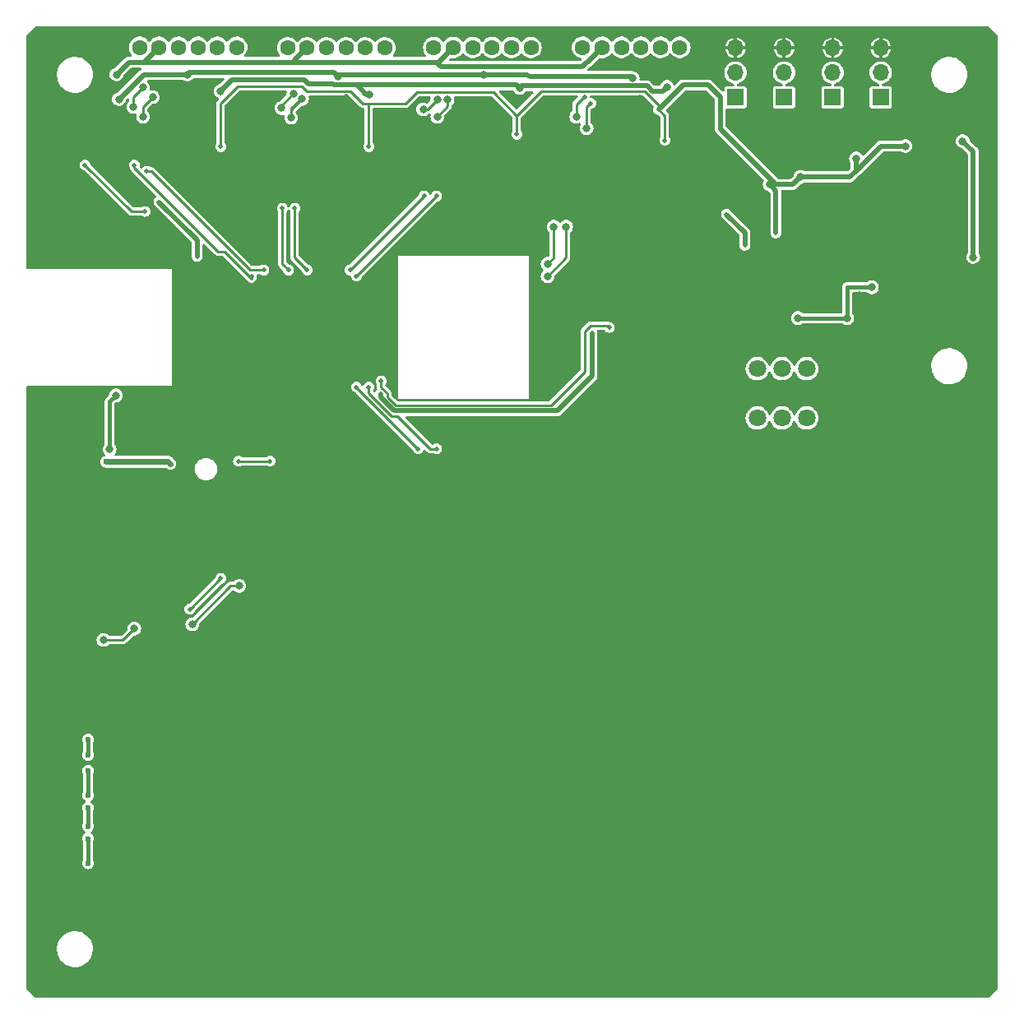
<source format=gbr>
%TF.GenerationSoftware,KiCad,Pcbnew,7.0.2-0*%
%TF.CreationDate,2024-06-06T04:37:27-07:00*%
%TF.ProjectId,version_1,76657273-696f-46e5-9f31-2e6b69636164,rev?*%
%TF.SameCoordinates,Original*%
%TF.FileFunction,Copper,L4,Bot*%
%TF.FilePolarity,Positive*%
%FSLAX46Y46*%
G04 Gerber Fmt 4.6, Leading zero omitted, Abs format (unit mm)*
G04 Created by KiCad (PCBNEW 7.0.2-0) date 2024-06-06 04:37:27*
%MOMM*%
%LPD*%
G01*
G04 APERTURE LIST*
%TA.AperFunction,ComponentPad*%
%ADD10R,1.700000X1.700000*%
%TD*%
%TA.AperFunction,ComponentPad*%
%ADD11O,1.700000X1.700000*%
%TD*%
%TA.AperFunction,ComponentPad*%
%ADD12C,1.600000*%
%TD*%
%TA.AperFunction,ComponentPad*%
%ADD13C,0.630000*%
%TD*%
%TA.AperFunction,SMDPad,CuDef*%
%ADD14R,3.300000X2.600000*%
%TD*%
%TA.AperFunction,ComponentPad*%
%ADD15C,1.800000*%
%TD*%
%TA.AperFunction,ViaPad*%
%ADD16C,0.500000*%
%TD*%
%TA.AperFunction,ViaPad*%
%ADD17C,0.800000*%
%TD*%
%TA.AperFunction,ViaPad*%
%ADD18C,0.600000*%
%TD*%
%TA.AperFunction,Conductor*%
%ADD19C,0.508000*%
%TD*%
%TA.AperFunction,Conductor*%
%ADD20C,0.254000*%
%TD*%
%TA.AperFunction,Conductor*%
%ADD21C,0.400000*%
%TD*%
%TA.AperFunction,Conductor*%
%ADD22C,0.600000*%
%TD*%
%TA.AperFunction,Conductor*%
%ADD23C,0.250000*%
%TD*%
G04 APERTURE END LIST*
D10*
%TO.P,M8,1,PWM*%
%TO.N,/Servo/PWM*%
X107950000Y-27305000D03*
D11*
%TO.P,M8,2,+*%
%TO.N,Net-(M8-+)*%
X107950000Y-24765000D03*
%TO.P,M8,3,-*%
%TO.N,GND*%
X107950000Y-22225000D03*
%TD*%
D12*
%TO.P,CN3,1,1*%
%TO.N,Net-(U16-OUT2)*%
X46902999Y-22225000D03*
%TO.P,CN3,2,2*%
%TO.N,ENC_PWR_G*%
X48902999Y-22225000D03*
%TO.P,CN3,3,3*%
%TO.N,/ENCODER5*%
X50902999Y-22225000D03*
%TO.P,CN3,4,4*%
%TO.N,/ENCODER6*%
X52902999Y-22225000D03*
%TO.P,CN3,5,5*%
%TO.N,ENC_PWR_P*%
X54902999Y-22225000D03*
%TO.P,CN3,6,6*%
%TO.N,Net-(U16-OUT1)*%
X56902999Y-22225000D03*
%TD*%
D13*
%TO.P,U17,9,GND*%
%TO.N,GND*%
X34801000Y-33378973D03*
X36101000Y-33378973D03*
X37401000Y-33378973D03*
D14*
X36101000Y-32728973D03*
D13*
X34801000Y-32078973D03*
X36101000Y-32078973D03*
X37401000Y-32078973D03*
%TD*%
D12*
%TO.P,CN4,1,1*%
%TO.N,Net-(U17-OUT2)*%
X31655000Y-22172973D03*
%TO.P,CN4,2,2*%
%TO.N,ENC_PWR_G*%
X33655000Y-22172973D03*
%TO.P,CN4,3,3*%
%TO.N,/ENCODER7*%
X35655000Y-22172973D03*
%TO.P,CN4,4,4*%
%TO.N,/ENCODER8*%
X37655000Y-22172973D03*
%TO.P,CN4,5,5*%
%TO.N,ENC_PWR_P*%
X39655000Y-22172973D03*
%TO.P,CN4,6,6*%
%TO.N,Net-(U17-OUT1)*%
X41655000Y-22172973D03*
%TD*%
D13*
%TO.P,U16,9,GND*%
%TO.N,GND*%
X50049000Y-33502973D03*
X51349000Y-33502973D03*
X52649000Y-33502973D03*
D14*
X51349000Y-32852973D03*
D13*
X50049000Y-32202973D03*
X51349000Y-32202973D03*
X52649000Y-32202973D03*
%TD*%
%TO.P,U13,9,GND*%
%TO.N,GND*%
X80409000Y-33378973D03*
X81709000Y-33378973D03*
X83009000Y-33378973D03*
D14*
X81709000Y-32728973D03*
D13*
X80409000Y-32078973D03*
X81709000Y-32078973D03*
X83009000Y-32078973D03*
%TD*%
D10*
%TO.P,M6,1,PWM*%
%TO.N,/Untitled Sheet4/PWM*%
X98000000Y-27305000D03*
D11*
%TO.P,M6,2,+*%
%TO.N,Net-(M6-+)*%
X98000000Y-24765000D03*
%TO.P,M6,3,-*%
%TO.N,GND*%
X98000000Y-22225000D03*
%TD*%
D10*
%TO.P,M5,1,PWM*%
%TO.N,/Untitled Sheet7/PWM*%
X93000000Y-27305000D03*
D11*
%TO.P,M5,2,+*%
%TO.N,Net-(M5-+)*%
X93000000Y-24765000D03*
%TO.P,M5,3,-*%
%TO.N,GND*%
X93000000Y-22225000D03*
%TD*%
D12*
%TO.P,CN2,1,1*%
%TO.N,Net-(U15-OUT2)*%
X61942999Y-22188973D03*
%TO.P,CN2,2,2*%
%TO.N,ENC_PWR_G*%
X63942999Y-22188973D03*
%TO.P,CN2,3,3*%
%TO.N,/ENCODER3*%
X65942999Y-22188973D03*
%TO.P,CN2,4,4*%
%TO.N,/ENCODER4*%
X67942999Y-22188973D03*
%TO.P,CN2,5,5*%
%TO.N,ENC_PWR_P*%
X69942999Y-22188973D03*
%TO.P,CN2,6,6*%
%TO.N,Net-(U15-OUT1)*%
X71942999Y-22188973D03*
%TD*%
D13*
%TO.P,U15,9,GND*%
%TO.N,GND*%
X65089000Y-33394973D03*
X66389000Y-33394973D03*
X67689000Y-33394973D03*
D14*
X66389000Y-32744973D03*
D13*
X65089000Y-32094973D03*
X66389000Y-32094973D03*
X67689000Y-32094973D03*
%TD*%
D10*
%TO.P,M7,1,PWM*%
%TO.N,/Servo2/PWM*%
X103000000Y-27305000D03*
D11*
%TO.P,M7,2,+*%
%TO.N,Net-(M7-+)*%
X103000000Y-24765000D03*
%TO.P,M7,3,-*%
%TO.N,GND*%
X103000000Y-22225000D03*
%TD*%
D15*
%TO.P,U7,1,1*%
%TO.N,VCC*%
X95249995Y-55244995D03*
%TO.P,U7,2,2*%
%TO.N,Net-(F2-Pad2)*%
X97790000Y-55244995D03*
%TO.P,U7,3,3*%
%TO.N,unconnected-(U7-Pad3)*%
X100330005Y-55244995D03*
%TO.P,U7,4,4*%
%TO.N,VCC*%
X95249995Y-60325005D03*
%TO.P,U7,5,5*%
%TO.N,Net-(F2-Pad2)*%
X97790000Y-60325005D03*
%TO.P,U7,6,6*%
%TO.N,unconnected-(U7-Pad6)*%
X100330005Y-60325005D03*
%TD*%
D12*
%TO.P,CN1,1,1*%
%TO.N,Net-(U13-OUT2)*%
X77262999Y-22172973D03*
%TO.P,CN1,2,2*%
%TO.N,ENC_PWR_G*%
X79262999Y-22172973D03*
%TO.P,CN1,3,3*%
%TO.N,/ENCODER1*%
X81262999Y-22172973D03*
%TO.P,CN1,4,4*%
%TO.N,/ENCODER2*%
X83262999Y-22172973D03*
%TO.P,CN1,5,5*%
%TO.N,ENC_PWR_P*%
X85262999Y-22172973D03*
%TO.P,CN1,6,6*%
%TO.N,Net-(U13-OUT1)*%
X87262999Y-22172973D03*
%TD*%
D16*
%TO.N,VCC*%
X92075000Y-39370000D03*
D17*
X70797546Y-26347546D03*
X40005000Y-26670000D03*
D16*
X93980000Y-42545000D03*
D17*
X85939174Y-26249174D03*
X55269290Y-27031512D03*
%TO.N,GND*%
X60325000Y-34290000D03*
X52705000Y-71755000D03*
X82550000Y-61637973D03*
X80645000Y-58325000D03*
X75565000Y-72390000D03*
D16*
X106680000Y-60325000D03*
D17*
X85725000Y-105410000D03*
X50800000Y-71755000D03*
X84455000Y-60367973D03*
D16*
X52966011Y-27198900D03*
D17*
X97790000Y-117475000D03*
D16*
X118745000Y-51435000D03*
D17*
X88265000Y-61637973D03*
X85725000Y-103505000D03*
X97155000Y-86995000D03*
X88265000Y-56515000D03*
X45720000Y-71755000D03*
X97155000Y-68580000D03*
X89535000Y-117475000D03*
D16*
X38100000Y-38735000D03*
D17*
X74295000Y-82550000D03*
X68580000Y-38100000D03*
X74295000Y-97790000D03*
X84455000Y-56515000D03*
X100330000Y-117475000D03*
X37465000Y-117475000D03*
X61595000Y-100330000D03*
D16*
X112395000Y-45085000D03*
D17*
X45482500Y-31115000D03*
X21927500Y-93345000D03*
X85725000Y-85090000D03*
X28575000Y-21590000D03*
X80645000Y-117475000D03*
X21292500Y-109220000D03*
X86360000Y-58462973D03*
X97155000Y-80010000D03*
X40005000Y-117475000D03*
X61595000Y-104775000D03*
X95885000Y-117475000D03*
X96520000Y-100965000D03*
X34925000Y-117475000D03*
X115297500Y-47498500D03*
X74295000Y-85090000D03*
D16*
X66675000Y-27940000D03*
D17*
X97155000Y-75565000D03*
X48260000Y-117475000D03*
X21292500Y-95250000D03*
X62230000Y-85090000D03*
X86360000Y-60367973D03*
X45085000Y-35560000D03*
X74295000Y-102870000D03*
X21927500Y-107200237D03*
X21590000Y-33020000D03*
X85725000Y-100965000D03*
D16*
X24130000Y-85725000D03*
D17*
X40005000Y-50165000D03*
X40005000Y-52705000D03*
X42545000Y-56515000D03*
X64135000Y-117475000D03*
X82550000Y-60367973D03*
X21292500Y-97155000D03*
X29845000Y-33020000D03*
X22562500Y-94500237D03*
X88265000Y-58462973D03*
X27305000Y-43815000D03*
X86995000Y-117475000D03*
X88265000Y-60367973D03*
X40005000Y-54610000D03*
X61595000Y-97790000D03*
X26670000Y-57785000D03*
X22562500Y-97675237D03*
X80645000Y-59595000D03*
X84455000Y-58462973D03*
X21292500Y-102870000D03*
X24765000Y-71185000D03*
X85725000Y-86995000D03*
X21292500Y-99060000D03*
X45085000Y-27940000D03*
X112395000Y-59055000D03*
D16*
X93345000Y-35560000D03*
D17*
X80645000Y-56420000D03*
D16*
X118745000Y-29210000D03*
D17*
X97155000Y-85090000D03*
X22362500Y-98700000D03*
X96520000Y-98425000D03*
X85725000Y-98425000D03*
X60325000Y-31115000D03*
X85725000Y-82550000D03*
X107950000Y-43815000D03*
X73660000Y-117475000D03*
X105137500Y-45593500D03*
D16*
X36830000Y-26035000D03*
D17*
X21590000Y-81915000D03*
X21292500Y-111125000D03*
X92075000Y-117475000D03*
X22562500Y-103390237D03*
D16*
X33020000Y-32385000D03*
D17*
X66675000Y-117475000D03*
D16*
X83185000Y-27305000D03*
D17*
X61595000Y-102870000D03*
X50800000Y-117475000D03*
X55880000Y-37465000D03*
X62230000Y-80010000D03*
X66675000Y-64135000D03*
D16*
X40005000Y-37465000D03*
D18*
X24755000Y-78204763D03*
D17*
X48989500Y-38100000D03*
X40005000Y-47625000D03*
X115873000Y-36904973D03*
X84455000Y-61637973D03*
X74295000Y-80010000D03*
X22362500Y-101700000D03*
X85725000Y-51435000D03*
X74915500Y-28321000D03*
X22225000Y-28575000D03*
X102870000Y-117475000D03*
X62230000Y-86995000D03*
X75565000Y-67310000D03*
X75565000Y-34290000D03*
X85725000Y-80010000D03*
X96520000Y-105410000D03*
D16*
X90929252Y-37151626D03*
D17*
X45085000Y-38100000D03*
X75565000Y-36830000D03*
X83820000Y-38100000D03*
X22562500Y-111010237D03*
X78105000Y-117475000D03*
X75565000Y-69850000D03*
X22860000Y-71185000D03*
X48260000Y-71755000D03*
X86360000Y-61637973D03*
X21292500Y-105410000D03*
X80645000Y-61500000D03*
X79349500Y-36670819D03*
X82550000Y-58462973D03*
D16*
X29210000Y-29845000D03*
D17*
X59690000Y-117475000D03*
X75565000Y-31115000D03*
D16*
X105410000Y-41910000D03*
D17*
X85090000Y-117475000D03*
X45482500Y-33655000D03*
X53340000Y-117475000D03*
X74295000Y-86995000D03*
D16*
X22225000Y-30480000D03*
D17*
X97155000Y-82550000D03*
X24042316Y-57758725D03*
X21292500Y-100330000D03*
X97155000Y-73660000D03*
X75565000Y-74295000D03*
X62230000Y-82550000D03*
X22362500Y-95700000D03*
X61595000Y-117475000D03*
D16*
X90805000Y-31115000D03*
D17*
X21590000Y-36195000D03*
X74295000Y-100330000D03*
X70485000Y-27940000D03*
X22362500Y-105700000D03*
X64029500Y-36686819D03*
X74295000Y-104775000D03*
X75565000Y-117475000D03*
X21292500Y-107950000D03*
D16*
X90704500Y-34163000D03*
D17*
X53975000Y-64135000D03*
X46355000Y-117475000D03*
X86360000Y-56515000D03*
D16*
X91440000Y-38100000D03*
D17*
X27940000Y-85090000D03*
X75565000Y-38100000D03*
X26670000Y-71185000D03*
D16*
X110490000Y-40005000D03*
D17*
X22362500Y-109700000D03*
X33020000Y-117475000D03*
X97155000Y-71120000D03*
X105772500Y-47663000D03*
X96520000Y-103505000D03*
D16*
X112395000Y-29210000D03*
D17*
X82550000Y-56515000D03*
%TO.N,+5V*%
X110490000Y-32332973D03*
X96520000Y-36275500D03*
X116381000Y-31824973D03*
D16*
X85725000Y-31750000D03*
X70485000Y-31115000D03*
X97155000Y-41275000D03*
X40005000Y-32385000D03*
D17*
X99695000Y-35507973D03*
X117475000Y-43762973D03*
D16*
X55245000Y-32385000D03*
D17*
X105410000Y-33602973D03*
D16*
%TO.N,+3.3V*%
X26035000Y-34290000D03*
D17*
X28575000Y-63565000D03*
D16*
X32222573Y-39058849D03*
D17*
X29210000Y-58000000D03*
%TO.N,/ENCODER2*%
X73660000Y-45720000D03*
X77672388Y-30480000D03*
X75565000Y-40640000D03*
D16*
X78105000Y-27940000D03*
D17*
%TO.N,/ENCODER1*%
X76613041Y-29297545D03*
D16*
X77470000Y-27305000D03*
D17*
X73660000Y-44450000D03*
X74295000Y-40640000D03*
D16*
%TO.N,/ENCODER4*%
X62230000Y-63500000D03*
X62230000Y-37465000D03*
D17*
X63356502Y-27576413D03*
D16*
X53975000Y-45720000D03*
D17*
X62303000Y-29312973D03*
D16*
X55245000Y-57150000D03*
%TO.N,/ENCODER3*%
X53340000Y-45085000D03*
D17*
X62303000Y-27576413D03*
D16*
X60325000Y-63500000D03*
X53975000Y-57150000D03*
X60960000Y-37465000D03*
D17*
X60862209Y-28549686D03*
%TO.N,/ENCODER6*%
X48386408Y-27499802D03*
D16*
X48895000Y-45085000D03*
D17*
X47263000Y-29420973D03*
D16*
X47625000Y-38735000D03*
%TO.N,/ENCODER5*%
X46990000Y-45085000D03*
X46355000Y-38735000D03*
D17*
X47487458Y-26950473D03*
X46263000Y-28420973D03*
D16*
%TO.N,/ENCODER8*%
X44450000Y-45085000D03*
D17*
X32015000Y-29296973D03*
D16*
X32385000Y-34925000D03*
D17*
X33015000Y-27296973D03*
D16*
%TO.N,/ENCODER7*%
X31115000Y-34290000D03*
D17*
X32015000Y-26296973D03*
D16*
X43180000Y-45720000D03*
D17*
X31015000Y-28296973D03*
D16*
%TO.N,/PWM_CS*%
X45085000Y-64770000D03*
X41842500Y-64770000D03*
%TO.N,Net-(U1-GPIO28_ADC2)*%
X80010000Y-51000000D03*
X56515000Y-56515000D03*
D18*
%TO.N,Net-(U1-GPIO4)*%
X28246500Y-64835000D03*
X34825000Y-65060000D03*
D17*
%TO.N,/SCL*%
X27940000Y-83185000D03*
X31115000Y-82000000D03*
%TO.N,Net-(U4-SW)*%
X107042500Y-46863500D03*
X104502500Y-50038500D03*
X99422500Y-50038500D03*
%TO.N,ENC_PWR_G*%
X29273000Y-24966973D03*
%TO.N,ENC_PWR_P*%
X52060000Y-25135473D03*
X29527000Y-27506973D03*
X67110000Y-25021973D03*
X36575000Y-24966971D03*
X82415270Y-25338672D03*
D16*
%TO.N,1S*%
X36830000Y-80010000D03*
X40005000Y-76835000D03*
%TO.N,Net-(D5-A)*%
X33655000Y-38100000D03*
X37595454Y-43684546D03*
X78236160Y-51566160D03*
X56455682Y-57844318D03*
D18*
%TO.N,Net-(Q21-G)*%
X26362500Y-103620000D03*
X26362500Y-106160000D03*
X26362500Y-100445000D03*
D17*
X37087552Y-81562449D03*
X41910000Y-77615500D03*
D18*
X26362500Y-96635000D03*
X26362500Y-95024500D03*
X26362500Y-93425500D03*
X26362500Y-102350000D03*
X26362500Y-99175000D03*
%TD*%
D19*
%TO.N,VCC*%
X41140028Y-25534972D02*
X40005000Y-26670000D01*
X84412506Y-26670000D02*
X85518348Y-26670000D01*
X51616466Y-25954146D02*
X49076466Y-25954146D01*
X93980000Y-41275000D02*
X93980000Y-42545000D01*
X48657292Y-25534972D02*
X41140028Y-25534972D01*
X49076466Y-25954146D02*
X48657292Y-25534972D01*
X85518348Y-26670000D02*
X85939174Y-26249174D01*
X83887078Y-26144572D02*
X84412506Y-26670000D01*
X54000000Y-26042973D02*
X70492973Y-26042973D01*
X92075000Y-39370000D02*
X93980000Y-41275000D01*
X54000000Y-26042973D02*
X54988539Y-27031512D01*
X71000520Y-26144572D02*
X83887078Y-26144572D01*
X54000000Y-26042973D02*
X51705293Y-26042973D01*
X51705293Y-26042973D02*
X51616466Y-25954146D01*
X54988539Y-27031512D02*
X55269290Y-27031512D01*
X70492973Y-26042973D02*
X70797546Y-26347546D01*
X70797546Y-26347546D02*
X71000520Y-26144572D01*
%TO.N,+5V*%
X107950000Y-32332973D02*
X110490000Y-32332973D01*
D20*
X70485000Y-29210000D02*
X68070913Y-26795913D01*
D19*
X91440000Y-30560500D02*
X91440000Y-27305000D01*
D20*
X70485000Y-31115000D02*
X70485000Y-29210000D01*
X70485000Y-29210000D02*
X73017527Y-26677473D01*
X83666343Y-26677473D02*
X85090000Y-28101130D01*
D19*
X99695000Y-35507973D02*
X98927473Y-36275500D01*
X117475000Y-32918973D02*
X116381000Y-31824973D01*
D20*
X73017527Y-26677473D02*
X83666343Y-26677473D01*
D19*
X117475000Y-43762973D02*
X117475000Y-32918973D01*
X97155000Y-41275000D02*
X97155000Y-36910500D01*
X98927473Y-36275500D02*
X97155000Y-36275500D01*
D20*
X85725000Y-29210000D02*
X85725000Y-31750000D01*
D19*
X97155000Y-36275500D02*
X96520000Y-36275500D01*
D20*
X53340000Y-26670000D02*
X48895000Y-26670000D01*
X55245000Y-27940000D02*
X54610000Y-27940000D01*
X48394473Y-26169473D02*
X41775527Y-26169473D01*
D19*
X99695000Y-35507973D02*
X104775000Y-35507973D01*
D20*
X40005000Y-27940000D02*
X40005000Y-32385000D01*
D19*
X104775000Y-35507973D02*
X105410000Y-34872973D01*
X97155000Y-36275500D02*
X91440000Y-30560500D01*
D20*
X85090000Y-28101130D02*
X85090000Y-28575000D01*
D19*
X105410000Y-34872973D02*
X107950000Y-32332973D01*
X90170000Y-26035000D02*
X87630000Y-26035000D01*
X87630000Y-26035000D02*
X85090000Y-28575000D01*
D20*
X60199087Y-26795913D02*
X59055000Y-27940000D01*
X41775527Y-26169473D02*
X40005000Y-27940000D01*
D19*
X91440000Y-27305000D02*
X90170000Y-26035000D01*
D20*
X59055000Y-27940000D02*
X55245000Y-27940000D01*
D19*
X97155000Y-36910500D02*
X96520000Y-36275500D01*
D20*
X48895000Y-26670000D02*
X48394473Y-26169473D01*
X54610000Y-27940000D02*
X53340000Y-26670000D01*
X55245000Y-27940000D02*
X55245000Y-32385000D01*
X68070913Y-26795913D02*
X60199087Y-26795913D01*
D19*
X105410000Y-33602973D02*
X105410000Y-34872973D01*
D20*
X85090000Y-28575000D02*
X85725000Y-29210000D01*
%TO.N,+3.3V*%
X26035000Y-34290000D02*
X30803849Y-39058849D01*
X30803849Y-39058849D02*
X32222573Y-39058849D01*
D21*
X28575000Y-58635000D02*
X29210000Y-58000000D01*
X28575000Y-63565000D02*
X28575000Y-58635000D01*
D20*
%TO.N,/ENCODER2*%
X77979973Y-27940000D02*
X77623000Y-28296973D01*
X75565000Y-43815000D02*
X73660000Y-45720000D01*
X77623000Y-28296973D02*
X77623000Y-30430612D01*
X78105000Y-27940000D02*
X77979973Y-27940000D01*
X75565000Y-40640000D02*
X75565000Y-43815000D01*
X77623000Y-30430612D02*
X77672388Y-30480000D01*
%TO.N,/ENCODER1*%
X74295000Y-43815000D02*
X73660000Y-44450000D01*
X76613041Y-28073271D02*
X77381312Y-27305000D01*
X77381312Y-27305000D02*
X77470000Y-27305000D01*
X76613041Y-28073271D02*
X76613041Y-29297545D01*
X74295000Y-40640000D02*
X74295000Y-43815000D01*
%TO.N,/ENCODER4*%
X62303000Y-29312973D02*
X63356503Y-28259470D01*
X61595000Y-63500000D02*
X62230000Y-63500000D01*
X63356503Y-28259470D02*
X63356503Y-27576413D01*
X58215802Y-60120802D02*
X61595000Y-63500000D01*
X55245000Y-57150000D02*
X55245000Y-57759952D01*
X55245000Y-57759952D02*
X57605850Y-60120802D01*
X62230000Y-37465000D02*
X53975000Y-45720000D01*
X57605850Y-60120802D02*
X58215802Y-60120802D01*
%TO.N,/ENCODER3*%
X61329727Y-28549686D02*
X62303000Y-27576413D01*
X53975000Y-57150000D02*
X60325000Y-63500000D01*
X60960000Y-37465000D02*
X53340000Y-45085000D01*
X60862209Y-28549686D02*
X61329727Y-28549686D01*
%TO.N,/ENCODER6*%
X47263000Y-28420973D02*
X47263000Y-29420973D01*
X47625000Y-43815000D02*
X48895000Y-45085000D01*
X47263000Y-29420973D02*
X47263000Y-28623207D01*
X48263000Y-27420973D02*
X47263000Y-28420973D01*
X47625000Y-38735000D02*
X47625000Y-43815000D01*
X47263000Y-28623207D02*
X48386406Y-27499801D01*
%TO.N,/ENCODER5*%
X46263000Y-28174931D02*
X47487458Y-26950473D01*
X46355000Y-38735000D02*
X46355000Y-44450000D01*
X46355000Y-44450000D02*
X46990000Y-45085000D01*
X46263000Y-28420973D02*
X46263000Y-28174931D01*
%TO.N,/ENCODER8*%
X43008602Y-45085000D02*
X44450000Y-45085000D01*
X32848602Y-34925000D02*
X43008602Y-45085000D01*
X32385000Y-34925000D02*
X32848602Y-34925000D01*
X32015000Y-28296973D02*
X32015000Y-29296973D01*
X33015000Y-27296973D02*
X32015000Y-28296973D01*
%TO.N,/ENCODER7*%
X31015000Y-27296973D02*
X31015000Y-28296973D01*
X31115000Y-34290000D02*
X31115000Y-34547369D01*
X39747631Y-43180000D02*
X40385182Y-43180000D01*
X32015000Y-26296973D02*
X31015000Y-27296973D01*
X43180000Y-45974818D02*
X43180000Y-45720000D01*
X40385182Y-43180000D02*
X43180000Y-45974818D01*
X31115000Y-34547369D02*
X39747631Y-43180000D01*
%TO.N,/PWM_CS*%
X45085000Y-64770000D02*
X41842500Y-64770000D01*
%TO.N,Net-(U1-GPIO28_ADC2)*%
X77470000Y-51435000D02*
X78105000Y-50800000D01*
X56515000Y-57150000D02*
X57150000Y-57785000D01*
X57150000Y-58157680D02*
X58047320Y-59055000D01*
X58047320Y-59055000D02*
X73977500Y-59055000D01*
X57150000Y-57785000D02*
X57150000Y-58157680D01*
X79810000Y-50800000D02*
X80010000Y-51000000D01*
X73977500Y-59055000D02*
X77470000Y-55562500D01*
X56515000Y-56515000D02*
X56515000Y-57150000D01*
X77470000Y-55562500D02*
X77470000Y-51435000D01*
X78105000Y-50800000D02*
X79810000Y-50800000D01*
D22*
%TO.N,Net-(U1-GPIO4)*%
X34825000Y-65060000D02*
X34600000Y-64835000D01*
X34600000Y-64835000D02*
X28246500Y-64835000D01*
D20*
%TO.N,/SCL*%
X29930000Y-83185000D02*
X31115000Y-82000000D01*
X27940000Y-83185000D02*
X29930000Y-83185000D01*
D21*
%TO.N,Net-(U4-SW)*%
X104502500Y-50038500D02*
X99422500Y-50038500D01*
X104502500Y-46863500D02*
X104502500Y-50038500D01*
X107042500Y-46863500D02*
X104502500Y-46863500D01*
D20*
%TO.N,ENC_PWR_G*%
X48902999Y-22225000D02*
X48895000Y-22225000D01*
D19*
X47751000Y-23696973D02*
X62229000Y-23696973D01*
X30543000Y-23696973D02*
X29527000Y-24712973D01*
D20*
X47625000Y-23495000D02*
X47625000Y-23696973D01*
D19*
X62229000Y-23696973D02*
X62662027Y-24130000D01*
X62355000Y-23712973D02*
X60831000Y-23712973D01*
X62419000Y-23712973D02*
X62387000Y-23744973D01*
X62387000Y-23744973D02*
X62355000Y-23712973D01*
X63943000Y-22188973D02*
X62387000Y-23744973D01*
X79263000Y-22172973D02*
X77707000Y-23728973D01*
X62419000Y-23712973D02*
X62387000Y-23744973D01*
X63943000Y-22188973D02*
X62387000Y-23744973D01*
X32067000Y-23696973D02*
X30543000Y-23696973D01*
X29527000Y-24712973D02*
X29273000Y-24966973D01*
X47783000Y-23696973D02*
X47625000Y-23696973D01*
X47625000Y-23696973D02*
X31051000Y-23696973D01*
X33655000Y-22172973D02*
X32099000Y-23728973D01*
X62355000Y-23712973D02*
X60831000Y-23712973D01*
X79263000Y-22172973D02*
X77707000Y-23728973D01*
X62662027Y-24130000D02*
X77241973Y-24130000D01*
X48895000Y-22225000D02*
X47625000Y-23495000D01*
X62387000Y-23744973D02*
X62355000Y-23712973D01*
X77241973Y-24130000D02*
X77675000Y-23696973D01*
%TO.N,ENC_PWR_P*%
X51697998Y-24773471D02*
X52060000Y-25135473D01*
X32067002Y-24966971D02*
X36575000Y-24966971D01*
X52228500Y-24966973D02*
X71595000Y-24966973D01*
X67079000Y-25021973D02*
X67110000Y-25021973D01*
X82233571Y-25156973D02*
X82415270Y-25338672D01*
X36575000Y-24966973D02*
X36768502Y-24773471D01*
X52060000Y-25135473D02*
X52228500Y-24966973D01*
X36768502Y-24773471D02*
X51697998Y-24773471D01*
X71785000Y-25156973D02*
X82233571Y-25156973D01*
X29527000Y-27506973D02*
X32067002Y-24966971D01*
X71595000Y-24966973D02*
X71785000Y-25156973D01*
X82310469Y-25443473D02*
X82415270Y-25338672D01*
D20*
%TO.N,1S*%
X40005000Y-76835000D02*
X36830000Y-80010000D01*
D19*
%TO.N,Net-(D5-A)*%
X57826585Y-59587901D02*
X56455682Y-58216998D01*
X37595454Y-42040454D02*
X37595454Y-43684546D01*
X56455682Y-58216998D02*
X56455682Y-57844318D01*
X74659419Y-59587901D02*
X57826585Y-59587901D01*
X33655000Y-38100000D02*
X37595454Y-42040454D01*
X78236160Y-51566160D02*
X78236160Y-56011160D01*
X78236160Y-56011160D02*
X74659419Y-59587901D01*
D21*
%TO.N,Net-(Q21-G)*%
X26362500Y-106160000D02*
X26362500Y-103620000D01*
X26362500Y-95024500D02*
X26362500Y-93425500D01*
D23*
X41910000Y-77615500D02*
X41034500Y-77615500D01*
D21*
X26362500Y-99175000D02*
X26362500Y-96635000D01*
D23*
X41034500Y-77615500D02*
X37087552Y-81562449D01*
D21*
X26362500Y-102350000D02*
X26362500Y-100445000D01*
%TD*%
%TA.AperFunction,Conductor*%
%TO.N,GND*%
G36*
X70120982Y-26622275D02*
G01*
X70158730Y-26665839D01*
X70159756Y-26665131D01*
X70166175Y-26674431D01*
X70167475Y-26675931D01*
X70167879Y-26676899D01*
X70168446Y-26677720D01*
X70168447Y-26677723D01*
X70265743Y-26818679D01*
X70265745Y-26818682D01*
X70284927Y-26835676D01*
X70393947Y-26932260D01*
X70545606Y-27011856D01*
X70711907Y-27052846D01*
X70711909Y-27052846D01*
X70883183Y-27052846D01*
X70883185Y-27052846D01*
X71049486Y-27011856D01*
X71201145Y-26932260D01*
X71329348Y-26818681D01*
X71346038Y-26794502D01*
X71371031Y-26758295D01*
X71426190Y-26713595D01*
X71474726Y-26703872D01*
X72075573Y-26703872D01*
X72143694Y-26723874D01*
X72190187Y-26777530D01*
X72200291Y-26847804D01*
X72170797Y-26912384D01*
X72164668Y-26918967D01*
X70574095Y-28509540D01*
X70511783Y-28543566D01*
X70440968Y-28538501D01*
X70395905Y-28509540D01*
X68703733Y-26817368D01*
X68669707Y-26755056D01*
X68674772Y-26684241D01*
X68717319Y-26627405D01*
X68783839Y-26602594D01*
X68792828Y-26602273D01*
X70052861Y-26602273D01*
X70120982Y-26622275D01*
G37*
%TD.AperFunction*%
%TA.AperFunction,Conductor*%
G36*
X119015723Y-20020502D02*
G01*
X119036697Y-20037405D01*
X119962594Y-20963302D01*
X119996620Y-21025614D01*
X119999499Y-21052397D01*
X119999499Y-118947602D01*
X119979497Y-119015723D01*
X119962598Y-119036692D01*
X119036695Y-119962596D01*
X118974385Y-119996620D01*
X118947602Y-119999500D01*
X21052397Y-119999500D01*
X20984276Y-119979498D01*
X20963306Y-119962599D01*
X20037402Y-119036694D01*
X20003379Y-118974385D01*
X20000500Y-118947602D01*
X20000500Y-115067766D01*
X23145787Y-115067766D01*
X23175413Y-115337015D01*
X23175414Y-115337018D01*
X23243928Y-115599088D01*
X23349870Y-115848390D01*
X23490982Y-116079610D01*
X23664255Y-116287820D01*
X23664256Y-116287821D01*
X23664258Y-116287823D01*
X23865993Y-116468578D01*
X23865995Y-116468579D01*
X23865998Y-116468582D01*
X24091910Y-116618044D01*
X24224104Y-116680014D01*
X24337171Y-116733018D01*
X24337173Y-116733018D01*
X24337176Y-116733020D01*
X24596569Y-116811060D01*
X24596572Y-116811060D01*
X24596574Y-116811061D01*
X24864558Y-116850500D01*
X24864561Y-116850500D01*
X25065330Y-116850500D01*
X25067631Y-116850500D01*
X25270156Y-116835677D01*
X25534553Y-116776780D01*
X25787558Y-116680014D01*
X26023777Y-116547441D01*
X26238177Y-116381888D01*
X26426186Y-116186881D01*
X26583799Y-115966579D01*
X26707656Y-115725675D01*
X26795118Y-115469305D01*
X26844319Y-115202933D01*
X26854212Y-114932235D01*
X26824586Y-114662982D01*
X26756072Y-114400912D01*
X26650130Y-114151610D01*
X26509018Y-113920390D01*
X26335745Y-113712180D01*
X26230759Y-113618112D01*
X26134006Y-113531421D01*
X26134003Y-113531419D01*
X26134002Y-113531418D01*
X25908090Y-113381956D01*
X25908086Y-113381954D01*
X25662828Y-113266981D01*
X25403425Y-113188938D01*
X25135442Y-113149500D01*
X25135439Y-113149500D01*
X24932369Y-113149500D01*
X24930099Y-113149666D01*
X24930075Y-113149667D01*
X24729839Y-113164323D01*
X24465449Y-113223219D01*
X24212441Y-113319985D01*
X23976225Y-113452557D01*
X23761820Y-113618114D01*
X23573815Y-113813117D01*
X23416200Y-114033422D01*
X23292342Y-114274328D01*
X23204882Y-114530693D01*
X23155681Y-114797065D01*
X23145787Y-115067766D01*
X20000500Y-115067766D01*
X20000500Y-106160000D01*
X25751977Y-106160000D01*
X25772779Y-106318014D01*
X25833772Y-106465263D01*
X25930794Y-106591705D01*
X26057236Y-106688727D01*
X26057237Y-106688727D01*
X26057238Y-106688728D01*
X26204485Y-106749720D01*
X26362500Y-106770523D01*
X26520515Y-106749720D01*
X26667762Y-106688728D01*
X26794205Y-106591705D01*
X26891228Y-106465262D01*
X26952220Y-106318015D01*
X26973023Y-106160000D01*
X26952220Y-106001985D01*
X26891228Y-105854739D01*
X26891226Y-105854737D01*
X26884880Y-105839415D01*
X26886360Y-105838801D01*
X26868236Y-105791912D01*
X26867800Y-105781435D01*
X26867800Y-103998565D01*
X26887802Y-103930444D01*
X26890915Y-103926016D01*
X26891226Y-103925263D01*
X26891228Y-103925262D01*
X26952220Y-103778015D01*
X26973023Y-103620000D01*
X26952220Y-103461985D01*
X26891228Y-103314739D01*
X26794205Y-103188295D01*
X26667762Y-103091272D01*
X26659539Y-103084962D01*
X26617672Y-103027624D01*
X26613450Y-102956754D01*
X26648214Y-102894851D01*
X26659539Y-102885038D01*
X26688865Y-102862535D01*
X26794205Y-102781705D01*
X26891228Y-102655262D01*
X26952220Y-102508015D01*
X26973023Y-102350000D01*
X26952220Y-102191985D01*
X26891228Y-102044739D01*
X26891226Y-102044737D01*
X26884880Y-102029415D01*
X26886360Y-102028801D01*
X26868236Y-101981912D01*
X26867800Y-101971435D01*
X26867800Y-100823565D01*
X26887802Y-100755444D01*
X26890915Y-100751016D01*
X26891226Y-100750263D01*
X26891228Y-100750262D01*
X26952220Y-100603015D01*
X26973023Y-100445000D01*
X26952220Y-100286985D01*
X26891228Y-100139739D01*
X26794205Y-100013295D01*
X26667762Y-99916272D01*
X26659539Y-99909962D01*
X26617672Y-99852624D01*
X26613450Y-99781754D01*
X26648214Y-99719851D01*
X26659539Y-99710038D01*
X26688865Y-99687535D01*
X26794205Y-99606705D01*
X26891228Y-99480262D01*
X26952220Y-99333015D01*
X26973023Y-99175000D01*
X26952220Y-99016985D01*
X26891228Y-98869739D01*
X26891226Y-98869737D01*
X26884880Y-98854415D01*
X26886360Y-98853801D01*
X26868236Y-98806912D01*
X26867800Y-98796435D01*
X26867800Y-97013565D01*
X26887802Y-96945444D01*
X26890915Y-96941016D01*
X26891226Y-96940263D01*
X26891228Y-96940262D01*
X26952220Y-96793015D01*
X26973023Y-96635000D01*
X26952220Y-96476985D01*
X26891228Y-96329739D01*
X26794205Y-96203295D01*
X26794203Y-96203293D01*
X26794202Y-96203292D01*
X26667763Y-96106272D01*
X26520514Y-96045279D01*
X26383302Y-96027215D01*
X26362500Y-96024477D01*
X26362499Y-96024477D01*
X26204485Y-96045279D01*
X26057239Y-96106271D01*
X25930795Y-96203295D01*
X25833771Y-96329739D01*
X25772779Y-96476985D01*
X25751977Y-96635000D01*
X25772779Y-96793014D01*
X25840120Y-96955588D01*
X25838638Y-96956201D01*
X25856763Y-97003076D01*
X25857200Y-97013565D01*
X25857200Y-98796435D01*
X25837198Y-98864556D01*
X25834086Y-98868981D01*
X25772779Y-99016987D01*
X25751977Y-99175000D01*
X25772779Y-99333014D01*
X25833772Y-99480263D01*
X25930794Y-99606705D01*
X26065460Y-99710038D01*
X26107327Y-99767376D01*
X26111549Y-99838247D01*
X26076785Y-99900150D01*
X26065460Y-99909962D01*
X25930797Y-100013292D01*
X25833771Y-100139739D01*
X25772779Y-100286985D01*
X25751977Y-100445000D01*
X25772779Y-100603014D01*
X25840120Y-100765588D01*
X25838638Y-100766201D01*
X25856763Y-100813076D01*
X25857200Y-100823565D01*
X25857200Y-101971435D01*
X25837198Y-102039556D01*
X25834086Y-102043981D01*
X25772779Y-102191987D01*
X25751977Y-102349999D01*
X25772779Y-102508014D01*
X25833772Y-102655263D01*
X25930794Y-102781705D01*
X26065460Y-102885038D01*
X26107327Y-102942376D01*
X26111549Y-103013247D01*
X26076785Y-103075150D01*
X26065460Y-103084962D01*
X25930797Y-103188292D01*
X25833771Y-103314739D01*
X25772779Y-103461985D01*
X25751977Y-103620000D01*
X25772779Y-103778014D01*
X25840120Y-103940588D01*
X25838638Y-103941201D01*
X25856763Y-103988076D01*
X25857200Y-103998565D01*
X25857200Y-105781435D01*
X25837198Y-105849556D01*
X25834086Y-105853981D01*
X25772779Y-106001987D01*
X25751977Y-106160000D01*
X20000500Y-106160000D01*
X20000500Y-95024500D01*
X25751977Y-95024500D01*
X25772779Y-95182514D01*
X25833772Y-95329763D01*
X25930794Y-95456205D01*
X26057236Y-95553227D01*
X26057237Y-95553227D01*
X26057238Y-95553228D01*
X26204485Y-95614220D01*
X26362500Y-95635023D01*
X26520515Y-95614220D01*
X26667762Y-95553228D01*
X26794205Y-95456205D01*
X26891228Y-95329762D01*
X26952220Y-95182515D01*
X26973023Y-95024500D01*
X26952220Y-94866485D01*
X26891228Y-94719239D01*
X26891226Y-94719237D01*
X26884880Y-94703915D01*
X26886360Y-94703301D01*
X26868236Y-94656412D01*
X26867800Y-94645935D01*
X26867800Y-93804065D01*
X26887802Y-93735944D01*
X26890915Y-93731516D01*
X26891226Y-93730763D01*
X26891228Y-93730762D01*
X26952220Y-93583515D01*
X26973023Y-93425500D01*
X26952220Y-93267485D01*
X26891228Y-93120239D01*
X26794205Y-92993795D01*
X26794203Y-92993793D01*
X26794202Y-92993792D01*
X26667763Y-92896772D01*
X26520514Y-92835779D01*
X26383301Y-92817715D01*
X26362500Y-92814977D01*
X26362499Y-92814977D01*
X26204485Y-92835779D01*
X26057239Y-92896771D01*
X25930795Y-92993795D01*
X25833771Y-93120239D01*
X25772779Y-93267485D01*
X25751977Y-93425499D01*
X25772779Y-93583514D01*
X25840120Y-93746088D01*
X25838638Y-93746701D01*
X25856763Y-93793576D01*
X25857200Y-93804065D01*
X25857200Y-94645935D01*
X25837198Y-94714056D01*
X25834086Y-94718481D01*
X25772779Y-94866487D01*
X25751977Y-95024500D01*
X20000500Y-95024500D01*
X20000500Y-83185000D01*
X27229520Y-83185000D01*
X27250164Y-83355027D01*
X27310899Y-83515174D01*
X27310900Y-83515176D01*
X27310901Y-83515177D01*
X27408198Y-83656135D01*
X27536401Y-83769714D01*
X27688060Y-83849310D01*
X27854361Y-83890300D01*
X27854363Y-83890300D01*
X28025637Y-83890300D01*
X28025639Y-83890300D01*
X28191940Y-83849310D01*
X28343599Y-83769714D01*
X28471802Y-83656135D01*
X28471802Y-83656134D01*
X28479869Y-83648988D01*
X28544122Y-83618787D01*
X28563423Y-83617300D01*
X29898647Y-83617300D01*
X29912754Y-83618092D01*
X29946347Y-83621877D01*
X30000116Y-83611703D01*
X30004729Y-83610919D01*
X30058862Y-83602760D01*
X30058862Y-83602759D01*
X30065316Y-83601787D01*
X30068626Y-83600697D01*
X30074390Y-83597650D01*
X30074392Y-83597650D01*
X30122787Y-83572071D01*
X30126949Y-83569970D01*
X30176274Y-83546218D01*
X30176276Y-83546215D01*
X30182142Y-83543391D01*
X30185001Y-83541363D01*
X30189605Y-83536758D01*
X30189608Y-83536757D01*
X30228336Y-83498027D01*
X30231675Y-83494811D01*
X30271803Y-83457579D01*
X30271804Y-83457576D01*
X30276570Y-83453155D01*
X30287652Y-83438711D01*
X30984161Y-82742202D01*
X31046471Y-82708179D01*
X31073254Y-82705300D01*
X31200637Y-82705300D01*
X31200639Y-82705300D01*
X31366940Y-82664310D01*
X31518599Y-82584714D01*
X31646802Y-82471135D01*
X31744099Y-82330177D01*
X31804835Y-82170029D01*
X31825480Y-82000000D01*
X31804835Y-81829971D01*
X31744099Y-81669823D01*
X31669983Y-81562448D01*
X36377072Y-81562448D01*
X36397716Y-81732476D01*
X36458451Y-81892623D01*
X36458452Y-81892625D01*
X36458453Y-81892626D01*
X36555750Y-82033584D01*
X36683953Y-82147163D01*
X36835612Y-82226759D01*
X37001913Y-82267749D01*
X37001915Y-82267749D01*
X37173189Y-82267749D01*
X37173191Y-82267749D01*
X37339492Y-82226759D01*
X37491151Y-82147163D01*
X37619354Y-82033584D01*
X37716651Y-81892626D01*
X37777387Y-81732478D01*
X37798032Y-81562449D01*
X37794388Y-81532441D01*
X37806032Y-81462410D01*
X37830371Y-81428164D01*
X41175831Y-78082705D01*
X41238143Y-78048679D01*
X41264926Y-78045800D01*
X41284319Y-78045800D01*
X41352440Y-78065802D01*
X41367873Y-78077488D01*
X41378198Y-78086635D01*
X41506401Y-78200214D01*
X41658060Y-78279810D01*
X41824361Y-78320800D01*
X41824363Y-78320800D01*
X41995637Y-78320800D01*
X41995639Y-78320800D01*
X42161940Y-78279810D01*
X42313599Y-78200214D01*
X42441802Y-78086635D01*
X42539099Y-77945677D01*
X42599835Y-77785529D01*
X42620480Y-77615500D01*
X42599835Y-77445471D01*
X42546769Y-77305546D01*
X42539100Y-77285325D01*
X42525327Y-77265371D01*
X42441802Y-77144365D01*
X42313599Y-77030786D01*
X42313598Y-77030785D01*
X42216759Y-76979961D01*
X42161940Y-76951190D01*
X41995639Y-76910200D01*
X41824361Y-76910200D01*
X41658060Y-76951190D01*
X41658058Y-76951190D01*
X41658058Y-76951191D01*
X41506401Y-77030785D01*
X41367873Y-77153512D01*
X41303620Y-77183713D01*
X41284319Y-77185200D01*
X41065742Y-77185200D01*
X41051635Y-77184408D01*
X41035690Y-77182611D01*
X41018229Y-77180644D01*
X41018228Y-77180644D01*
X40964707Y-77190770D01*
X40960065Y-77191558D01*
X40899795Y-77200642D01*
X40896533Y-77201716D01*
X40842605Y-77230217D01*
X40838403Y-77232338D01*
X40783495Y-77258781D01*
X40780695Y-77260768D01*
X40737588Y-77303874D01*
X40734198Y-77307139D01*
X40689493Y-77348620D01*
X40678446Y-77363016D01*
X37221220Y-80820244D01*
X37158908Y-80854269D01*
X37132125Y-80857149D01*
X37001913Y-80857149D01*
X36835612Y-80898139D01*
X36835610Y-80898139D01*
X36835610Y-80898140D01*
X36683953Y-80977734D01*
X36555751Y-81091312D01*
X36458451Y-81232274D01*
X36397716Y-81392421D01*
X36377072Y-81562448D01*
X31669983Y-81562448D01*
X31646802Y-81528865D01*
X31582098Y-81471542D01*
X31518598Y-81415285D01*
X31442769Y-81375488D01*
X31366940Y-81335690D01*
X31200639Y-81294700D01*
X31029361Y-81294700D01*
X30863060Y-81335690D01*
X30863058Y-81335690D01*
X30863058Y-81335691D01*
X30711401Y-81415285D01*
X30583199Y-81528863D01*
X30485899Y-81669825D01*
X30425164Y-81829972D01*
X30404520Y-81999997D01*
X30407857Y-82027481D01*
X30396210Y-82097516D01*
X30371871Y-82131762D01*
X29787840Y-82715795D01*
X29725527Y-82749820D01*
X29698744Y-82752700D01*
X28563423Y-82752700D01*
X28495302Y-82732698D01*
X28479869Y-82721012D01*
X28343598Y-82600285D01*
X28267769Y-82560487D01*
X28191940Y-82520690D01*
X28025639Y-82479700D01*
X27854361Y-82479700D01*
X27688060Y-82520690D01*
X27688058Y-82520690D01*
X27688058Y-82520691D01*
X27536401Y-82600285D01*
X27408199Y-82713863D01*
X27310899Y-82854825D01*
X27250164Y-83014972D01*
X27229520Y-83185000D01*
X20000500Y-83185000D01*
X20000500Y-80010000D01*
X36269908Y-80010000D01*
X36288992Y-80154961D01*
X36344945Y-80290044D01*
X36344946Y-80290046D01*
X36433955Y-80406045D01*
X36549954Y-80495054D01*
X36685038Y-80551007D01*
X36830000Y-80570092D01*
X36974962Y-80551007D01*
X37110046Y-80495054D01*
X37226045Y-80406045D01*
X37315054Y-80290046D01*
X37371007Y-80154962D01*
X37376735Y-80111450D01*
X37405457Y-80046524D01*
X37412550Y-80038813D01*
X40033803Y-77417560D01*
X40096113Y-77383536D01*
X40106443Y-77381736D01*
X40149962Y-77376007D01*
X40285046Y-77320054D01*
X40401045Y-77231045D01*
X40490054Y-77115046D01*
X40546007Y-76979962D01*
X40565092Y-76835000D01*
X40546007Y-76690038D01*
X40490054Y-76554954D01*
X40401045Y-76438955D01*
X40285046Y-76349946D01*
X40285044Y-76349945D01*
X40149961Y-76293992D01*
X40024083Y-76277420D01*
X40005000Y-76274908D01*
X40004999Y-76274908D01*
X39860038Y-76293992D01*
X39724955Y-76349945D01*
X39608955Y-76438955D01*
X39519945Y-76554955D01*
X39463992Y-76690038D01*
X39458263Y-76733551D01*
X39429539Y-76798478D01*
X39422436Y-76806197D01*
X36801197Y-79427436D01*
X36738885Y-79461462D01*
X36728551Y-79463263D01*
X36685038Y-79468992D01*
X36549955Y-79524945D01*
X36433955Y-79613955D01*
X36344945Y-79729955D01*
X36288992Y-79865038D01*
X36269908Y-80010000D01*
X20000500Y-80010000D01*
X20000500Y-65696597D01*
X37349360Y-65696597D01*
X37388538Y-65906184D01*
X37388539Y-65906185D01*
X37465562Y-66105008D01*
X37577807Y-66286288D01*
X37577808Y-66286289D01*
X37721453Y-66443859D01*
X37891605Y-66572353D01*
X38082471Y-66667392D01*
X38287550Y-66725743D01*
X38363341Y-66732765D01*
X38443749Y-66740217D01*
X38443755Y-66740217D01*
X38446666Y-66740487D01*
X38449579Y-66740487D01*
X38550141Y-66740487D01*
X38553054Y-66740487D01*
X38555965Y-66740217D01*
X38555970Y-66740217D01*
X38611114Y-66735106D01*
X38712170Y-66725743D01*
X38917249Y-66667392D01*
X39108115Y-66572353D01*
X39278267Y-66443859D01*
X39421912Y-66286289D01*
X39534158Y-66105006D01*
X39611181Y-65906185D01*
X39650360Y-65696597D01*
X39650360Y-65483377D01*
X39611181Y-65273789D01*
X39534158Y-65074968D01*
X39534157Y-65074965D01*
X39421912Y-64893685D01*
X39368412Y-64834999D01*
X39309156Y-64769999D01*
X41282408Y-64769999D01*
X41301492Y-64914961D01*
X41333823Y-64993015D01*
X41357446Y-65050046D01*
X41446455Y-65166045D01*
X41562454Y-65255054D01*
X41697538Y-65311007D01*
X41842500Y-65330092D01*
X41987462Y-65311007D01*
X42122546Y-65255054D01*
X42157363Y-65228337D01*
X42223582Y-65202737D01*
X42234067Y-65202300D01*
X44693433Y-65202300D01*
X44761554Y-65222302D01*
X44770128Y-65228331D01*
X44804954Y-65255054D01*
X44940038Y-65311007D01*
X45085000Y-65330092D01*
X45229962Y-65311007D01*
X45365046Y-65255054D01*
X45481045Y-65166045D01*
X45570054Y-65050046D01*
X45626007Y-64914962D01*
X45645092Y-64770000D01*
X45626007Y-64625038D01*
X45570054Y-64489954D01*
X45481045Y-64373955D01*
X45365046Y-64284946D01*
X45365044Y-64284945D01*
X45229961Y-64228992D01*
X45085000Y-64209908D01*
X44940038Y-64228992D01*
X44804954Y-64284945D01*
X44783289Y-64301569D01*
X44770136Y-64311662D01*
X44703918Y-64337263D01*
X44693433Y-64337700D01*
X42234067Y-64337700D01*
X42165946Y-64317698D01*
X42157371Y-64311668D01*
X42122546Y-64284946D01*
X42122545Y-64284945D01*
X41987461Y-64228992D01*
X41842500Y-64209908D01*
X41697538Y-64228992D01*
X41562455Y-64284945D01*
X41446455Y-64373955D01*
X41357445Y-64489955D01*
X41301492Y-64625038D01*
X41282408Y-64769999D01*
X39309156Y-64769999D01*
X39278267Y-64736115D01*
X39131179Y-64625038D01*
X39108117Y-64607622D01*
X38917247Y-64512581D01*
X38712166Y-64454230D01*
X38555970Y-64439756D01*
X38555944Y-64439754D01*
X38553054Y-64439487D01*
X38446666Y-64439487D01*
X38443776Y-64439754D01*
X38443749Y-64439756D01*
X38287553Y-64454230D01*
X38082472Y-64512581D01*
X37891602Y-64607622D01*
X37721454Y-64736114D01*
X37577807Y-64893685D01*
X37465562Y-65074965D01*
X37391283Y-65266705D01*
X37388539Y-65273789D01*
X37349360Y-65483377D01*
X37349360Y-65696597D01*
X20000500Y-65696597D01*
X20000500Y-64834999D01*
X27635977Y-64834999D01*
X27656779Y-64993014D01*
X27717772Y-65140263D01*
X27814794Y-65266705D01*
X27941236Y-65363727D01*
X27941237Y-65363727D01*
X27941238Y-65363728D01*
X28088485Y-65424720D01*
X28246500Y-65445523D01*
X28277984Y-65441378D01*
X28294431Y-65440300D01*
X34291714Y-65440300D01*
X34359835Y-65460302D01*
X34391674Y-65489593D01*
X34393292Y-65491702D01*
X34393293Y-65491703D01*
X34393295Y-65491705D01*
X34425038Y-65516062D01*
X34425041Y-65516065D01*
X34519737Y-65588728D01*
X34519738Y-65588728D01*
X34520104Y-65589009D01*
X34523533Y-65590300D01*
X34666985Y-65649720D01*
X34825000Y-65670523D01*
X34983015Y-65649720D01*
X35130262Y-65588728D01*
X35256705Y-65491705D01*
X35353728Y-65365262D01*
X35414720Y-65218015D01*
X35435523Y-65060000D01*
X35414720Y-64901985D01*
X35371591Y-64797866D01*
X35353728Y-64754738D01*
X35336820Y-64732703D01*
X35281065Y-64660040D01*
X35281054Y-64660027D01*
X35256704Y-64628293D01*
X35231506Y-64608958D01*
X35219116Y-64598092D01*
X35061904Y-64440880D01*
X35051042Y-64428496D01*
X35031705Y-64403295D01*
X34999961Y-64378937D01*
X34999959Y-64378935D01*
X34905262Y-64306272D01*
X34853776Y-64284946D01*
X34814159Y-64268536D01*
X34758013Y-64245279D01*
X34639673Y-64229700D01*
X34639667Y-64229698D01*
X34600001Y-64224476D01*
X34568515Y-64228622D01*
X34552069Y-64229700D01*
X29213267Y-64229700D01*
X29145146Y-64209698D01*
X29098653Y-64156042D01*
X29088549Y-64085768D01*
X29109571Y-64032124D01*
X29176834Y-63934677D01*
X29204099Y-63895177D01*
X29264835Y-63735029D01*
X29285480Y-63565000D01*
X29264835Y-63394971D01*
X29204099Y-63234823D01*
X29106802Y-63093865D01*
X29102604Y-63087783D01*
X29080368Y-63020359D01*
X29080300Y-63016207D01*
X29080300Y-58896492D01*
X29100302Y-58828371D01*
X29117205Y-58807397D01*
X29182397Y-58742205D01*
X29244709Y-58708179D01*
X29271492Y-58705300D01*
X29295637Y-58705300D01*
X29295639Y-58705300D01*
X29461940Y-58664310D01*
X29613599Y-58584714D01*
X29741802Y-58471135D01*
X29839099Y-58330177D01*
X29899835Y-58170029D01*
X29920480Y-58000000D01*
X29899835Y-57829971D01*
X29855306Y-57712557D01*
X29839100Y-57669825D01*
X29838011Y-57668247D01*
X29741802Y-57528865D01*
X29707861Y-57498796D01*
X29613598Y-57415285D01*
X29537769Y-57375488D01*
X29461940Y-57335690D01*
X29295639Y-57294700D01*
X29124361Y-57294700D01*
X28958060Y-57335690D01*
X28958058Y-57335690D01*
X28958058Y-57335691D01*
X28806401Y-57415285D01*
X28678199Y-57528863D01*
X28580899Y-57669825D01*
X28520164Y-57829971D01*
X28505329Y-57952147D01*
X28477261Y-58017360D01*
X28469343Y-58026053D01*
X28265692Y-58229704D01*
X28244723Y-58246603D01*
X28240697Y-58249190D01*
X28207883Y-58287060D01*
X28201757Y-58293640D01*
X28192143Y-58303254D01*
X28184004Y-58314126D01*
X28178367Y-58321122D01*
X28145541Y-58359006D01*
X28143555Y-58363356D01*
X28129814Y-58386516D01*
X28126949Y-58390343D01*
X28109437Y-58437293D01*
X28105996Y-58445600D01*
X28085182Y-58491175D01*
X28084502Y-58495909D01*
X28077843Y-58521999D01*
X28076169Y-58526486D01*
X28072594Y-58576471D01*
X28071634Y-58585405D01*
X28069700Y-58598862D01*
X28069700Y-58612454D01*
X28069379Y-58621441D01*
X28065805Y-58671417D01*
X28066820Y-58676082D01*
X28069700Y-58702867D01*
X28069700Y-63016207D01*
X28049698Y-63084328D01*
X28047396Y-63087783D01*
X27945900Y-63234823D01*
X27885164Y-63394972D01*
X27864520Y-63565000D01*
X27885164Y-63735027D01*
X27945899Y-63895174D01*
X27945900Y-63895176D01*
X27945901Y-63895177D01*
X28043198Y-64036135D01*
X28067671Y-64057816D01*
X28105396Y-64117960D01*
X28104616Y-64188952D01*
X28065578Y-64248253D01*
X28032337Y-64268536D01*
X27941240Y-64306270D01*
X27814792Y-64403297D01*
X27717773Y-64529735D01*
X27658547Y-64672718D01*
X27656779Y-64676985D01*
X27635977Y-64834999D01*
X20000500Y-64834999D01*
X20000500Y-57149999D01*
X53414908Y-57149999D01*
X53433992Y-57294961D01*
X53488827Y-57427345D01*
X53489946Y-57430046D01*
X53578955Y-57546045D01*
X53694954Y-57635054D01*
X53830038Y-57691007D01*
X53873548Y-57696735D01*
X53938475Y-57725457D01*
X53946197Y-57732562D01*
X59742436Y-63528801D01*
X59776462Y-63591113D01*
X59778263Y-63601447D01*
X59783992Y-63644961D01*
X59839945Y-63780043D01*
X59839946Y-63780046D01*
X59928955Y-63896045D01*
X60044954Y-63985054D01*
X60180038Y-64041007D01*
X60325000Y-64060092D01*
X60469962Y-64041007D01*
X60605046Y-63985054D01*
X60721045Y-63896045D01*
X60810054Y-63780046D01*
X60866007Y-63644962D01*
X60866007Y-63644961D01*
X60870754Y-63633501D01*
X60915302Y-63578219D01*
X60982665Y-63555798D01*
X61051456Y-63573356D01*
X61076258Y-63592623D01*
X61267142Y-63783507D01*
X61276558Y-63794042D01*
X61297641Y-63820479D01*
X61342866Y-63851313D01*
X61346669Y-63854011D01*
X61390719Y-63886520D01*
X61390721Y-63886520D01*
X61395960Y-63890387D01*
X61399096Y-63891970D01*
X61405312Y-63893887D01*
X61405313Y-63893888D01*
X61409489Y-63895176D01*
X61457597Y-63910016D01*
X61462074Y-63911489D01*
X61519864Y-63931711D01*
X61523330Y-63932300D01*
X61529841Y-63932300D01*
X61584549Y-63932300D01*
X61589260Y-63932388D01*
X61643949Y-63934434D01*
X61643949Y-63934433D01*
X61650449Y-63934677D01*
X61668501Y-63932300D01*
X61838433Y-63932300D01*
X61906554Y-63952302D01*
X61915128Y-63958331D01*
X61949954Y-63985054D01*
X62085038Y-64041007D01*
X62230000Y-64060092D01*
X62374962Y-64041007D01*
X62510046Y-63985054D01*
X62626045Y-63896045D01*
X62715054Y-63780046D01*
X62771007Y-63644962D01*
X62790092Y-63500000D01*
X62771007Y-63355038D01*
X62715054Y-63219954D01*
X62626045Y-63103955D01*
X62510046Y-63014946D01*
X62510044Y-63014945D01*
X62374961Y-62958992D01*
X62230000Y-62939908D01*
X62085038Y-62958992D01*
X61949954Y-63014945D01*
X61929299Y-63030795D01*
X61915136Y-63041662D01*
X61848918Y-63067263D01*
X61838433Y-63067700D01*
X61826255Y-63067700D01*
X61758134Y-63047698D01*
X61737160Y-63030795D01*
X59068661Y-60362296D01*
X59048298Y-60325005D01*
X94039531Y-60325005D01*
X94060141Y-60547429D01*
X94121271Y-60762278D01*
X94220836Y-60962230D01*
X94220838Y-60962232D01*
X94355451Y-61140489D01*
X94520527Y-61290976D01*
X94710445Y-61408568D01*
X94918736Y-61489260D01*
X95138307Y-61530305D01*
X95138309Y-61530305D01*
X95361681Y-61530305D01*
X95361683Y-61530305D01*
X95581254Y-61489260D01*
X95789545Y-61408568D01*
X95979463Y-61290976D01*
X96144539Y-61140489D01*
X96279152Y-60962232D01*
X96378719Y-60762275D01*
X96398807Y-60691672D01*
X96436687Y-60631626D01*
X96501018Y-60601592D01*
X96571374Y-60611104D01*
X96625419Y-60657145D01*
X96641187Y-60691672D01*
X96661276Y-60762278D01*
X96760841Y-60962230D01*
X96760843Y-60962232D01*
X96895456Y-61140489D01*
X97060532Y-61290976D01*
X97250450Y-61408568D01*
X97458741Y-61489260D01*
X97678312Y-61530305D01*
X97678314Y-61530305D01*
X97901686Y-61530305D01*
X97901688Y-61530305D01*
X98121259Y-61489260D01*
X98329550Y-61408568D01*
X98519468Y-61290976D01*
X98684544Y-61140489D01*
X98819157Y-60962232D01*
X98918724Y-60762275D01*
X98938812Y-60691672D01*
X98976692Y-60631626D01*
X99041023Y-60601592D01*
X99111379Y-60611104D01*
X99165424Y-60657145D01*
X99181192Y-60691672D01*
X99201281Y-60762278D01*
X99300846Y-60962230D01*
X99300848Y-60962232D01*
X99435461Y-61140489D01*
X99600537Y-61290976D01*
X99790455Y-61408568D01*
X99998746Y-61489260D01*
X100218317Y-61530305D01*
X100218319Y-61530305D01*
X100441691Y-61530305D01*
X100441693Y-61530305D01*
X100661264Y-61489260D01*
X100869555Y-61408568D01*
X101059473Y-61290976D01*
X101224549Y-61140489D01*
X101359162Y-60962232D01*
X101458729Y-60762275D01*
X101519859Y-60547427D01*
X101540469Y-60325005D01*
X101519859Y-60102583D01*
X101458729Y-59887735D01*
X101458728Y-59887732D01*
X101458728Y-59887731D01*
X101359163Y-59687779D01*
X101326204Y-59644134D01*
X101224549Y-59509521D01*
X101059473Y-59359034D01*
X101006684Y-59326348D01*
X100869556Y-59241442D01*
X100661264Y-59160750D01*
X100661263Y-59160749D01*
X100441693Y-59119705D01*
X100218317Y-59119705D01*
X100071936Y-59147068D01*
X99998745Y-59160750D01*
X99790453Y-59241442D01*
X99600538Y-59359033D01*
X99435460Y-59509522D01*
X99300846Y-59687779D01*
X99201282Y-59887730D01*
X99181192Y-59958338D01*
X99143311Y-60018384D01*
X99078980Y-60048418D01*
X99008623Y-60038904D01*
X98954579Y-59992863D01*
X98938812Y-59958336D01*
X98918723Y-59887732D01*
X98819158Y-59687779D01*
X98786199Y-59644134D01*
X98684544Y-59509521D01*
X98519468Y-59359034D01*
X98466679Y-59326348D01*
X98329551Y-59241442D01*
X98121259Y-59160750D01*
X97901688Y-59119705D01*
X97678312Y-59119705D01*
X97531931Y-59147068D01*
X97458740Y-59160750D01*
X97250448Y-59241442D01*
X97060533Y-59359033D01*
X96895455Y-59509522D01*
X96760841Y-59687779D01*
X96661277Y-59887730D01*
X96641187Y-59958338D01*
X96603306Y-60018384D01*
X96538975Y-60048418D01*
X96468618Y-60038904D01*
X96414574Y-59992863D01*
X96398807Y-59958336D01*
X96378718Y-59887732D01*
X96279153Y-59687779D01*
X96246194Y-59644134D01*
X96144539Y-59509521D01*
X95979463Y-59359034D01*
X95926674Y-59326348D01*
X95789546Y-59241442D01*
X95581254Y-59160750D01*
X95361683Y-59119705D01*
X95138307Y-59119705D01*
X94991926Y-59147068D01*
X94918735Y-59160750D01*
X94710443Y-59241442D01*
X94520528Y-59359033D01*
X94355450Y-59509522D01*
X94220836Y-59687779D01*
X94121271Y-59887731D01*
X94060141Y-60102580D01*
X94039531Y-60325005D01*
X59048298Y-60325005D01*
X59034635Y-60299984D01*
X59039700Y-60229169D01*
X59082247Y-60172333D01*
X59148767Y-60147522D01*
X59157756Y-60147201D01*
X74647716Y-60147201D01*
X74652017Y-60147274D01*
X74654270Y-60147350D01*
X74717153Y-60149499D01*
X74757715Y-60139613D01*
X74770366Y-60137209D01*
X74811735Y-60131524D01*
X74828458Y-60124258D01*
X74848821Y-60117411D01*
X74866529Y-60113097D01*
X74902915Y-60092637D01*
X74914466Y-60086901D01*
X74923607Y-60082930D01*
X74952754Y-60070270D01*
X74966892Y-60058766D01*
X74984648Y-60046682D01*
X75000546Y-60037744D01*
X75030071Y-60008217D01*
X75039629Y-59999591D01*
X75072018Y-59973242D01*
X75082533Y-59958343D01*
X75096367Y-59941921D01*
X78623382Y-56414905D01*
X78626416Y-56411972D01*
X78674094Y-56367446D01*
X78695790Y-56331766D01*
X78703039Y-56321117D01*
X78728263Y-56287856D01*
X78734949Y-56270898D01*
X78744508Y-56251654D01*
X78753979Y-56236081D01*
X78765244Y-56195874D01*
X78769351Y-56183662D01*
X78784666Y-56144827D01*
X78786529Y-56126694D01*
X78790543Y-56105581D01*
X78795460Y-56088034D01*
X78795460Y-56046286D01*
X78796121Y-56033401D01*
X78796476Y-56029945D01*
X78800389Y-55991885D01*
X78797292Y-55973921D01*
X78795460Y-55952514D01*
X78795460Y-55244994D01*
X94039531Y-55244994D01*
X94060141Y-55467419D01*
X94121271Y-55682268D01*
X94220836Y-55882220D01*
X94220838Y-55882222D01*
X94355451Y-56060479D01*
X94520527Y-56210966D01*
X94586241Y-56251654D01*
X94706733Y-56326260D01*
X94710445Y-56328558D01*
X94918736Y-56409250D01*
X95138307Y-56450295D01*
X95138309Y-56450295D01*
X95361681Y-56450295D01*
X95361683Y-56450295D01*
X95581254Y-56409250D01*
X95789545Y-56328558D01*
X95979463Y-56210966D01*
X96144539Y-56060479D01*
X96279152Y-55882222D01*
X96378719Y-55682265D01*
X96398807Y-55611662D01*
X96436687Y-55551616D01*
X96501018Y-55521582D01*
X96571374Y-55531094D01*
X96625419Y-55577135D01*
X96641187Y-55611662D01*
X96661276Y-55682268D01*
X96760841Y-55882220D01*
X96760843Y-55882222D01*
X96895456Y-56060479D01*
X97060532Y-56210966D01*
X97126246Y-56251654D01*
X97246738Y-56326260D01*
X97250450Y-56328558D01*
X97458741Y-56409250D01*
X97678312Y-56450295D01*
X97678314Y-56450295D01*
X97901686Y-56450295D01*
X97901688Y-56450295D01*
X98121259Y-56409250D01*
X98329550Y-56328558D01*
X98519468Y-56210966D01*
X98684544Y-56060479D01*
X98819157Y-55882222D01*
X98918724Y-55682265D01*
X98938812Y-55611662D01*
X98976692Y-55551616D01*
X99041023Y-55521582D01*
X99111379Y-55531094D01*
X99165424Y-55577135D01*
X99181192Y-55611662D01*
X99201281Y-55682268D01*
X99300846Y-55882220D01*
X99300848Y-55882222D01*
X99435461Y-56060479D01*
X99600537Y-56210966D01*
X99666251Y-56251654D01*
X99786743Y-56326260D01*
X99790455Y-56328558D01*
X99998746Y-56409250D01*
X100218317Y-56450295D01*
X100218319Y-56450295D01*
X100441691Y-56450295D01*
X100441693Y-56450295D01*
X100661264Y-56409250D01*
X100869555Y-56328558D01*
X101059473Y-56210966D01*
X101224549Y-56060479D01*
X101359162Y-55882222D01*
X101376009Y-55848388D01*
X101458728Y-55682268D01*
X101501741Y-55531094D01*
X101519859Y-55467417D01*
X101540469Y-55244995D01*
X101524047Y-55067766D01*
X113145787Y-55067766D01*
X113175413Y-55337015D01*
X113175414Y-55337018D01*
X113243928Y-55599088D01*
X113349870Y-55848390D01*
X113490982Y-56079610D01*
X113664255Y-56287820D01*
X113664256Y-56287821D01*
X113664258Y-56287823D01*
X113865993Y-56468578D01*
X113865995Y-56468579D01*
X113865998Y-56468582D01*
X114091910Y-56618044D01*
X114181327Y-56659961D01*
X114337171Y-56733018D01*
X114337173Y-56733018D01*
X114337176Y-56733020D01*
X114596569Y-56811060D01*
X114596572Y-56811060D01*
X114596574Y-56811061D01*
X114864558Y-56850500D01*
X114864561Y-56850500D01*
X115065330Y-56850500D01*
X115067631Y-56850500D01*
X115270156Y-56835677D01*
X115534553Y-56776780D01*
X115787558Y-56680014D01*
X116023777Y-56547441D01*
X116238177Y-56381888D01*
X116426186Y-56186881D01*
X116583799Y-55966579D01*
X116707656Y-55725675D01*
X116795118Y-55469305D01*
X116844319Y-55202933D01*
X116854212Y-54932235D01*
X116852079Y-54912853D01*
X116839339Y-54797065D01*
X116824586Y-54662982D01*
X116756072Y-54400912D01*
X116650130Y-54151610D01*
X116509018Y-53920390D01*
X116335745Y-53712180D01*
X116335741Y-53712176D01*
X116134006Y-53531421D01*
X116134003Y-53531419D01*
X116134002Y-53531418D01*
X115908090Y-53381956D01*
X115821918Y-53341560D01*
X115662828Y-53266981D01*
X115403425Y-53188938D01*
X115135442Y-53149500D01*
X115135439Y-53149500D01*
X114932369Y-53149500D01*
X114930099Y-53149666D01*
X114930075Y-53149667D01*
X114729839Y-53164323D01*
X114465449Y-53223219D01*
X114212441Y-53319985D01*
X113976225Y-53452557D01*
X113761820Y-53618114D01*
X113573815Y-53813117D01*
X113416200Y-54033422D01*
X113292342Y-54274328D01*
X113204882Y-54530693D01*
X113155681Y-54797065D01*
X113145787Y-55067766D01*
X101524047Y-55067766D01*
X101519859Y-55022573D01*
X101471817Y-54853724D01*
X101458728Y-54807721D01*
X101359163Y-54607769D01*
X101300958Y-54530693D01*
X101224549Y-54429511D01*
X101059473Y-54279024D01*
X100951815Y-54212365D01*
X100869556Y-54161432D01*
X100661264Y-54080740D01*
X100661263Y-54080740D01*
X100441693Y-54039695D01*
X100218317Y-54039695D01*
X100129708Y-54056259D01*
X99998745Y-54080740D01*
X99790453Y-54161432D01*
X99600538Y-54279023D01*
X99435460Y-54429512D01*
X99300846Y-54607769D01*
X99201282Y-54807720D01*
X99181192Y-54878328D01*
X99143311Y-54938374D01*
X99078980Y-54968408D01*
X99008623Y-54958894D01*
X98954579Y-54912853D01*
X98938812Y-54878326D01*
X98918723Y-54807722D01*
X98819158Y-54607769D01*
X98760953Y-54530693D01*
X98684544Y-54429511D01*
X98519468Y-54279024D01*
X98411810Y-54212365D01*
X98329551Y-54161432D01*
X98121259Y-54080740D01*
X97901688Y-54039695D01*
X97678312Y-54039695D01*
X97589703Y-54056259D01*
X97458740Y-54080740D01*
X97250448Y-54161432D01*
X97060533Y-54279023D01*
X96895455Y-54429512D01*
X96760841Y-54607769D01*
X96661277Y-54807720D01*
X96641187Y-54878328D01*
X96603306Y-54938374D01*
X96538975Y-54968408D01*
X96468618Y-54958894D01*
X96414574Y-54912853D01*
X96398807Y-54878326D01*
X96378718Y-54807722D01*
X96279153Y-54607769D01*
X96220948Y-54530693D01*
X96144539Y-54429511D01*
X95979463Y-54279024D01*
X95871805Y-54212365D01*
X95789546Y-54161432D01*
X95581254Y-54080740D01*
X95581253Y-54080740D01*
X95361683Y-54039695D01*
X95138307Y-54039695D01*
X95049698Y-54056259D01*
X94918735Y-54080740D01*
X94710443Y-54161432D01*
X94520528Y-54279023D01*
X94355450Y-54429512D01*
X94220836Y-54607769D01*
X94121271Y-54807721D01*
X94060141Y-55022570D01*
X94039531Y-55244994D01*
X78795460Y-55244994D01*
X78795460Y-51580434D01*
X78796395Y-51566160D01*
X78795460Y-51551887D01*
X78795460Y-51532210D01*
X78795460Y-51532209D01*
X78795460Y-51527905D01*
X78779783Y-51413844D01*
X78777460Y-51408497D01*
X78768667Y-51338051D01*
X78799356Y-51274030D01*
X78859786Y-51236764D01*
X78893029Y-51232300D01*
X79426172Y-51232300D01*
X79494293Y-51252302D01*
X79526134Y-51281595D01*
X79569455Y-51338051D01*
X79613955Y-51396045D01*
X79729954Y-51485054D01*
X79865038Y-51541007D01*
X80010000Y-51560092D01*
X80154962Y-51541007D01*
X80290046Y-51485054D01*
X80406045Y-51396045D01*
X80495054Y-51280046D01*
X80551007Y-51144962D01*
X80570092Y-51000000D01*
X80551007Y-50855038D01*
X80495054Y-50719954D01*
X80406045Y-50603955D01*
X80290046Y-50514946D01*
X80290044Y-50514945D01*
X80154961Y-50458992D01*
X80091017Y-50450574D01*
X80032643Y-50427031D01*
X80009059Y-50409625D01*
X80005889Y-50408025D01*
X79947407Y-50389985D01*
X79942932Y-50388512D01*
X79885156Y-50368295D01*
X79881651Y-50367700D01*
X79875159Y-50367700D01*
X79820451Y-50367700D01*
X79815740Y-50367612D01*
X79754550Y-50365322D01*
X79736499Y-50367700D01*
X78136361Y-50367700D01*
X78122255Y-50366908D01*
X78088653Y-50363122D01*
X78088652Y-50363122D01*
X78088651Y-50363122D01*
X78034891Y-50373294D01*
X78030247Y-50374083D01*
X77969731Y-50383205D01*
X77966340Y-50384321D01*
X77960608Y-50387349D01*
X77960608Y-50387350D01*
X77912243Y-50412911D01*
X77908040Y-50415032D01*
X77852880Y-50441596D01*
X77849981Y-50443653D01*
X77806686Y-50486948D01*
X77803294Y-50490215D01*
X77758433Y-50531840D01*
X77747347Y-50546286D01*
X77186489Y-51107144D01*
X77175957Y-51116557D01*
X77149522Y-51137639D01*
X77118701Y-51182845D01*
X77115977Y-51186685D01*
X77079629Y-51235935D01*
X77078023Y-51239117D01*
X77059983Y-51297600D01*
X77058510Y-51302074D01*
X77038296Y-51359842D01*
X77037700Y-51363351D01*
X77037700Y-51424549D01*
X77037612Y-51429260D01*
X77035322Y-51490449D01*
X77037700Y-51508501D01*
X77037700Y-55331244D01*
X77017698Y-55399365D01*
X77000795Y-55420339D01*
X73835340Y-58585795D01*
X73773028Y-58619821D01*
X73746245Y-58622700D01*
X58278575Y-58622700D01*
X58210454Y-58602698D01*
X58189480Y-58585795D01*
X58169333Y-58565648D01*
X58135307Y-58503336D01*
X58136054Y-58492888D01*
X58132778Y-58493365D01*
X58068146Y-58463985D01*
X58061396Y-58457711D01*
X57929185Y-58325500D01*
X58276415Y-58325500D01*
X58276459Y-58350540D01*
X58276996Y-58350539D01*
X58277000Y-58350541D01*
X58277003Y-58350539D01*
X58302016Y-58350524D01*
X58302016Y-58350528D01*
X58302158Y-58350500D01*
X71729842Y-58350500D01*
X71729985Y-58350528D01*
X71729986Y-58350524D01*
X71754997Y-58350539D01*
X71755000Y-58350541D01*
X71755383Y-58350383D01*
X71755500Y-58350099D01*
X71755541Y-58350000D01*
X71755584Y-58325500D01*
X71755500Y-58325072D01*
X71755500Y-50038500D01*
X98712020Y-50038500D01*
X98732664Y-50208527D01*
X98793399Y-50368674D01*
X98793400Y-50368676D01*
X98793401Y-50368677D01*
X98890698Y-50509635D01*
X99018901Y-50623214D01*
X99170560Y-50702810D01*
X99336861Y-50743800D01*
X99336863Y-50743800D01*
X99508137Y-50743800D01*
X99508139Y-50743800D01*
X99674440Y-50702810D01*
X99826099Y-50623214D01*
X99879969Y-50575488D01*
X99944223Y-50545287D01*
X99963524Y-50543800D01*
X103961476Y-50543800D01*
X104029597Y-50563802D01*
X104045030Y-50575488D01*
X104098901Y-50623214D01*
X104250560Y-50702810D01*
X104416861Y-50743800D01*
X104416863Y-50743800D01*
X104588137Y-50743800D01*
X104588139Y-50743800D01*
X104754440Y-50702810D01*
X104906099Y-50623214D01*
X105034302Y-50509635D01*
X105131599Y-50368677D01*
X105192335Y-50208529D01*
X105212980Y-50038500D01*
X105192335Y-49868471D01*
X105131599Y-49708323D01*
X105034302Y-49567365D01*
X105034299Y-49567363D01*
X105030103Y-49561283D01*
X105007867Y-49493858D01*
X105007799Y-49489706D01*
X105007800Y-47494800D01*
X105027802Y-47426679D01*
X105081458Y-47380186D01*
X105133800Y-47368800D01*
X106501476Y-47368800D01*
X106569597Y-47388802D01*
X106585030Y-47400488D01*
X106638901Y-47448214D01*
X106790560Y-47527810D01*
X106956861Y-47568800D01*
X106956863Y-47568800D01*
X107128137Y-47568800D01*
X107128139Y-47568800D01*
X107294440Y-47527810D01*
X107446099Y-47448214D01*
X107574302Y-47334635D01*
X107671599Y-47193677D01*
X107732335Y-47033529D01*
X107752980Y-46863500D01*
X107732335Y-46693471D01*
X107695228Y-46595629D01*
X107671600Y-46533325D01*
X107668750Y-46529196D01*
X107574302Y-46392365D01*
X107573200Y-46391389D01*
X107446098Y-46278785D01*
X107369157Y-46238404D01*
X107294440Y-46199190D01*
X107128139Y-46158200D01*
X106956861Y-46158200D01*
X106790560Y-46199190D01*
X106790558Y-46199190D01*
X106790558Y-46199191D01*
X106638901Y-46278785D01*
X106585030Y-46326512D01*
X106520777Y-46356713D01*
X106501476Y-46358200D01*
X104575151Y-46358200D01*
X104429849Y-46358200D01*
X104404766Y-46365565D01*
X104403458Y-46365949D01*
X104385895Y-46369769D01*
X104358678Y-46373682D01*
X104333650Y-46385111D01*
X104316816Y-46391389D01*
X104290431Y-46399136D01*
X104267294Y-46414005D01*
X104251526Y-46422615D01*
X104226502Y-46434043D01*
X104205717Y-46452054D01*
X104191331Y-46462824D01*
X104168195Y-46477693D01*
X104150186Y-46498477D01*
X104137477Y-46511186D01*
X104116693Y-46529195D01*
X104101824Y-46552331D01*
X104091054Y-46566717D01*
X104073043Y-46587502D01*
X104061615Y-46612526D01*
X104053005Y-46628294D01*
X104038136Y-46651431D01*
X104030389Y-46677816D01*
X104024111Y-46694650D01*
X104012682Y-46719678D01*
X104008769Y-46746895D01*
X104004949Y-46764458D01*
X103997200Y-46790849D01*
X103997200Y-49407200D01*
X103977198Y-49475321D01*
X103923542Y-49521814D01*
X103871200Y-49533200D01*
X99963524Y-49533200D01*
X99895403Y-49513198D01*
X99879970Y-49501512D01*
X99826098Y-49453785D01*
X99730713Y-49403724D01*
X99674440Y-49374190D01*
X99508139Y-49333200D01*
X99336861Y-49333200D01*
X99170560Y-49374190D01*
X99170558Y-49374190D01*
X99170558Y-49374191D01*
X99018901Y-49453785D01*
X98890699Y-49567363D01*
X98793399Y-49708325D01*
X98732664Y-49868472D01*
X98712020Y-50038500D01*
X71755500Y-50038500D01*
X71755500Y-45720000D01*
X72949520Y-45720000D01*
X72970164Y-45890027D01*
X73030899Y-46050174D01*
X73030900Y-46050176D01*
X73030901Y-46050177D01*
X73109814Y-46164502D01*
X73128199Y-46191136D01*
X73227133Y-46278785D01*
X73256401Y-46304714D01*
X73408060Y-46384310D01*
X73574361Y-46425300D01*
X73574363Y-46425300D01*
X73745637Y-46425300D01*
X73745639Y-46425300D01*
X73911940Y-46384310D01*
X74063599Y-46304714D01*
X74191802Y-46191135D01*
X74289099Y-46050177D01*
X74349835Y-45890029D01*
X74370480Y-45720000D01*
X74367142Y-45692515D01*
X74378786Y-45622485D01*
X74403125Y-45588238D01*
X75848518Y-44142845D01*
X75859048Y-44133436D01*
X75885478Y-44112360D01*
X75916319Y-44067122D01*
X75919010Y-44063329D01*
X75951520Y-44019282D01*
X75951521Y-44019277D01*
X75955387Y-44014040D01*
X75956968Y-44010910D01*
X75975018Y-43952394D01*
X75976482Y-43947943D01*
X75994562Y-43896278D01*
X75994562Y-43896276D01*
X75996712Y-43890133D01*
X75997300Y-43886674D01*
X75997300Y-43825450D01*
X75997388Y-43820739D01*
X75999677Y-43759555D01*
X75997300Y-43741499D01*
X75997300Y-41255993D01*
X76017302Y-41187872D01*
X76039742Y-41161685D01*
X76096802Y-41111135D01*
X76194099Y-40970177D01*
X76254835Y-40810029D01*
X76275480Y-40640000D01*
X76254835Y-40469971D01*
X76194099Y-40309823D01*
X76096802Y-40168865D01*
X75968599Y-40055286D01*
X75968598Y-40055285D01*
X75892769Y-40015488D01*
X75816940Y-39975690D01*
X75650639Y-39934700D01*
X75479361Y-39934700D01*
X75313060Y-39975690D01*
X75313058Y-39975690D01*
X75313058Y-39975691D01*
X75161401Y-40055285D01*
X75021747Y-40179010D01*
X75021137Y-40178321D01*
X74978535Y-40212844D01*
X74907966Y-40220625D01*
X74844393Y-40189019D01*
X74827349Y-40169350D01*
X74826799Y-40168863D01*
X74698599Y-40055286D01*
X74698598Y-40055285D01*
X74622769Y-40015488D01*
X74546940Y-39975690D01*
X74380639Y-39934700D01*
X74209361Y-39934700D01*
X74043060Y-39975690D01*
X74043058Y-39975690D01*
X74043058Y-39975691D01*
X73891401Y-40055285D01*
X73763199Y-40168863D01*
X73665899Y-40309825D01*
X73605164Y-40469972D01*
X73584520Y-40640000D01*
X73605164Y-40810027D01*
X73665899Y-40970174D01*
X73665900Y-40970176D01*
X73665901Y-40970177D01*
X73763198Y-41111135D01*
X73820254Y-41161682D01*
X73857978Y-41221824D01*
X73862700Y-41255993D01*
X73862700Y-43583743D01*
X73842698Y-43651864D01*
X73825795Y-43672838D01*
X73790838Y-43707795D01*
X73728526Y-43741821D01*
X73701743Y-43744700D01*
X73574361Y-43744700D01*
X73408060Y-43785690D01*
X73408058Y-43785690D01*
X73408058Y-43785691D01*
X73256401Y-43865285D01*
X73128199Y-43978863D01*
X73030899Y-44119825D01*
X72970164Y-44279972D01*
X72949520Y-44449999D01*
X72970164Y-44620027D01*
X73030899Y-44780174D01*
X73030900Y-44780176D01*
X73030901Y-44780177D01*
X73128198Y-44921135D01*
X73206706Y-44990688D01*
X73244431Y-45050831D01*
X73243651Y-45121823D01*
X73206707Y-45179310D01*
X73128199Y-45248863D01*
X73030899Y-45389825D01*
X72970164Y-45549972D01*
X72949520Y-45720000D01*
X71755500Y-45720000D01*
X71755500Y-43675157D01*
X71755528Y-43675014D01*
X71755524Y-43675014D01*
X71755539Y-43650002D01*
X71755541Y-43650000D01*
X71755383Y-43649617D01*
X71755379Y-43649615D01*
X71755097Y-43649499D01*
X71755000Y-43649459D01*
X71730048Y-43649459D01*
X71729842Y-43649500D01*
X58302158Y-43649500D01*
X58301952Y-43649459D01*
X58276999Y-43649459D01*
X58276900Y-43649500D01*
X58276618Y-43649615D01*
X58276617Y-43649617D01*
X58276459Y-43650000D01*
X58276476Y-43675014D01*
X58276471Y-43675014D01*
X58276500Y-43675157D01*
X58276500Y-58325072D01*
X58276415Y-58325500D01*
X57929185Y-58325500D01*
X57619205Y-58015520D01*
X57585179Y-57953208D01*
X57582300Y-57926425D01*
X57582300Y-57816361D01*
X57583092Y-57802254D01*
X57583350Y-57799968D01*
X57586878Y-57768653D01*
X57576692Y-57714824D01*
X57575915Y-57710253D01*
X57567760Y-57656138D01*
X57567759Y-57656137D01*
X57566791Y-57649709D01*
X57565688Y-57646356D01*
X57537089Y-57592245D01*
X57534965Y-57588037D01*
X57518430Y-57553702D01*
X57511218Y-57538726D01*
X57511217Y-57538725D01*
X57508396Y-57532867D01*
X57506356Y-57529991D01*
X57501757Y-57525392D01*
X57463038Y-57486673D01*
X57459796Y-57483307D01*
X57435970Y-57457629D01*
X57422579Y-57443197D01*
X57422577Y-57443196D01*
X57418158Y-57438433D01*
X57403710Y-57427345D01*
X56984205Y-57007840D01*
X56950179Y-56945528D01*
X56947300Y-56918745D01*
X56947300Y-56906567D01*
X56967302Y-56838446D01*
X56973331Y-56829871D01*
X57000054Y-56795046D01*
X57056007Y-56659962D01*
X57075092Y-56515000D01*
X57056007Y-56370038D01*
X57000054Y-56234954D01*
X56911045Y-56118955D01*
X56795046Y-56029946D01*
X56795044Y-56029945D01*
X56659961Y-55973992D01*
X56515000Y-55954908D01*
X56370038Y-55973992D01*
X56234955Y-56029945D01*
X56118955Y-56118955D01*
X56029945Y-56234955D01*
X55973992Y-56370038D01*
X55954908Y-56515000D01*
X55973992Y-56659961D01*
X56029945Y-56795045D01*
X56029946Y-56795046D01*
X56056662Y-56829863D01*
X56082263Y-56896082D01*
X56082700Y-56906567D01*
X56082700Y-57118646D01*
X56081908Y-57132753D01*
X56078122Y-57166348D01*
X56088298Y-57220132D01*
X56089086Y-57224772D01*
X56098209Y-57285295D01*
X56103899Y-57302584D01*
X56105879Y-57313046D01*
X56103488Y-57313498D01*
X56112032Y-57355524D01*
X56086316Y-57421699D01*
X56072489Y-57436906D01*
X56067918Y-57441175D01*
X56058632Y-57449043D01*
X56056863Y-57450400D01*
X56050305Y-57457625D01*
X56022807Y-57483307D01*
X56017748Y-57488032D01*
X55977812Y-57553702D01*
X55970132Y-57564918D01*
X55969239Y-57566081D01*
X55963972Y-57576460D01*
X55937230Y-57620436D01*
X55884746Y-57668247D01*
X55814745Y-57680093D01*
X55749451Y-57652214D01*
X55740478Y-57644064D01*
X55719793Y-57623379D01*
X55685767Y-57561067D01*
X55690832Y-57490252D01*
X55708924Y-57457581D01*
X55730054Y-57430046D01*
X55786007Y-57294962D01*
X55805092Y-57150000D01*
X55786007Y-57005038D01*
X55730054Y-56869954D01*
X55641045Y-56753955D01*
X55525046Y-56664946D01*
X55525044Y-56664945D01*
X55389961Y-56608992D01*
X55245000Y-56589908D01*
X55100038Y-56608992D01*
X54964955Y-56664945D01*
X54848955Y-56753955D01*
X54759943Y-56869957D01*
X54726407Y-56950921D01*
X54681859Y-57006202D01*
X54614495Y-57028622D01*
X54545704Y-57011063D01*
X54497326Y-56959101D01*
X54493590Y-56950919D01*
X54480263Y-56918745D01*
X54460054Y-56869954D01*
X54371045Y-56753955D01*
X54255046Y-56664946D01*
X54255044Y-56664945D01*
X54119961Y-56608992D01*
X53975000Y-56589908D01*
X53830038Y-56608992D01*
X53694955Y-56664945D01*
X53578955Y-56753955D01*
X53489945Y-56869955D01*
X53433992Y-57005038D01*
X53414908Y-57149999D01*
X20000500Y-57149999D01*
X20000500Y-57126500D01*
X20020502Y-57058379D01*
X20074158Y-57011886D01*
X20126500Y-57000500D01*
X34974842Y-57000500D01*
X34974985Y-57000528D01*
X34974986Y-57000524D01*
X34999997Y-57000539D01*
X35000000Y-57000541D01*
X35000383Y-57000383D01*
X35000500Y-57000099D01*
X35000541Y-57000000D01*
X35000584Y-56975500D01*
X35000500Y-56975072D01*
X35000500Y-45025157D01*
X35000528Y-45025014D01*
X35000524Y-45025014D01*
X35000539Y-45000002D01*
X35000541Y-45000000D01*
X35000383Y-44999617D01*
X35000099Y-44999500D01*
X35000000Y-44999459D01*
X34975048Y-44999459D01*
X34974842Y-44999500D01*
X20126500Y-44999500D01*
X20058379Y-44979498D01*
X20011886Y-44925842D01*
X20000500Y-44873500D01*
X20000500Y-34289999D01*
X25474908Y-34289999D01*
X25493992Y-34434961D01*
X25536871Y-34538480D01*
X25549946Y-34570046D01*
X25638955Y-34686045D01*
X25754954Y-34775054D01*
X25890038Y-34831007D01*
X25933548Y-34836735D01*
X25998475Y-34865457D01*
X26006197Y-34872562D01*
X30475991Y-39342356D01*
X30485407Y-39352891D01*
X30500049Y-39371252D01*
X30506490Y-39379328D01*
X30551719Y-39410165D01*
X30555543Y-39412878D01*
X30599567Y-39445369D01*
X30599568Y-39445369D01*
X30604799Y-39449230D01*
X30607949Y-39450821D01*
X30621155Y-39454894D01*
X30666459Y-39468868D01*
X30670865Y-39470317D01*
X30722571Y-39488411D01*
X30722574Y-39488411D01*
X30728715Y-39490560D01*
X30732178Y-39491149D01*
X30738690Y-39491149D01*
X30793398Y-39491149D01*
X30798109Y-39491237D01*
X30852798Y-39493283D01*
X30852798Y-39493282D01*
X30859298Y-39493526D01*
X30877350Y-39491149D01*
X31831006Y-39491149D01*
X31899127Y-39511151D01*
X31907701Y-39517180D01*
X31942527Y-39543903D01*
X32077611Y-39599856D01*
X32222573Y-39618941D01*
X32367535Y-39599856D01*
X32502619Y-39543903D01*
X32618618Y-39454894D01*
X32707627Y-39338895D01*
X32763580Y-39203811D01*
X32782665Y-39058849D01*
X32763580Y-38913887D01*
X32707627Y-38778803D01*
X32618618Y-38662804D01*
X32502619Y-38573795D01*
X32502617Y-38573794D01*
X32367534Y-38517841D01*
X32222573Y-38498757D01*
X32077611Y-38517841D01*
X31942527Y-38573794D01*
X31921872Y-38589644D01*
X31907709Y-38600511D01*
X31841491Y-38626112D01*
X31831006Y-38626549D01*
X31035104Y-38626549D01*
X30966983Y-38606547D01*
X30946009Y-38589644D01*
X26646364Y-34289999D01*
X30554908Y-34289999D01*
X30573992Y-34434961D01*
X30629946Y-34570047D01*
X30673987Y-34627443D01*
X30687723Y-34659742D01*
X30689002Y-34659127D01*
X30693620Y-34668717D01*
X30699310Y-34686008D01*
X30727921Y-34740145D01*
X30730043Y-34744349D01*
X30756603Y-34799502D01*
X30758644Y-34802378D01*
X30763242Y-34806976D01*
X30763243Y-34806977D01*
X30801959Y-34845693D01*
X30805202Y-34849060D01*
X30846845Y-34893940D01*
X30861290Y-34905024D01*
X33380999Y-37424733D01*
X33415025Y-37487045D01*
X33409960Y-37557860D01*
X33367413Y-37614696D01*
X33346021Y-37627614D01*
X33345370Y-37627923D01*
X33229482Y-37728972D01*
X33145162Y-37857530D01*
X33116561Y-37947642D01*
X33112891Y-37957701D01*
X33112065Y-37959696D01*
X33110480Y-37966802D01*
X33098650Y-38004078D01*
X33095743Y-38089134D01*
X33094742Y-38101252D01*
X33094450Y-38103471D01*
X33094922Y-38113219D01*
X33093401Y-38157733D01*
X33111597Y-38232400D01*
X33114100Y-38245773D01*
X33114291Y-38247225D01*
X33117905Y-38258285D01*
X33129803Y-38307110D01*
X33163826Y-38367621D01*
X33170402Y-38381147D01*
X33170469Y-38381308D01*
X33177590Y-38392100D01*
X33205157Y-38441127D01*
X33249424Y-38485394D01*
X33258855Y-38496147D01*
X33269612Y-38505582D01*
X36999249Y-42235219D01*
X37033275Y-42297531D01*
X37036154Y-42324314D01*
X37036154Y-43670273D01*
X37035218Y-43684546D01*
X37036154Y-43698820D01*
X37036154Y-43722801D01*
X37036739Y-43727060D01*
X37036740Y-43727069D01*
X37051830Y-43836862D01*
X37113083Y-43977878D01*
X37113084Y-43977879D01*
X37113085Y-43977881D01*
X37210113Y-44097145D01*
X37335721Y-44185809D01*
X37480591Y-44237296D01*
X37633981Y-44247788D01*
X37784513Y-44216507D01*
X37868426Y-44173025D01*
X37878199Y-44168482D01*
X37880204Y-44167652D01*
X37886380Y-44163722D01*
X37921023Y-44145773D01*
X37983208Y-44087694D01*
X37992537Y-44079794D01*
X37994292Y-44078447D01*
X38000855Y-44071213D01*
X38033388Y-44040832D01*
X38073317Y-43975169D01*
X38081011Y-43963936D01*
X38081903Y-43962772D01*
X38087169Y-43952391D01*
X38113273Y-43909467D01*
X38132002Y-43842618D01*
X38136925Y-43828386D01*
X38136986Y-43828238D01*
X38139577Y-43815585D01*
X38154754Y-43761420D01*
X38154754Y-43698819D01*
X38155689Y-43684546D01*
X38154754Y-43670273D01*
X38154754Y-42502677D01*
X38174756Y-42434556D01*
X38228412Y-42388063D01*
X38298686Y-42377959D01*
X38363266Y-42407453D01*
X38369834Y-42413568D01*
X38895060Y-42938794D01*
X39419773Y-43463507D01*
X39429189Y-43474042D01*
X39450272Y-43500479D01*
X39495501Y-43531316D01*
X39499325Y-43534029D01*
X39543349Y-43566520D01*
X39543350Y-43566520D01*
X39548581Y-43570381D01*
X39551731Y-43571972D01*
X39569401Y-43577422D01*
X39610241Y-43590019D01*
X39614647Y-43591468D01*
X39666353Y-43609562D01*
X39666356Y-43609562D01*
X39672497Y-43611711D01*
X39675960Y-43612300D01*
X39682472Y-43612300D01*
X39737180Y-43612300D01*
X39741891Y-43612388D01*
X39796580Y-43614434D01*
X39796580Y-43614433D01*
X39803080Y-43614677D01*
X39821132Y-43612300D01*
X40153927Y-43612300D01*
X40222048Y-43632302D01*
X40243022Y-43649205D01*
X42866919Y-46273101D01*
X42870164Y-46276468D01*
X42907421Y-46316621D01*
X42927031Y-46327943D01*
X42936693Y-46333521D01*
X42948514Y-46341261D01*
X42969452Y-46356713D01*
X42975719Y-46361338D01*
X42987803Y-46365566D01*
X43009182Y-46375373D01*
X43020279Y-46381780D01*
X43053252Y-46389305D01*
X43066794Y-46393206D01*
X43098723Y-46404380D01*
X43111520Y-46404858D01*
X43134844Y-46407929D01*
X43147329Y-46410779D01*
X43181042Y-46408251D01*
X43195155Y-46407987D01*
X43228949Y-46409252D01*
X43241322Y-46405936D01*
X43264512Y-46401996D01*
X43277282Y-46401040D01*
X43308762Y-46388684D01*
X43322153Y-46384278D01*
X43354826Y-46375524D01*
X43365674Y-46368706D01*
X43386670Y-46358107D01*
X43398591Y-46353430D01*
X43425022Y-46332350D01*
X43436537Y-46324180D01*
X43465169Y-46306191D01*
X43473527Y-46296478D01*
X43490465Y-46280162D01*
X43500478Y-46272178D01*
X43519519Y-46244248D01*
X43528121Y-46233039D01*
X43550174Y-46207414D01*
X43555296Y-46195672D01*
X43566677Y-46175079D01*
X43573888Y-46164505D01*
X43583848Y-46132211D01*
X43588765Y-46118960D01*
X43590037Y-46116045D01*
X43602287Y-46087970D01*
X43602287Y-46087968D01*
X43602327Y-46087877D01*
X43617850Y-46061561D01*
X43665054Y-46000046D01*
X43721007Y-45864962D01*
X43740092Y-45720000D01*
X43732159Y-45659745D01*
X43743098Y-45589598D01*
X43790226Y-45536499D01*
X43857081Y-45517300D01*
X44058433Y-45517300D01*
X44126554Y-45537302D01*
X44135128Y-45543331D01*
X44169954Y-45570054D01*
X44305038Y-45626007D01*
X44450000Y-45645092D01*
X44594962Y-45626007D01*
X44730046Y-45570054D01*
X44846045Y-45481045D01*
X44935054Y-45365046D01*
X44991007Y-45229962D01*
X45010092Y-45085000D01*
X44991007Y-44940038D01*
X44935054Y-44804954D01*
X44846045Y-44688955D01*
X44730046Y-44599946D01*
X44730044Y-44599945D01*
X44594961Y-44543992D01*
X44469084Y-44527420D01*
X44450000Y-44524908D01*
X44449999Y-44524908D01*
X44305038Y-44543992D01*
X44169954Y-44599945D01*
X44149299Y-44615795D01*
X44135136Y-44626662D01*
X44068918Y-44652263D01*
X44058433Y-44652700D01*
X43239857Y-44652700D01*
X43171736Y-44632698D01*
X43150762Y-44615795D01*
X37269966Y-38734999D01*
X45794908Y-38734999D01*
X45813992Y-38879961D01*
X45869945Y-39015045D01*
X45869946Y-39015046D01*
X45896662Y-39049863D01*
X45922263Y-39116082D01*
X45922700Y-39126567D01*
X45922700Y-44418646D01*
X45921908Y-44432753D01*
X45918122Y-44466348D01*
X45928298Y-44520132D01*
X45929086Y-44524772D01*
X45938209Y-44585295D01*
X45939310Y-44588639D01*
X45942349Y-44594390D01*
X45942350Y-44594392D01*
X45953662Y-44615795D01*
X45967921Y-44642776D01*
X45970043Y-44646980D01*
X45996603Y-44702133D01*
X45998644Y-44705009D01*
X46003242Y-44709607D01*
X46003243Y-44709608D01*
X46041959Y-44748324D01*
X46045202Y-44751691D01*
X46086845Y-44796571D01*
X46101290Y-44807655D01*
X46407436Y-45113801D01*
X46441462Y-45176113D01*
X46443263Y-45186447D01*
X46448992Y-45229961D01*
X46504945Y-45365044D01*
X46504946Y-45365046D01*
X46593955Y-45481045D01*
X46709954Y-45570054D01*
X46845038Y-45626007D01*
X46990000Y-45645092D01*
X47134962Y-45626007D01*
X47270046Y-45570054D01*
X47386045Y-45481045D01*
X47475054Y-45365046D01*
X47531007Y-45229962D01*
X47550092Y-45085000D01*
X47531007Y-44940038D01*
X47475054Y-44804954D01*
X47386045Y-44688955D01*
X47270046Y-44599946D01*
X47270044Y-44599945D01*
X47134961Y-44543992D01*
X47091449Y-44538263D01*
X47026522Y-44509539D01*
X47018803Y-44502436D01*
X46824205Y-44307838D01*
X46790179Y-44245526D01*
X46787300Y-44218743D01*
X46787300Y-39126567D01*
X46807302Y-39058446D01*
X46813331Y-39049871D01*
X46840054Y-39015046D01*
X46873590Y-38934080D01*
X46918139Y-38878799D01*
X46985502Y-38856378D01*
X47054294Y-38873936D01*
X47102672Y-38925898D01*
X47106409Y-38934080D01*
X47139945Y-39015045D01*
X47139946Y-39015046D01*
X47166662Y-39049863D01*
X47192263Y-39116082D01*
X47192700Y-39126567D01*
X47192700Y-43783646D01*
X47191908Y-43797753D01*
X47188122Y-43831348D01*
X47198298Y-43885132D01*
X47199086Y-43889772D01*
X47208209Y-43950295D01*
X47209310Y-43953639D01*
X47212349Y-43959390D01*
X47212350Y-43959392D01*
X47217612Y-43969348D01*
X47237921Y-44007776D01*
X47240043Y-44011980D01*
X47266603Y-44067133D01*
X47268644Y-44070009D01*
X47273242Y-44074607D01*
X47273243Y-44074608D01*
X47311959Y-44113324D01*
X47315202Y-44116691D01*
X47356845Y-44161571D01*
X47371290Y-44172655D01*
X48312436Y-45113801D01*
X48346462Y-45176113D01*
X48348263Y-45186447D01*
X48353992Y-45229961D01*
X48409945Y-45365044D01*
X48409946Y-45365046D01*
X48498955Y-45481045D01*
X48614954Y-45570054D01*
X48750038Y-45626007D01*
X48895000Y-45645092D01*
X49039962Y-45626007D01*
X49175046Y-45570054D01*
X49291045Y-45481045D01*
X49380054Y-45365046D01*
X49436007Y-45229962D01*
X49455092Y-45085000D01*
X52779908Y-45085000D01*
X52798992Y-45229961D01*
X52854945Y-45365044D01*
X52854946Y-45365046D01*
X52943955Y-45481045D01*
X53059954Y-45570054D01*
X53195038Y-45626007D01*
X53310339Y-45641187D01*
X53375264Y-45669908D01*
X53414356Y-45729173D01*
X53418813Y-45749662D01*
X53433992Y-45864961D01*
X53489945Y-46000044D01*
X53489946Y-46000046D01*
X53578955Y-46116045D01*
X53694954Y-46205054D01*
X53830038Y-46261007D01*
X53975000Y-46280092D01*
X54119962Y-46261007D01*
X54255046Y-46205054D01*
X54371045Y-46116045D01*
X54460054Y-46000046D01*
X54516007Y-45864962D01*
X54521735Y-45821450D01*
X54550457Y-45756524D01*
X54557550Y-45748813D01*
X60878630Y-39427733D01*
X91513401Y-39427733D01*
X91531597Y-39502400D01*
X91534100Y-39515773D01*
X91534291Y-39517225D01*
X91537905Y-39528285D01*
X91549803Y-39577110D01*
X91583826Y-39637621D01*
X91590402Y-39651147D01*
X91590469Y-39651308D01*
X91597590Y-39662100D01*
X91625157Y-39711127D01*
X91669424Y-39755394D01*
X91678855Y-39766147D01*
X91689612Y-39775582D01*
X93383794Y-41469763D01*
X93417819Y-41532075D01*
X93420699Y-41558858D01*
X93420699Y-42530734D01*
X93419765Y-42545001D01*
X93420699Y-42559259D01*
X93420699Y-42578947D01*
X93420699Y-42578959D01*
X93420700Y-42583255D01*
X93421285Y-42587513D01*
X93421286Y-42587524D01*
X93436376Y-42697316D01*
X93497629Y-42838332D01*
X93497630Y-42838333D01*
X93497631Y-42838335D01*
X93594659Y-42957599D01*
X93720267Y-43046263D01*
X93865137Y-43097750D01*
X94018527Y-43108242D01*
X94169059Y-43076961D01*
X94252972Y-43033479D01*
X94262745Y-43028936D01*
X94264750Y-43028106D01*
X94270926Y-43024176D01*
X94305569Y-43006227D01*
X94367754Y-42948148D01*
X94377083Y-42940248D01*
X94378838Y-42938901D01*
X94385401Y-42931667D01*
X94417934Y-42901286D01*
X94457863Y-42835623D01*
X94465557Y-42824390D01*
X94466449Y-42823226D01*
X94471715Y-42812845D01*
X94497819Y-42769921D01*
X94516548Y-42703072D01*
X94521471Y-42688840D01*
X94521532Y-42688692D01*
X94524123Y-42676039D01*
X94539300Y-42621874D01*
X94539299Y-42559283D01*
X94540236Y-42544999D01*
X94539299Y-42530717D01*
X94539299Y-42198488D01*
X94539299Y-41286642D01*
X94539370Y-41282460D01*
X94541598Y-41217266D01*
X94531714Y-41176708D01*
X94529307Y-41164036D01*
X94523623Y-41122684D01*
X94516362Y-41105968D01*
X94509512Y-41085601D01*
X94505197Y-41067890D01*
X94484729Y-41031488D01*
X94479001Y-41019957D01*
X94462369Y-40981665D01*
X94450867Y-40967529D01*
X94438776Y-40949762D01*
X94429843Y-40933873D01*
X94400319Y-40904349D01*
X94391683Y-40894779D01*
X94365342Y-40862401D01*
X94350448Y-40851888D01*
X94334015Y-40838045D01*
X92480586Y-38984617D01*
X92471146Y-38973854D01*
X92460385Y-38964416D01*
X92446484Y-38950515D01*
X92443434Y-38947465D01*
X92351696Y-38877897D01*
X92351695Y-38877896D01*
X92351693Y-38877895D01*
X92208667Y-38821493D01*
X92055728Y-38805771D01*
X92055727Y-38805771D01*
X92055726Y-38805771D01*
X91964542Y-38821493D01*
X91904211Y-38831895D01*
X91765368Y-38897925D01*
X91649482Y-38998972D01*
X91565162Y-39127530D01*
X91536561Y-39217642D01*
X91532891Y-39227701D01*
X91532065Y-39229696D01*
X91530480Y-39236802D01*
X91518650Y-39274078D01*
X91515743Y-39359134D01*
X91514742Y-39371252D01*
X91514450Y-39373471D01*
X91514922Y-39383219D01*
X91513401Y-39427733D01*
X60878630Y-39427733D01*
X62258803Y-38047560D01*
X62321113Y-38013536D01*
X62331443Y-38011736D01*
X62374962Y-38006007D01*
X62510046Y-37950054D01*
X62626045Y-37861045D01*
X62715054Y-37745046D01*
X62771007Y-37609962D01*
X62790092Y-37465000D01*
X62771007Y-37320038D01*
X62715054Y-37184954D01*
X62626045Y-37068955D01*
X62510046Y-36979946D01*
X62491792Y-36972385D01*
X62374961Y-36923992D01*
X62230000Y-36904908D01*
X62085038Y-36923992D01*
X61949955Y-36979945D01*
X61833955Y-37068955D01*
X61744945Y-37184955D01*
X61711409Y-37265920D01*
X61666861Y-37321201D01*
X61599497Y-37343622D01*
X61530706Y-37326064D01*
X61482328Y-37274102D01*
X61478591Y-37265920D01*
X61469278Y-37243437D01*
X61445054Y-37184954D01*
X61356045Y-37068955D01*
X61240046Y-36979946D01*
X61221792Y-36972385D01*
X61104961Y-36923992D01*
X60960000Y-36904908D01*
X60815038Y-36923992D01*
X60679955Y-36979945D01*
X60563955Y-37068955D01*
X60474945Y-37184955D01*
X60418992Y-37320038D01*
X60413263Y-37363552D01*
X60384539Y-37428479D01*
X60377436Y-37436198D01*
X53311197Y-44502436D01*
X53248885Y-44536462D01*
X53238551Y-44538263D01*
X53195038Y-44543992D01*
X53059955Y-44599945D01*
X52943955Y-44688955D01*
X52854945Y-44804955D01*
X52798992Y-44940038D01*
X52779908Y-45085000D01*
X49455092Y-45085000D01*
X49436007Y-44940038D01*
X49380054Y-44804954D01*
X49291045Y-44688955D01*
X49175046Y-44599946D01*
X49175044Y-44599945D01*
X49039961Y-44543992D01*
X48996450Y-44538264D01*
X48931523Y-44509541D01*
X48923801Y-44502437D01*
X48094204Y-43672839D01*
X48060179Y-43610527D01*
X48057300Y-43583744D01*
X48057300Y-39126567D01*
X48077302Y-39058446D01*
X48083331Y-39049871D01*
X48110054Y-39015046D01*
X48166007Y-38879962D01*
X48185092Y-38735000D01*
X48166007Y-38590038D01*
X48110054Y-38454954D01*
X48021045Y-38338955D01*
X47905046Y-38249946D01*
X47898477Y-38247225D01*
X47769961Y-38193992D01*
X47625000Y-38174908D01*
X47480038Y-38193992D01*
X47344955Y-38249945D01*
X47228955Y-38338955D01*
X47139945Y-38454955D01*
X47106409Y-38535920D01*
X47061861Y-38591201D01*
X46994497Y-38613622D01*
X46925706Y-38596064D01*
X46877328Y-38544102D01*
X46873591Y-38535920D01*
X46858604Y-38499738D01*
X46840054Y-38454954D01*
X46751045Y-38338955D01*
X46635046Y-38249946D01*
X46628477Y-38247225D01*
X46499961Y-38193992D01*
X46374084Y-38177420D01*
X46355000Y-38174908D01*
X46354999Y-38174908D01*
X46210038Y-38193992D01*
X46074955Y-38249945D01*
X45958955Y-38338955D01*
X45869945Y-38454955D01*
X45813992Y-38590038D01*
X45794908Y-38734999D01*
X37269966Y-38734999D01*
X33176455Y-34641488D01*
X33167038Y-34630951D01*
X33145961Y-34604520D01*
X33100764Y-34573706D01*
X33096923Y-34570981D01*
X33047660Y-34534624D01*
X33044491Y-34533025D01*
X32986009Y-34514985D01*
X32981534Y-34513512D01*
X32923758Y-34493295D01*
X32920253Y-34492700D01*
X32913761Y-34492700D01*
X32859053Y-34492700D01*
X32854342Y-34492612D01*
X32841458Y-34492130D01*
X32799653Y-34490566D01*
X32799652Y-34490566D01*
X32780674Y-34489856D01*
X32780764Y-34487448D01*
X32737814Y-34486423D01*
X32699482Y-34466370D01*
X32665045Y-34439945D01*
X32529961Y-34383992D01*
X32385000Y-34364908D01*
X32240038Y-34383992D01*
X32104955Y-34439945D01*
X32066287Y-34469615D01*
X31988955Y-34528955D01*
X31988954Y-34528956D01*
X31988953Y-34528957D01*
X31954412Y-34573971D01*
X31897074Y-34615837D01*
X31826203Y-34620058D01*
X31765356Y-34586360D01*
X31695052Y-34516056D01*
X31661026Y-34453744D01*
X31659225Y-34410518D01*
X31675092Y-34290000D01*
X31656007Y-34145038D01*
X31600054Y-34009954D01*
X31511045Y-33893955D01*
X31395046Y-33804946D01*
X31317926Y-33773002D01*
X31259961Y-33748992D01*
X31115000Y-33729908D01*
X30970038Y-33748992D01*
X30834955Y-33804945D01*
X30718955Y-33893955D01*
X30629945Y-34009955D01*
X30573992Y-34145038D01*
X30554908Y-34289999D01*
X26646364Y-34289999D01*
X26617562Y-34261197D01*
X26583536Y-34198885D01*
X26581735Y-34188548D01*
X26576007Y-34145038D01*
X26546389Y-34073534D01*
X26520054Y-34009954D01*
X26431045Y-33893955D01*
X26315046Y-33804946D01*
X26237926Y-33773002D01*
X26179961Y-33748992D01*
X26035000Y-33729908D01*
X25890038Y-33748992D01*
X25754955Y-33804945D01*
X25638955Y-33893955D01*
X25549945Y-34009955D01*
X25493992Y-34145038D01*
X25474908Y-34289999D01*
X20000500Y-34289999D01*
X20000500Y-30480000D01*
X33655000Y-30480000D01*
X33655000Y-34925000D01*
X38100000Y-34925000D01*
X38100000Y-30480000D01*
X33655000Y-30480000D01*
X20000500Y-30480000D01*
X20000500Y-25067766D01*
X23145787Y-25067766D01*
X23175413Y-25337015D01*
X23175414Y-25337018D01*
X23243928Y-25599088D01*
X23310541Y-25755842D01*
X23340285Y-25825836D01*
X23349870Y-25848390D01*
X23490982Y-26079610D01*
X23664255Y-26287820D01*
X23664256Y-26287821D01*
X23664258Y-26287823D01*
X23865993Y-26468578D01*
X23865995Y-26468579D01*
X23865998Y-26468582D01*
X24091910Y-26618044D01*
X24192356Y-26665131D01*
X24337171Y-26733018D01*
X24337173Y-26733018D01*
X24337176Y-26733020D01*
X24596569Y-26811060D01*
X24596572Y-26811060D01*
X24596574Y-26811061D01*
X24864558Y-26850500D01*
X24864561Y-26850500D01*
X25065330Y-26850500D01*
X25067631Y-26850500D01*
X25270156Y-26835677D01*
X25534553Y-26776780D01*
X25787558Y-26680014D01*
X26023777Y-26547441D01*
X26238177Y-26381888D01*
X26426186Y-26186881D01*
X26583799Y-25966579D01*
X26707656Y-25725675D01*
X26795118Y-25469305D01*
X26799777Y-25444085D01*
X26826917Y-25297147D01*
X26844319Y-25202933D01*
X26852942Y-24966972D01*
X28562520Y-24966972D01*
X28583164Y-25137000D01*
X28643899Y-25297147D01*
X28643900Y-25297149D01*
X28643901Y-25297150D01*
X28741195Y-25438104D01*
X28741199Y-25438109D01*
X28862647Y-25545703D01*
X28869401Y-25551687D01*
X29021060Y-25631283D01*
X29187361Y-25672273D01*
X29187363Y-25672273D01*
X29358637Y-25672273D01*
X29358639Y-25672273D01*
X29524940Y-25631283D01*
X29676599Y-25551687D01*
X29804802Y-25438108D01*
X29902099Y-25297150D01*
X29962835Y-25137002D01*
X29967115Y-25101744D01*
X29995181Y-25036536D01*
X30003080Y-25027861D01*
X30737766Y-24293175D01*
X30800076Y-24259152D01*
X30826859Y-24256273D01*
X30974126Y-24256273D01*
X31699791Y-24256273D01*
X31767912Y-24276275D01*
X31814405Y-24329931D01*
X31824509Y-24400205D01*
X31795015Y-24464785D01*
X31779301Y-24480018D01*
X31759521Y-24496108D01*
X31741769Y-24508190D01*
X31725874Y-24517127D01*
X31696351Y-24546650D01*
X31686779Y-24555289D01*
X31654401Y-24581631D01*
X31643887Y-24596526D01*
X31630048Y-24612953D01*
X29466158Y-26776844D01*
X29407218Y-26810087D01*
X29275060Y-26842662D01*
X29123401Y-26922258D01*
X28995199Y-27035836D01*
X28897899Y-27176798D01*
X28837164Y-27336945D01*
X28816520Y-27506973D01*
X28837164Y-27677000D01*
X28897899Y-27837147D01*
X28897900Y-27837149D01*
X28897901Y-27837150D01*
X28987391Y-27966798D01*
X28995199Y-27978109D01*
X29073579Y-28047548D01*
X29123401Y-28091687D01*
X29275060Y-28171283D01*
X29441361Y-28212273D01*
X29441363Y-28212273D01*
X29612637Y-28212273D01*
X29612639Y-28212273D01*
X29778940Y-28171283D01*
X29930599Y-28091687D01*
X30058802Y-27978108D01*
X30156099Y-27837150D01*
X30216835Y-27677002D01*
X30221115Y-27641746D01*
X30249181Y-27576537D01*
X30257089Y-27567852D01*
X30367605Y-27457336D01*
X30429917Y-27423312D01*
X30500733Y-27428378D01*
X30557569Y-27470924D01*
X30582379Y-27537445D01*
X30582700Y-27546433D01*
X30582700Y-27680978D01*
X30562698Y-27749099D01*
X30540254Y-27775290D01*
X30483199Y-27825836D01*
X30385899Y-27966798D01*
X30325164Y-28126945D01*
X30304520Y-28296973D01*
X30325164Y-28467000D01*
X30385899Y-28627147D01*
X30385900Y-28627149D01*
X30385901Y-28627150D01*
X30449794Y-28719715D01*
X30483199Y-28768109D01*
X30590797Y-28863433D01*
X30611401Y-28881687D01*
X30763060Y-28961283D01*
X30929361Y-29002273D01*
X30929363Y-29002273D01*
X31100640Y-29002273D01*
X31138757Y-28992877D01*
X31170457Y-28985064D01*
X31241385Y-28988181D01*
X31299368Y-29029151D01*
X31325997Y-29094965D01*
X31325693Y-29122589D01*
X31304519Y-29296972D01*
X31325164Y-29467000D01*
X31385899Y-29627147D01*
X31385900Y-29627149D01*
X31385901Y-29627150D01*
X31483198Y-29768108D01*
X31611401Y-29881687D01*
X31763060Y-29961283D01*
X31929361Y-30002273D01*
X31929363Y-30002273D01*
X32100637Y-30002273D01*
X32100639Y-30002273D01*
X32266940Y-29961283D01*
X32418599Y-29881687D01*
X32546802Y-29768108D01*
X32644099Y-29627150D01*
X32704835Y-29467002D01*
X32725480Y-29296973D01*
X32704835Y-29126944D01*
X32646115Y-28972111D01*
X32644100Y-28966798D01*
X32641020Y-28962336D01*
X32546802Y-28825838D01*
X32507929Y-28791399D01*
X32489746Y-28775290D01*
X32452021Y-28715145D01*
X32447300Y-28680978D01*
X32447300Y-28528227D01*
X32467302Y-28460106D01*
X32484205Y-28439132D01*
X32884159Y-28039178D01*
X32946471Y-28005152D01*
X32973254Y-28002273D01*
X33100637Y-28002273D01*
X33100639Y-28002273D01*
X33266940Y-27961283D01*
X33418599Y-27881687D01*
X33546802Y-27768108D01*
X33644099Y-27627150D01*
X33704835Y-27467002D01*
X33725480Y-27296973D01*
X33704835Y-27126944D01*
X33661187Y-27011854D01*
X33644100Y-26966798D01*
X33644099Y-26966796D01*
X33546802Y-26825838D01*
X33544324Y-26823643D01*
X33418598Y-26712258D01*
X33328803Y-26665131D01*
X33266940Y-26632663D01*
X33100639Y-26591673D01*
X32929361Y-26591673D01*
X32859540Y-26608882D01*
X32788612Y-26605763D01*
X32730630Y-26564793D01*
X32704002Y-26498979D01*
X32704306Y-26471355D01*
X32704835Y-26467002D01*
X32725480Y-26296973D01*
X32704835Y-26126944D01*
X32654154Y-25993309D01*
X32644100Y-25966798D01*
X32643949Y-25966579D01*
X32546802Y-25825838D01*
X32546800Y-25825836D01*
X32457343Y-25746583D01*
X32419618Y-25686438D01*
X32420398Y-25615446D01*
X32459436Y-25556145D01*
X32524337Y-25527364D01*
X32540897Y-25526271D01*
X36094929Y-25526271D01*
X36157774Y-25544724D01*
X36157853Y-25544575D01*
X36158597Y-25544965D01*
X36163050Y-25546273D01*
X36167479Y-25549627D01*
X36197285Y-25565270D01*
X36323060Y-25631281D01*
X36489361Y-25672271D01*
X36489363Y-25672271D01*
X36660637Y-25672271D01*
X36660639Y-25672271D01*
X36826940Y-25631281D01*
X36978599Y-25551685D01*
X37106802Y-25438106D01*
X37118710Y-25420853D01*
X37141945Y-25387194D01*
X37197103Y-25342495D01*
X37245640Y-25332771D01*
X40247068Y-25332771D01*
X40315189Y-25352773D01*
X40361682Y-25406429D01*
X40371786Y-25476703D01*
X40342292Y-25541283D01*
X40336163Y-25547867D01*
X39944155Y-25939873D01*
X39885215Y-25973115D01*
X39753060Y-26005689D01*
X39601401Y-26085285D01*
X39473199Y-26198863D01*
X39375899Y-26339825D01*
X39315164Y-26499972D01*
X39294520Y-26670000D01*
X39315164Y-26840027D01*
X39375899Y-27000174D01*
X39375900Y-27000176D01*
X39375901Y-27000177D01*
X39463403Y-27126945D01*
X39473199Y-27141136D01*
X39574906Y-27231241D01*
X39601401Y-27254714D01*
X39744417Y-27329774D01*
X39762936Y-27339493D01*
X39813959Y-27388861D01*
X39830192Y-27457977D01*
X39806481Y-27524897D01*
X39793477Y-27540157D01*
X39721484Y-27612149D01*
X39710952Y-27621561D01*
X39684522Y-27642639D01*
X39653701Y-27687845D01*
X39650977Y-27691685D01*
X39614629Y-27740935D01*
X39613023Y-27744117D01*
X39594983Y-27802600D01*
X39593510Y-27807074D01*
X39573296Y-27864842D01*
X39572700Y-27868351D01*
X39572700Y-27929549D01*
X39572612Y-27934260D01*
X39570322Y-27995449D01*
X39572700Y-28013501D01*
X39572699Y-31993432D01*
X39552697Y-32061553D01*
X39546663Y-32070134D01*
X39519946Y-32104952D01*
X39463992Y-32240038D01*
X39444908Y-32385000D01*
X39463992Y-32529961D01*
X39519479Y-32663919D01*
X39519946Y-32665046D01*
X39608955Y-32781045D01*
X39724954Y-32870054D01*
X39860038Y-32926007D01*
X40005000Y-32945092D01*
X40149962Y-32926007D01*
X40285046Y-32870054D01*
X40401045Y-32781045D01*
X40490054Y-32665046D01*
X40546007Y-32529962D01*
X40565092Y-32385000D01*
X40546007Y-32240038D01*
X40490054Y-32104954D01*
X40463336Y-32070134D01*
X40437736Y-32003916D01*
X40437300Y-31993455D01*
X40437300Y-30480000D01*
X48895000Y-30480000D01*
X48895000Y-34925000D01*
X53340000Y-34925000D01*
X53340000Y-30480000D01*
X48895000Y-30480000D01*
X40437300Y-30480000D01*
X40437300Y-28171254D01*
X40457302Y-28103133D01*
X40474205Y-28082159D01*
X41917686Y-26638678D01*
X41979998Y-26604652D01*
X42006781Y-26601773D01*
X46682842Y-26601773D01*
X46750963Y-26621775D01*
X46797456Y-26675431D01*
X46807560Y-26745705D01*
X46800655Y-26772447D01*
X46797623Y-26780444D01*
X46797622Y-26780447D01*
X46779189Y-26932260D01*
X46776978Y-26950473D01*
X46778960Y-26966796D01*
X46780315Y-26977956D01*
X46768668Y-27047991D01*
X46744328Y-27082236D01*
X46113987Y-27712577D01*
X46055048Y-27745820D01*
X46011061Y-27756662D01*
X45859401Y-27836258D01*
X45731199Y-27949836D01*
X45633899Y-28090798D01*
X45573164Y-28250945D01*
X45552520Y-28420973D01*
X45573164Y-28591000D01*
X45633899Y-28751147D01*
X45633900Y-28751149D01*
X45633901Y-28751150D01*
X45726038Y-28884633D01*
X45731199Y-28892109D01*
X45815505Y-28966798D01*
X45859401Y-29005687D01*
X46011060Y-29085283D01*
X46177361Y-29126273D01*
X46177363Y-29126273D01*
X46348640Y-29126273D01*
X46386757Y-29116877D01*
X46418457Y-29109064D01*
X46489385Y-29112181D01*
X46547368Y-29153151D01*
X46573997Y-29218965D01*
X46573693Y-29246589D01*
X46552519Y-29420972D01*
X46573164Y-29591000D01*
X46633899Y-29751147D01*
X46633900Y-29751149D01*
X46633901Y-29751150D01*
X46731198Y-29892108D01*
X46859401Y-30005687D01*
X47011060Y-30085283D01*
X47177361Y-30126273D01*
X47177363Y-30126273D01*
X47348637Y-30126273D01*
X47348639Y-30126273D01*
X47514940Y-30085283D01*
X47666599Y-30005687D01*
X47794802Y-29892108D01*
X47892099Y-29751150D01*
X47952835Y-29591002D01*
X47973480Y-29420973D01*
X47952835Y-29250944D01*
X47907479Y-29131349D01*
X47892100Y-29090798D01*
X47892099Y-29090796D01*
X47794802Y-28949838D01*
X47763982Y-28922533D01*
X47726258Y-28862391D01*
X47727038Y-28791399D01*
X47758438Y-28739132D01*
X48255566Y-28242004D01*
X48317876Y-28207981D01*
X48344659Y-28205102D01*
X48472045Y-28205102D01*
X48472047Y-28205102D01*
X48638348Y-28164112D01*
X48790007Y-28084516D01*
X48918210Y-27970937D01*
X49015507Y-27829979D01*
X49076243Y-27669831D01*
X49096888Y-27499802D01*
X49076243Y-27329773D01*
X49054703Y-27272979D01*
X49049250Y-27202194D01*
X49082932Y-27139695D01*
X49145057Y-27105328D01*
X49172516Y-27102300D01*
X53108745Y-27102300D01*
X53176866Y-27122302D01*
X53197840Y-27139205D01*
X54282142Y-28223507D01*
X54291558Y-28234042D01*
X54307468Y-28253993D01*
X54312641Y-28260479D01*
X54357870Y-28291316D01*
X54361694Y-28294029D01*
X54405718Y-28326520D01*
X54405719Y-28326520D01*
X54410950Y-28330381D01*
X54414100Y-28331972D01*
X54427306Y-28336045D01*
X54472610Y-28350019D01*
X54477016Y-28351468D01*
X54528722Y-28369562D01*
X54528725Y-28369562D01*
X54534866Y-28371711D01*
X54538329Y-28372300D01*
X54544841Y-28372300D01*
X54599549Y-28372300D01*
X54604260Y-28372388D01*
X54658949Y-28374434D01*
X54658949Y-28374433D01*
X54665449Y-28374677D01*
X54683501Y-28372300D01*
X54686700Y-28372300D01*
X54754821Y-28392302D01*
X54801314Y-28445958D01*
X54812700Y-28498300D01*
X54812700Y-31993432D01*
X54792698Y-32061553D01*
X54786663Y-32070135D01*
X54759946Y-32104953D01*
X54703992Y-32240038D01*
X54684908Y-32385000D01*
X54703992Y-32529961D01*
X54759479Y-32663919D01*
X54759946Y-32665046D01*
X54848955Y-32781045D01*
X54964954Y-32870054D01*
X55100038Y-32926007D01*
X55245000Y-32945092D01*
X55389962Y-32926007D01*
X55525046Y-32870054D01*
X55641045Y-32781045D01*
X55730054Y-32665046D01*
X55786007Y-32529962D01*
X55805092Y-32385000D01*
X55786007Y-32240038D01*
X55730054Y-32104954D01*
X55706678Y-32074489D01*
X55703337Y-32070135D01*
X55677737Y-32003915D01*
X55677300Y-31993432D01*
X55677300Y-30480000D01*
X64135000Y-30480000D01*
X64135000Y-34925000D01*
X68580000Y-34925000D01*
X68580000Y-30480000D01*
X64135000Y-30480000D01*
X55677300Y-30480000D01*
X55677300Y-28498300D01*
X55697302Y-28430179D01*
X55750958Y-28383686D01*
X55803300Y-28372300D01*
X59023647Y-28372300D01*
X59037754Y-28373092D01*
X59071347Y-28376877D01*
X59125116Y-28366703D01*
X59129729Y-28365919D01*
X59183862Y-28357760D01*
X59183862Y-28357759D01*
X59190316Y-28356787D01*
X59193626Y-28355697D01*
X59199390Y-28352650D01*
X59199392Y-28352650D01*
X59247787Y-28327071D01*
X59251949Y-28324970D01*
X59301274Y-28301218D01*
X59301276Y-28301215D01*
X59307142Y-28298391D01*
X59310001Y-28296363D01*
X59314605Y-28291758D01*
X59314608Y-28291757D01*
X59353336Y-28253027D01*
X59356675Y-28249811D01*
X59396803Y-28212579D01*
X59396804Y-28212576D01*
X59401570Y-28208155D01*
X59412652Y-28193711D01*
X60341248Y-27265115D01*
X60403558Y-27231092D01*
X60430341Y-27228213D01*
X61498194Y-27228213D01*
X61566315Y-27248215D01*
X61612808Y-27301871D01*
X61622912Y-27372145D01*
X61616006Y-27398893D01*
X61613164Y-27406384D01*
X61593561Y-27567840D01*
X61592520Y-27576413D01*
X61594031Y-27588859D01*
X61595857Y-27603896D01*
X61584210Y-27673931D01*
X61559870Y-27708176D01*
X61355805Y-27912241D01*
X61293493Y-27946267D01*
X61222678Y-27941202D01*
X61208156Y-27934714D01*
X61154569Y-27906590D01*
X61114149Y-27885376D01*
X60947848Y-27844386D01*
X60776570Y-27844386D01*
X60610269Y-27885376D01*
X60610267Y-27885376D01*
X60610267Y-27885377D01*
X60458610Y-27964971D01*
X60330408Y-28078549D01*
X60233108Y-28219511D01*
X60172373Y-28379658D01*
X60153087Y-28538501D01*
X60151729Y-28549686D01*
X60152597Y-28556831D01*
X60172373Y-28719713D01*
X60233108Y-28879860D01*
X60233109Y-28879862D01*
X60233110Y-28879863D01*
X60316280Y-29000355D01*
X60330408Y-29020822D01*
X60376111Y-29061312D01*
X60458610Y-29134400D01*
X60610269Y-29213996D01*
X60776570Y-29254986D01*
X60776572Y-29254986D01*
X60947846Y-29254986D01*
X60947848Y-29254986D01*
X61114149Y-29213996D01*
X61265808Y-29134400D01*
X61394011Y-29020821D01*
X61394011Y-29020820D01*
X61405463Y-29010675D01*
X61406003Y-29011285D01*
X61448880Y-28976536D01*
X61519449Y-28968751D01*
X61583024Y-29000355D01*
X61619420Y-29061312D01*
X61617083Y-29132270D01*
X61615233Y-29137490D01*
X61613164Y-29142943D01*
X61592520Y-29312973D01*
X61613164Y-29483000D01*
X61673899Y-29643147D01*
X61673900Y-29643149D01*
X61673901Y-29643150D01*
X61771198Y-29784108D01*
X61899401Y-29897687D01*
X62051060Y-29977283D01*
X62217361Y-30018273D01*
X62217363Y-30018273D01*
X62388637Y-30018273D01*
X62388639Y-30018273D01*
X62554940Y-29977283D01*
X62706599Y-29897687D01*
X62834802Y-29784108D01*
X62932099Y-29643150D01*
X62992835Y-29483002D01*
X63013480Y-29312973D01*
X63010142Y-29285488D01*
X63021786Y-29215458D01*
X63046125Y-29181211D01*
X63640021Y-28587315D01*
X63650551Y-28577906D01*
X63653309Y-28575707D01*
X63676981Y-28556830D01*
X63707822Y-28511592D01*
X63710513Y-28507799D01*
X63743023Y-28463752D01*
X63743024Y-28463747D01*
X63746890Y-28458510D01*
X63748471Y-28455380D01*
X63751378Y-28445958D01*
X63762089Y-28411233D01*
X63766521Y-28396864D01*
X63767985Y-28392413D01*
X63786065Y-28340748D01*
X63786065Y-28340746D01*
X63788215Y-28334603D01*
X63788803Y-28331144D01*
X63788803Y-28269920D01*
X63788891Y-28265209D01*
X63791647Y-28191544D01*
X63795254Y-28191678D01*
X63796174Y-28152822D01*
X63832640Y-28096862D01*
X63888304Y-28047548D01*
X63985601Y-27906590D01*
X64046337Y-27746442D01*
X64066982Y-27576413D01*
X64046337Y-27406384D01*
X64043495Y-27398892D01*
X64038042Y-27328106D01*
X64071725Y-27265608D01*
X64133850Y-27231241D01*
X64161308Y-27228213D01*
X67839658Y-27228213D01*
X67907779Y-27248215D01*
X67928753Y-27265118D01*
X70015795Y-29352159D01*
X70049820Y-29414471D01*
X70052700Y-29441254D01*
X70052700Y-30723432D01*
X70032698Y-30791553D01*
X70026663Y-30800135D01*
X69999946Y-30834953D01*
X69943992Y-30970038D01*
X69924908Y-31114999D01*
X69943992Y-31259961D01*
X69982876Y-31353836D01*
X69999946Y-31395046D01*
X70088955Y-31511045D01*
X70204954Y-31600054D01*
X70340038Y-31656007D01*
X70485000Y-31675092D01*
X70629962Y-31656007D01*
X70765046Y-31600054D01*
X70881045Y-31511045D01*
X70970054Y-31395046D01*
X71026007Y-31259962D01*
X71045092Y-31115000D01*
X71026007Y-30970038D01*
X70970054Y-30834954D01*
X70943337Y-30800135D01*
X70917737Y-30733915D01*
X70917300Y-30723432D01*
X70917300Y-29441254D01*
X70937302Y-29373133D01*
X70954200Y-29352164D01*
X73159687Y-27146677D01*
X73221999Y-27112652D01*
X73248782Y-27109773D01*
X76660983Y-27109773D01*
X76729104Y-27129775D01*
X76775597Y-27183431D01*
X76785701Y-27253705D01*
X76756207Y-27318285D01*
X76750078Y-27324869D01*
X76329525Y-27745420D01*
X76318993Y-27754832D01*
X76292563Y-27775910D01*
X76261742Y-27821116D01*
X76259020Y-27824952D01*
X76258368Y-27825837D01*
X76222670Y-27874206D01*
X76221064Y-27877388D01*
X76203024Y-27935871D01*
X76201551Y-27940345D01*
X76181337Y-27998113D01*
X76180741Y-28001622D01*
X76180741Y-28062820D01*
X76180653Y-28067531D01*
X76178363Y-28128720D01*
X76180741Y-28146772D01*
X76180741Y-28681550D01*
X76160739Y-28749671D01*
X76138295Y-28775862D01*
X76081240Y-28826408D01*
X75983940Y-28967370D01*
X75923205Y-29127517D01*
X75902561Y-29297545D01*
X75923205Y-29467572D01*
X75983940Y-29627719D01*
X76081240Y-29768681D01*
X76139450Y-29820251D01*
X76209442Y-29882259D01*
X76361101Y-29961855D01*
X76527402Y-30002845D01*
X76527404Y-30002845D01*
X76698678Y-30002845D01*
X76698680Y-30002845D01*
X76864981Y-29961855D01*
X76895384Y-29945898D01*
X76964995Y-29931953D01*
X77031097Y-29957857D01*
X77072701Y-30015386D01*
X77076598Y-30086276D01*
X77057632Y-30129042D01*
X77043289Y-30149820D01*
X76982552Y-30309972D01*
X76961908Y-30480000D01*
X76982552Y-30650027D01*
X77043287Y-30810174D01*
X77043288Y-30810176D01*
X77043289Y-30810177D01*
X77140586Y-30951135D01*
X77268789Y-31064714D01*
X77420448Y-31144310D01*
X77586749Y-31185300D01*
X77586751Y-31185300D01*
X77758025Y-31185300D01*
X77758027Y-31185300D01*
X77924328Y-31144310D01*
X78075987Y-31064714D01*
X78204190Y-30951135D01*
X78301487Y-30810177D01*
X78362223Y-30650029D01*
X78382868Y-30480000D01*
X79375000Y-30480000D01*
X79375000Y-34925000D01*
X83820000Y-34925000D01*
X83820000Y-30480000D01*
X79375000Y-30480000D01*
X78382868Y-30480000D01*
X78362223Y-30309971D01*
X78301487Y-30149823D01*
X78204190Y-30008865D01*
X78168539Y-29977281D01*
X78097746Y-29914563D01*
X78060021Y-29854419D01*
X78055300Y-29820251D01*
X78055300Y-28617133D01*
X78075302Y-28549012D01*
X78128958Y-28502519D01*
X78164849Y-28492212D01*
X78249962Y-28481007D01*
X78385046Y-28425054D01*
X78501045Y-28336045D01*
X78590054Y-28220046D01*
X78646007Y-28084962D01*
X78665092Y-27940000D01*
X78646007Y-27795038D01*
X78590054Y-27659954D01*
X78501045Y-27543955D01*
X78385046Y-27454946D01*
X78359576Y-27444396D01*
X78249961Y-27398992D01*
X78134662Y-27383813D01*
X78069734Y-27355090D01*
X78030643Y-27295825D01*
X78026186Y-27275334D01*
X78023143Y-27252216D01*
X78034084Y-27182068D01*
X78081213Y-27128970D01*
X78148065Y-27109773D01*
X83435088Y-27109773D01*
X83503209Y-27129775D01*
X83524183Y-27146678D01*
X84561494Y-28183989D01*
X84595520Y-28246301D01*
X84590455Y-28317116D01*
X84589614Y-28319307D01*
X84541493Y-28441332D01*
X84526107Y-28591002D01*
X84525771Y-28594274D01*
X84546612Y-28715145D01*
X84551895Y-28745788D01*
X84615657Y-28879863D01*
X84617926Y-28884633D01*
X84718970Y-29000515D01*
X84718972Y-29000517D01*
X84847530Y-29084837D01*
X84847532Y-29084838D01*
X84912051Y-29105315D01*
X85010583Y-29136589D01*
X85009895Y-29138756D01*
X85054163Y-29153410D01*
X85071566Y-29167931D01*
X85255794Y-29352159D01*
X85289820Y-29414471D01*
X85292699Y-29441254D01*
X85292698Y-31358432D01*
X85272696Y-31426553D01*
X85266663Y-31435133D01*
X85239946Y-31469952D01*
X85183992Y-31605038D01*
X85164908Y-31750000D01*
X85183992Y-31894961D01*
X85235251Y-32018712D01*
X85239946Y-32030046D01*
X85328955Y-32146045D01*
X85444954Y-32235054D01*
X85580038Y-32291007D01*
X85725000Y-32310092D01*
X85869962Y-32291007D01*
X86005046Y-32235054D01*
X86121045Y-32146045D01*
X86210054Y-32030046D01*
X86266007Y-31894962D01*
X86285092Y-31750000D01*
X86266007Y-31605038D01*
X86210054Y-31469954D01*
X86183337Y-31435135D01*
X86157737Y-31368915D01*
X86157300Y-31358432D01*
X86157300Y-29241361D01*
X86158092Y-29227254D01*
X86159421Y-29215458D01*
X86161878Y-29193653D01*
X86151692Y-29139824D01*
X86150915Y-29135253D01*
X86142760Y-29081138D01*
X86142759Y-29081137D01*
X86141791Y-29074709D01*
X86140688Y-29071356D01*
X86112089Y-29017245D01*
X86109965Y-29013037D01*
X86088009Y-28967446D01*
X86086218Y-28963726D01*
X86086217Y-28963725D01*
X86083396Y-28957867D01*
X86081356Y-28954991D01*
X86062031Y-28935666D01*
X86038038Y-28911673D01*
X86034796Y-28908307D01*
X86019765Y-28892108D01*
X85997579Y-28868197D01*
X85997577Y-28868196D01*
X85993158Y-28863433D01*
X85978710Y-28852345D01*
X85880262Y-28753897D01*
X85846236Y-28691585D01*
X85851301Y-28620770D01*
X85880262Y-28575707D01*
X86828820Y-27627150D01*
X87824764Y-26631205D01*
X87887077Y-26597179D01*
X87913860Y-26594300D01*
X89886140Y-26594300D01*
X89954261Y-26614302D01*
X89975229Y-26631199D01*
X90843797Y-27499767D01*
X90877820Y-27562076D01*
X90880700Y-27588859D01*
X90880700Y-30548797D01*
X90880627Y-30553098D01*
X90878402Y-30618236D01*
X90888285Y-30658794D01*
X90890693Y-30671466D01*
X90896376Y-30712814D01*
X90903640Y-30729536D01*
X90910489Y-30749904D01*
X90914803Y-30767609D01*
X90935261Y-30803994D01*
X90940995Y-30815537D01*
X90957631Y-30853835D01*
X90969134Y-30867975D01*
X90981218Y-30885729D01*
X90990157Y-30901627D01*
X90990159Y-30901630D01*
X91019671Y-30931142D01*
X91028314Y-30940718D01*
X91054658Y-30973098D01*
X91069550Y-30983610D01*
X91085983Y-30997453D01*
X95875026Y-35786496D01*
X95909052Y-35848808D01*
X95903987Y-35919623D01*
X95891731Y-35943131D01*
X95830164Y-36105472D01*
X95809520Y-36275499D01*
X95830164Y-36445527D01*
X95890899Y-36605674D01*
X95890900Y-36605676D01*
X95890901Y-36605677D01*
X95973500Y-36725342D01*
X95988199Y-36746636D01*
X96049220Y-36800696D01*
X96116401Y-36860214D01*
X96268060Y-36939810D01*
X96311166Y-36950434D01*
X96400218Y-36972385D01*
X96459158Y-37005628D01*
X96558794Y-37105264D01*
X96592820Y-37167576D01*
X96595699Y-37194359D01*
X96595699Y-41260727D01*
X96594764Y-41274995D01*
X96595700Y-41289274D01*
X96595700Y-41313255D01*
X96596285Y-41317514D01*
X96596286Y-41317523D01*
X96611376Y-41427316D01*
X96672629Y-41568332D01*
X96672630Y-41568333D01*
X96672631Y-41568335D01*
X96769659Y-41687599D01*
X96895267Y-41776263D01*
X97040137Y-41827750D01*
X97193527Y-41838242D01*
X97344059Y-41806961D01*
X97427972Y-41763479D01*
X97437745Y-41758936D01*
X97439750Y-41758106D01*
X97445926Y-41754176D01*
X97480569Y-41736227D01*
X97542754Y-41678148D01*
X97552083Y-41670248D01*
X97553838Y-41668901D01*
X97560401Y-41661667D01*
X97592934Y-41631286D01*
X97632863Y-41565623D01*
X97640557Y-41554390D01*
X97641449Y-41553226D01*
X97646715Y-41542845D01*
X97672819Y-41499921D01*
X97691548Y-41433072D01*
X97696471Y-41418840D01*
X97696532Y-41418692D01*
X97699123Y-41406039D01*
X97714300Y-41351874D01*
X97714300Y-41289273D01*
X97715235Y-41275004D01*
X97714300Y-41260742D01*
X97714300Y-36960800D01*
X97734302Y-36892679D01*
X97787958Y-36846186D01*
X97840300Y-36834800D01*
X98915770Y-36834800D01*
X98920071Y-36834873D01*
X98922324Y-36834949D01*
X98985207Y-36837098D01*
X99025769Y-36827212D01*
X99038420Y-36824808D01*
X99079789Y-36819123D01*
X99096512Y-36811857D01*
X99116875Y-36805010D01*
X99134583Y-36800696D01*
X99170969Y-36780236D01*
X99182520Y-36774500D01*
X99191661Y-36770529D01*
X99220808Y-36757869D01*
X99234946Y-36746365D01*
X99252702Y-36734281D01*
X99268600Y-36725343D01*
X99298130Y-36695811D01*
X99307678Y-36687193D01*
X99340072Y-36660841D01*
X99350587Y-36645942D01*
X99364421Y-36629520D01*
X99755843Y-36238098D01*
X99814779Y-36204857D01*
X99946940Y-36172283D01*
X100074241Y-36105471D01*
X100112147Y-36085577D01*
X100113699Y-36088535D01*
X100155762Y-36068761D01*
X100175071Y-36067273D01*
X104763297Y-36067273D01*
X104767598Y-36067346D01*
X104769851Y-36067422D01*
X104832734Y-36069571D01*
X104873296Y-36059685D01*
X104885947Y-36057281D01*
X104927316Y-36051596D01*
X104944039Y-36044330D01*
X104964402Y-36037483D01*
X104982110Y-36033169D01*
X105018496Y-36012709D01*
X105030047Y-36006973D01*
X105039188Y-36003002D01*
X105068335Y-35990342D01*
X105082473Y-35978838D01*
X105100229Y-35966754D01*
X105116127Y-35957816D01*
X105145652Y-35928289D01*
X105155224Y-35919652D01*
X105155260Y-35919623D01*
X105187599Y-35893314D01*
X105198114Y-35878415D01*
X105211947Y-35861993D01*
X105740749Y-35333192D01*
X105740759Y-35333184D01*
X105751127Y-35322816D01*
X105797250Y-35276691D01*
X105800319Y-35273727D01*
X105851019Y-35226378D01*
X105863677Y-35210264D01*
X108144764Y-32929178D01*
X108207077Y-32895152D01*
X108233860Y-32892273D01*
X110009929Y-32892273D01*
X110072774Y-32910726D01*
X110072853Y-32910577D01*
X110073597Y-32910967D01*
X110078050Y-32912275D01*
X110082479Y-32915629D01*
X110102983Y-32926390D01*
X110238060Y-32997283D01*
X110404361Y-33038273D01*
X110404363Y-33038273D01*
X110575637Y-33038273D01*
X110575639Y-33038273D01*
X110741940Y-32997283D01*
X110893599Y-32917687D01*
X111021802Y-32804108D01*
X111119099Y-32663150D01*
X111179835Y-32503002D01*
X111200480Y-32332973D01*
X111179835Y-32162944D01*
X111119524Y-32003916D01*
X111119100Y-32002798D01*
X111113719Y-31995002D01*
X111021802Y-31861838D01*
X110990351Y-31833975D01*
X110980190Y-31824973D01*
X115670520Y-31824973D01*
X115691164Y-31995000D01*
X115751899Y-32155147D01*
X115751900Y-32155149D01*
X115751901Y-32155150D01*
X115814228Y-32245446D01*
X115849199Y-32296109D01*
X115887649Y-32330173D01*
X115977401Y-32409687D01*
X116129060Y-32489283D01*
X116261218Y-32521856D01*
X116320155Y-32555097D01*
X116878797Y-33113739D01*
X116912820Y-33176048D01*
X116915700Y-33202831D01*
X116915700Y-43292411D01*
X116895698Y-43360532D01*
X116893396Y-43363987D01*
X116845900Y-43432796D01*
X116785164Y-43592945D01*
X116764520Y-43762973D01*
X116785164Y-43933000D01*
X116845899Y-44093147D01*
X116845900Y-44093149D01*
X116845901Y-44093150D01*
X116932592Y-44218743D01*
X116943199Y-44234109D01*
X116994966Y-44279971D01*
X117071401Y-44347687D01*
X117223060Y-44427283D01*
X117389361Y-44468273D01*
X117389363Y-44468273D01*
X117560637Y-44468273D01*
X117560639Y-44468273D01*
X117726940Y-44427283D01*
X117878599Y-44347687D01*
X118006802Y-44234108D01*
X118104099Y-44093150D01*
X118164835Y-43933002D01*
X118185480Y-43762973D01*
X118164835Y-43592944D01*
X118104099Y-43432796D01*
X118104099Y-43432795D01*
X118056604Y-43363987D01*
X118034368Y-43296562D01*
X118034300Y-43292411D01*
X118034300Y-32930692D01*
X118034373Y-32926390D01*
X118034670Y-32917687D01*
X118036599Y-32861239D01*
X118026715Y-32820682D01*
X118024307Y-32808009D01*
X118020600Y-32781044D01*
X118018623Y-32766657D01*
X118011357Y-32749930D01*
X118004514Y-32729580D01*
X118000197Y-32711863D01*
X117979737Y-32675475D01*
X117973997Y-32663919D01*
X117957369Y-32625637D01*
X117945869Y-32611503D01*
X117933778Y-32593739D01*
X117924843Y-32577847D01*
X117895323Y-32548327D01*
X117886687Y-32538757D01*
X117860341Y-32506373D01*
X117845441Y-32495855D01*
X117829009Y-32482013D01*
X117111101Y-31764105D01*
X117077075Y-31701793D01*
X117075118Y-31690220D01*
X117070835Y-31654944D01*
X117024573Y-31532960D01*
X117010100Y-31494798D01*
X116995528Y-31473687D01*
X116912802Y-31353838D01*
X116850308Y-31298473D01*
X116784598Y-31240258D01*
X116679882Y-31185300D01*
X116632940Y-31160663D01*
X116466639Y-31119673D01*
X116295361Y-31119673D01*
X116129060Y-31160663D01*
X116129058Y-31160663D01*
X116129058Y-31160664D01*
X115977401Y-31240258D01*
X115849199Y-31353836D01*
X115751899Y-31494798D01*
X115691164Y-31654945D01*
X115670520Y-31824973D01*
X110980190Y-31824973D01*
X110893598Y-31748258D01*
X110817769Y-31708460D01*
X110741940Y-31668663D01*
X110575639Y-31627673D01*
X110404361Y-31627673D01*
X110238060Y-31668663D01*
X110238058Y-31668663D01*
X110238058Y-31668664D01*
X110072853Y-31755369D01*
X110071300Y-31752410D01*
X110029238Y-31772185D01*
X110009929Y-31773673D01*
X107961690Y-31773673D01*
X107957388Y-31773600D01*
X107942977Y-31773107D01*
X107892266Y-31771375D01*
X107892265Y-31771375D01*
X107892264Y-31771375D01*
X107851709Y-31781258D01*
X107839036Y-31783666D01*
X107797682Y-31789350D01*
X107780956Y-31796615D01*
X107760596Y-31803462D01*
X107742891Y-31807776D01*
X107706496Y-31828239D01*
X107694952Y-31833972D01*
X107674074Y-31843041D01*
X107656662Y-31850605D01*
X107642521Y-31862109D01*
X107624767Y-31874192D01*
X107608872Y-31883129D01*
X107579349Y-31912652D01*
X107569777Y-31921291D01*
X107537399Y-31947633D01*
X107526885Y-31962528D01*
X107513046Y-31978955D01*
X106219556Y-33272446D01*
X106157244Y-33306471D01*
X106086429Y-33301407D01*
X106029593Y-33258860D01*
X106026777Y-33254945D01*
X105941802Y-33131838D01*
X105813599Y-33018259D01*
X105813598Y-33018258D01*
X105737769Y-32978460D01*
X105661940Y-32938663D01*
X105495639Y-32897673D01*
X105324361Y-32897673D01*
X105158060Y-32938663D01*
X105158058Y-32938663D01*
X105158058Y-32938664D01*
X105006401Y-33018258D01*
X104878199Y-33131836D01*
X104780899Y-33272798D01*
X104720164Y-33432945D01*
X104699520Y-33602972D01*
X104720164Y-33773001D01*
X104780901Y-33933151D01*
X104828395Y-34001957D01*
X104850632Y-34069382D01*
X104850700Y-34073534D01*
X104850700Y-34589113D01*
X104830698Y-34657234D01*
X104813795Y-34678208D01*
X104580234Y-34911769D01*
X104517924Y-34945793D01*
X104491141Y-34948673D01*
X100175071Y-34948673D01*
X100112225Y-34930219D01*
X100112147Y-34930369D01*
X100111402Y-34929978D01*
X100106950Y-34928671D01*
X100102520Y-34925316D01*
X99988465Y-34865457D01*
X99946940Y-34843663D01*
X99780639Y-34802673D01*
X99609361Y-34802673D01*
X99443060Y-34843663D01*
X99443058Y-34843663D01*
X99443058Y-34843664D01*
X99291401Y-34923258D01*
X99163199Y-35036836D01*
X99065899Y-35177798D01*
X99005164Y-35337943D01*
X99000884Y-35373197D01*
X98972816Y-35438410D01*
X98964899Y-35447103D01*
X98732709Y-35679295D01*
X98670397Y-35713320D01*
X98643613Y-35716200D01*
X97438859Y-35716200D01*
X97370738Y-35696198D01*
X97349764Y-35679295D01*
X92036205Y-30365735D01*
X92002179Y-30303423D01*
X91999300Y-30276640D01*
X91999300Y-28586299D01*
X92019302Y-28518178D01*
X92072958Y-28471685D01*
X92125295Y-28460299D01*
X93895578Y-28460299D01*
X93921109Y-28457338D01*
X94025525Y-28411234D01*
X94106234Y-28330525D01*
X94152338Y-28226109D01*
X94155300Y-28200579D01*
X94155299Y-26409422D01*
X94152338Y-26383891D01*
X94152337Y-26383889D01*
X94106233Y-26279473D01*
X94025526Y-26198766D01*
X93921110Y-26152662D01*
X93918002Y-26152301D01*
X93895579Y-26149700D01*
X93891932Y-26149700D01*
X93239624Y-26149700D01*
X93171503Y-26129698D01*
X93125010Y-26076042D01*
X93114906Y-26005768D01*
X93144400Y-25941188D01*
X93204126Y-25902804D01*
X93216455Y-25899849D01*
X93317517Y-25880957D01*
X93517167Y-25803612D01*
X93699206Y-25690899D01*
X93857434Y-25546655D01*
X93986464Y-25375792D01*
X94081900Y-25184130D01*
X94140494Y-24978195D01*
X94160249Y-24765000D01*
X96839751Y-24765000D01*
X96859506Y-24978197D01*
X96918099Y-25184128D01*
X97013537Y-25375794D01*
X97078051Y-25461223D01*
X97142566Y-25546655D01*
X97300794Y-25690899D01*
X97482833Y-25803612D01*
X97682483Y-25880957D01*
X97783530Y-25899846D01*
X97846814Y-25932024D01*
X97882656Y-25993309D01*
X97879675Y-26064243D01*
X97838817Y-26122305D01*
X97773055Y-26149060D01*
X97760376Y-26149700D01*
X97108058Y-26149700D01*
X97108040Y-26149700D01*
X97104422Y-26149701D01*
X97100812Y-26150119D01*
X97100806Y-26150120D01*
X97078890Y-26152661D01*
X96974473Y-26198766D01*
X96893766Y-26279473D01*
X96847662Y-26383889D01*
X96847662Y-26383890D01*
X96847662Y-26383891D01*
X96844700Y-26409421D01*
X96844700Y-26413066D01*
X96844700Y-26413067D01*
X96844700Y-28196941D01*
X96844700Y-28196958D01*
X96844701Y-28200578D01*
X96845119Y-28204188D01*
X96845120Y-28204193D01*
X96847661Y-28226109D01*
X96893766Y-28330526D01*
X96974473Y-28411233D01*
X96974474Y-28411233D01*
X96974475Y-28411234D01*
X97078891Y-28457338D01*
X97104421Y-28460300D01*
X98895578Y-28460299D01*
X98921109Y-28457338D01*
X99025525Y-28411234D01*
X99106234Y-28330525D01*
X99152338Y-28226109D01*
X99155300Y-28200579D01*
X99155299Y-26409422D01*
X99152338Y-26383891D01*
X99152337Y-26383889D01*
X99106233Y-26279473D01*
X99025526Y-26198766D01*
X98921110Y-26152662D01*
X98918002Y-26152301D01*
X98895579Y-26149700D01*
X98891932Y-26149700D01*
X98239624Y-26149700D01*
X98171503Y-26129698D01*
X98125010Y-26076042D01*
X98114906Y-26005768D01*
X98144400Y-25941188D01*
X98204126Y-25902804D01*
X98216455Y-25899849D01*
X98317517Y-25880957D01*
X98517167Y-25803612D01*
X98699206Y-25690899D01*
X98857434Y-25546655D01*
X98986464Y-25375792D01*
X99081900Y-25184130D01*
X99140494Y-24978195D01*
X99160249Y-24765000D01*
X101839751Y-24765000D01*
X101859506Y-24978197D01*
X101918099Y-25184128D01*
X102013537Y-25375794D01*
X102078050Y-25461223D01*
X102142566Y-25546655D01*
X102300794Y-25690899D01*
X102482833Y-25803612D01*
X102682483Y-25880957D01*
X102783530Y-25899846D01*
X102846814Y-25932024D01*
X102882656Y-25993309D01*
X102879675Y-26064243D01*
X102838817Y-26122305D01*
X102773055Y-26149060D01*
X102760376Y-26149700D01*
X102108058Y-26149700D01*
X102108040Y-26149700D01*
X102104422Y-26149701D01*
X102100812Y-26150119D01*
X102100806Y-26150120D01*
X102078890Y-26152661D01*
X101974473Y-26198766D01*
X101893766Y-26279473D01*
X101847662Y-26383889D01*
X101847662Y-26383890D01*
X101847662Y-26383891D01*
X101844700Y-26409421D01*
X101844700Y-26413066D01*
X101844700Y-26413067D01*
X101844700Y-28196941D01*
X101844700Y-28196958D01*
X101844701Y-28200578D01*
X101845119Y-28204188D01*
X101845120Y-28204193D01*
X101847661Y-28226109D01*
X101893766Y-28330526D01*
X101974473Y-28411233D01*
X101974474Y-28411233D01*
X101974475Y-28411234D01*
X102078891Y-28457338D01*
X102104421Y-28460300D01*
X103895578Y-28460299D01*
X103921109Y-28457338D01*
X104025525Y-28411234D01*
X104106234Y-28330525D01*
X104152338Y-28226109D01*
X104155300Y-28200579D01*
X104155299Y-26409422D01*
X104152338Y-26383891D01*
X104152337Y-26383889D01*
X104106233Y-26279473D01*
X104025526Y-26198766D01*
X103921110Y-26152662D01*
X103918002Y-26152301D01*
X103895579Y-26149700D01*
X103891932Y-26149700D01*
X103239624Y-26149700D01*
X103171503Y-26129698D01*
X103125010Y-26076042D01*
X103114906Y-26005768D01*
X103144400Y-25941188D01*
X103204126Y-25902804D01*
X103216455Y-25899849D01*
X103317517Y-25880957D01*
X103517167Y-25803612D01*
X103699206Y-25690899D01*
X103857434Y-25546655D01*
X103986464Y-25375792D01*
X104081900Y-25184130D01*
X104140494Y-24978195D01*
X104160249Y-24765000D01*
X106789751Y-24765000D01*
X106809506Y-24978197D01*
X106868099Y-25184128D01*
X106963537Y-25375794D01*
X107028051Y-25461223D01*
X107092566Y-25546655D01*
X107250794Y-25690899D01*
X107432833Y-25803612D01*
X107632483Y-25880957D01*
X107733530Y-25899846D01*
X107796814Y-25932024D01*
X107832656Y-25993309D01*
X107829675Y-26064243D01*
X107788817Y-26122305D01*
X107723055Y-26149060D01*
X107710376Y-26149700D01*
X107058058Y-26149700D01*
X107058040Y-26149700D01*
X107054422Y-26149701D01*
X107050812Y-26150119D01*
X107050806Y-26150120D01*
X107028890Y-26152661D01*
X106924473Y-26198766D01*
X106843766Y-26279473D01*
X106797662Y-26383889D01*
X106797662Y-26383890D01*
X106797662Y-26383891D01*
X106794700Y-26409421D01*
X106794700Y-26413066D01*
X106794700Y-26413067D01*
X106794700Y-28196941D01*
X106794700Y-28196958D01*
X106794701Y-28200578D01*
X106795119Y-28204188D01*
X106795120Y-28204193D01*
X106797661Y-28226109D01*
X106843766Y-28330526D01*
X106924473Y-28411233D01*
X106924474Y-28411233D01*
X106924475Y-28411234D01*
X107028891Y-28457338D01*
X107054421Y-28460300D01*
X108845578Y-28460299D01*
X108871109Y-28457338D01*
X108975525Y-28411234D01*
X109056234Y-28330525D01*
X109102338Y-28226109D01*
X109105300Y-28200579D01*
X109105299Y-26409422D01*
X109102338Y-26383891D01*
X109102337Y-26383889D01*
X109056233Y-26279473D01*
X108975526Y-26198766D01*
X108871110Y-26152662D01*
X108868002Y-26152301D01*
X108845579Y-26149700D01*
X108841932Y-26149700D01*
X108189624Y-26149700D01*
X108121503Y-26129698D01*
X108075010Y-26076042D01*
X108064906Y-26005768D01*
X108094400Y-25941188D01*
X108154126Y-25902804D01*
X108166455Y-25899849D01*
X108267517Y-25880957D01*
X108467167Y-25803612D01*
X108649206Y-25690899D01*
X108807434Y-25546655D01*
X108936464Y-25375792D01*
X109031900Y-25184130D01*
X109065009Y-25067766D01*
X113145787Y-25067766D01*
X113175413Y-25337015D01*
X113175414Y-25337018D01*
X113243928Y-25599088D01*
X113310541Y-25755842D01*
X113340285Y-25825836D01*
X113349870Y-25848390D01*
X113490982Y-26079610D01*
X113664255Y-26287820D01*
X113664256Y-26287821D01*
X113664258Y-26287823D01*
X113865993Y-26468578D01*
X113865995Y-26468579D01*
X113865998Y-26468582D01*
X114091910Y-26618044D01*
X114192356Y-26665131D01*
X114337171Y-26733018D01*
X114337173Y-26733018D01*
X114337176Y-26733020D01*
X114596569Y-26811060D01*
X114596572Y-26811060D01*
X114596574Y-26811061D01*
X114864558Y-26850500D01*
X114864561Y-26850500D01*
X115065330Y-26850500D01*
X115067631Y-26850500D01*
X115270156Y-26835677D01*
X115534553Y-26776780D01*
X115787558Y-26680014D01*
X116023777Y-26547441D01*
X116238177Y-26381888D01*
X116426186Y-26186881D01*
X116583799Y-25966579D01*
X116707656Y-25725675D01*
X116795118Y-25469305D01*
X116799777Y-25444085D01*
X116826917Y-25297147D01*
X116844319Y-25202933D01*
X116854212Y-24932235D01*
X116824586Y-24662982D01*
X116756072Y-24400912D01*
X116650130Y-24151610D01*
X116509018Y-23920390D01*
X116335745Y-23712180D01*
X116230759Y-23618112D01*
X116134006Y-23531421D01*
X116134003Y-23531419D01*
X116134002Y-23531418D01*
X115908090Y-23381956D01*
X115908086Y-23381954D01*
X115662828Y-23266981D01*
X115403425Y-23188938D01*
X115135442Y-23149500D01*
X115135439Y-23149500D01*
X114932369Y-23149500D01*
X114930099Y-23149666D01*
X114930075Y-23149667D01*
X114729839Y-23164323D01*
X114465449Y-23223219D01*
X114212441Y-23319985D01*
X113976225Y-23452557D01*
X113761820Y-23618114D01*
X113573815Y-23813117D01*
X113416200Y-24033422D01*
X113292342Y-24274328D01*
X113204882Y-24530693D01*
X113155681Y-24797065D01*
X113145787Y-25067766D01*
X109065009Y-25067766D01*
X109090494Y-24978195D01*
X109110249Y-24765000D01*
X109090494Y-24551805D01*
X109031900Y-24345870D01*
X108936464Y-24154208D01*
X108807434Y-23983345D01*
X108649206Y-23839101D01*
X108467167Y-23726388D01*
X108267517Y-23649043D01*
X108057054Y-23609700D01*
X107842946Y-23609700D01*
X107685098Y-23639207D01*
X107632482Y-23649043D01*
X107432833Y-23726388D01*
X107250793Y-23839101D01*
X107092565Y-23983346D01*
X106963537Y-24154205D01*
X106868099Y-24345871D01*
X106809506Y-24551802D01*
X106789751Y-24765000D01*
X104160249Y-24765000D01*
X104140494Y-24551805D01*
X104081900Y-24345870D01*
X103986464Y-24154208D01*
X103857434Y-23983345D01*
X103699206Y-23839101D01*
X103517167Y-23726388D01*
X103317517Y-23649043D01*
X103107054Y-23609700D01*
X102892946Y-23609700D01*
X102735098Y-23639207D01*
X102682482Y-23649043D01*
X102482833Y-23726388D01*
X102300793Y-23839101D01*
X102142565Y-23983346D01*
X102013537Y-24154205D01*
X101918099Y-24345871D01*
X101859506Y-24551802D01*
X101839751Y-24765000D01*
X99160249Y-24765000D01*
X99140494Y-24551805D01*
X99081900Y-24345870D01*
X98986464Y-24154208D01*
X98857434Y-23983345D01*
X98699206Y-23839101D01*
X98517167Y-23726388D01*
X98317517Y-23649043D01*
X98107054Y-23609700D01*
X97892946Y-23609700D01*
X97735098Y-23639207D01*
X97682482Y-23649043D01*
X97482833Y-23726388D01*
X97300793Y-23839101D01*
X97142565Y-23983346D01*
X97013537Y-24154205D01*
X96918099Y-24345871D01*
X96859506Y-24551802D01*
X96839751Y-24765000D01*
X94160249Y-24765000D01*
X94140494Y-24551805D01*
X94081900Y-24345870D01*
X93986464Y-24154208D01*
X93857434Y-23983345D01*
X93699206Y-23839101D01*
X93517167Y-23726388D01*
X93317517Y-23649043D01*
X93107054Y-23609700D01*
X92892946Y-23609700D01*
X92735098Y-23639207D01*
X92682482Y-23649043D01*
X92482833Y-23726388D01*
X92300793Y-23839101D01*
X92142565Y-23983346D01*
X92013537Y-24154205D01*
X91918099Y-24345871D01*
X91859506Y-24551802D01*
X91839751Y-24765000D01*
X91859506Y-24978197D01*
X91918099Y-25184128D01*
X92013537Y-25375794D01*
X92078050Y-25461223D01*
X92142566Y-25546655D01*
X92300794Y-25690899D01*
X92482833Y-25803612D01*
X92682483Y-25880957D01*
X92783530Y-25899846D01*
X92846814Y-25932024D01*
X92882656Y-25993309D01*
X92879675Y-26064243D01*
X92838817Y-26122305D01*
X92773055Y-26149060D01*
X92760376Y-26149700D01*
X92108058Y-26149700D01*
X92108040Y-26149700D01*
X92104422Y-26149701D01*
X92100812Y-26150119D01*
X92100806Y-26150120D01*
X92078890Y-26152661D01*
X91974473Y-26198766D01*
X91893766Y-26279473D01*
X91847662Y-26383889D01*
X91847662Y-26383890D01*
X91847662Y-26383891D01*
X91844700Y-26409421D01*
X91844700Y-26413066D01*
X91844700Y-26413067D01*
X91844700Y-26614540D01*
X91824698Y-26682661D01*
X91771042Y-26729154D01*
X91700768Y-26739258D01*
X91636188Y-26709764D01*
X91629605Y-26703635D01*
X90573773Y-25647804D01*
X90570783Y-25644711D01*
X90558238Y-25631279D01*
X90526286Y-25597066D01*
X90526285Y-25597065D01*
X90490613Y-25575372D01*
X90479948Y-25568113D01*
X90475923Y-25565061D01*
X90446696Y-25542897D01*
X90446694Y-25542896D01*
X90429732Y-25536206D01*
X90410495Y-25526651D01*
X90394921Y-25517180D01*
X90354726Y-25505918D01*
X90342501Y-25501807D01*
X90303666Y-25486493D01*
X90285534Y-25484629D01*
X90264432Y-25480619D01*
X90246874Y-25475700D01*
X90205128Y-25475700D01*
X90192241Y-25475039D01*
X90150727Y-25470770D01*
X90135467Y-25473402D01*
X90132763Y-25473868D01*
X90111355Y-25475700D01*
X87641690Y-25475700D01*
X87637388Y-25475627D01*
X87620178Y-25475039D01*
X87572266Y-25473402D01*
X87572265Y-25473402D01*
X87572264Y-25473402D01*
X87531709Y-25483285D01*
X87519036Y-25485693D01*
X87477682Y-25491377D01*
X87460956Y-25498642D01*
X87440596Y-25505489D01*
X87422891Y-25509803D01*
X87386496Y-25530266D01*
X87374952Y-25535999D01*
X87354313Y-25544965D01*
X87336662Y-25552632D01*
X87322521Y-25564136D01*
X87304767Y-25576219D01*
X87288872Y-25585156D01*
X87259349Y-25614679D01*
X87249777Y-25623318D01*
X87217397Y-25649662D01*
X87206886Y-25664552D01*
X87193048Y-25680979D01*
X86812420Y-26061607D01*
X86750108Y-26095633D01*
X86679293Y-26090568D01*
X86622457Y-26048021D01*
X86605513Y-26017192D01*
X86568274Y-25918999D01*
X86568273Y-25918997D01*
X86470976Y-25778039D01*
X86444144Y-25754268D01*
X86342772Y-25664459D01*
X86256620Y-25619244D01*
X86191114Y-25584864D01*
X86024813Y-25543874D01*
X85853535Y-25543874D01*
X85687234Y-25584864D01*
X85687232Y-25584864D01*
X85687232Y-25584865D01*
X85535575Y-25664459D01*
X85407373Y-25778037D01*
X85310073Y-25918999D01*
X85268212Y-26029380D01*
X85225354Y-26085981D01*
X85158698Y-26110426D01*
X85150400Y-26110700D01*
X84696367Y-26110700D01*
X84628246Y-26090698D01*
X84607272Y-26073796D01*
X84290837Y-25757362D01*
X84287847Y-25754268D01*
X84243363Y-25706637D01*
X84207691Y-25684944D01*
X84197026Y-25677685D01*
X84189889Y-25672273D01*
X84163774Y-25652469D01*
X84163772Y-25652468D01*
X84146810Y-25645778D01*
X84127573Y-25636223D01*
X84111999Y-25626752D01*
X84071804Y-25615490D01*
X84059579Y-25611379D01*
X84020744Y-25596065D01*
X84002612Y-25594201D01*
X83981510Y-25590191D01*
X83963952Y-25585272D01*
X83922206Y-25585272D01*
X83909319Y-25584611D01*
X83867805Y-25580342D01*
X83852551Y-25582973D01*
X83849841Y-25583440D01*
X83828433Y-25585272D01*
X83238032Y-25585272D01*
X83169911Y-25565270D01*
X83123418Y-25511614D01*
X83112951Y-25444085D01*
X83125750Y-25338672D01*
X83109269Y-25202934D01*
X83105105Y-25168643D01*
X83044369Y-25008495D01*
X82947072Y-24867537D01*
X82818869Y-24753958D01*
X82818868Y-24753957D01*
X82743039Y-24714160D01*
X82667210Y-24674362D01*
X82500909Y-24633372D01*
X82500907Y-24633372D01*
X82455178Y-24633372D01*
X82421163Y-24628694D01*
X82418274Y-24627884D01*
X82406069Y-24623778D01*
X82367239Y-24608466D01*
X82349105Y-24606602D01*
X82328003Y-24602592D01*
X82310445Y-24597673D01*
X82268699Y-24597673D01*
X82255812Y-24597012D01*
X82214298Y-24592743D01*
X82199027Y-24595376D01*
X82196334Y-24595841D01*
X82174926Y-24597673D01*
X77869460Y-24597673D01*
X77801339Y-24577671D01*
X77754846Y-24524015D01*
X77744742Y-24453741D01*
X77774236Y-24389161D01*
X77780364Y-24382578D01*
X77889670Y-24273271D01*
X77917009Y-24252538D01*
X78048127Y-24178816D01*
X78935082Y-23291859D01*
X78997393Y-23257836D01*
X79047327Y-23257102D01*
X79130264Y-23272606D01*
X79160577Y-23278273D01*
X79160578Y-23278273D01*
X79365418Y-23278273D01*
X79365420Y-23278273D01*
X79566774Y-23240633D01*
X79757784Y-23166636D01*
X79931945Y-23058800D01*
X80083325Y-22920799D01*
X80162450Y-22816020D01*
X80219462Y-22773714D01*
X80290299Y-22768946D01*
X80352468Y-22803232D01*
X80363545Y-22816016D01*
X80442673Y-22920799D01*
X80594053Y-23058800D01*
X80594055Y-23058801D01*
X80594056Y-23058802D01*
X80768210Y-23166634D01*
X80768212Y-23166634D01*
X80768214Y-23166636D01*
X80959224Y-23240633D01*
X81160578Y-23278273D01*
X81160580Y-23278273D01*
X81365418Y-23278273D01*
X81365420Y-23278273D01*
X81566774Y-23240633D01*
X81757784Y-23166636D01*
X81931945Y-23058800D01*
X82083325Y-22920799D01*
X82162450Y-22816020D01*
X82219462Y-22773714D01*
X82290299Y-22768946D01*
X82352468Y-22803232D01*
X82363545Y-22816016D01*
X82442673Y-22920799D01*
X82594053Y-23058800D01*
X82594055Y-23058801D01*
X82594056Y-23058802D01*
X82768210Y-23166634D01*
X82768212Y-23166634D01*
X82768214Y-23166636D01*
X82959224Y-23240633D01*
X83160578Y-23278273D01*
X83160580Y-23278273D01*
X83365418Y-23278273D01*
X83365420Y-23278273D01*
X83566774Y-23240633D01*
X83757784Y-23166636D01*
X83931945Y-23058800D01*
X84083325Y-22920799D01*
X84162450Y-22816020D01*
X84219462Y-22773714D01*
X84290299Y-22768946D01*
X84352468Y-22803232D01*
X84363545Y-22816016D01*
X84442673Y-22920799D01*
X84594053Y-23058800D01*
X84594055Y-23058801D01*
X84594056Y-23058802D01*
X84768210Y-23166634D01*
X84768212Y-23166634D01*
X84768214Y-23166636D01*
X84959224Y-23240633D01*
X85160578Y-23278273D01*
X85160580Y-23278273D01*
X85365418Y-23278273D01*
X85365420Y-23278273D01*
X85566774Y-23240633D01*
X85757784Y-23166636D01*
X85931945Y-23058800D01*
X86083325Y-22920799D01*
X86162450Y-22816020D01*
X86219462Y-22773714D01*
X86290299Y-22768946D01*
X86352468Y-22803232D01*
X86363545Y-22816016D01*
X86442673Y-22920799D01*
X86594053Y-23058800D01*
X86594055Y-23058801D01*
X86594056Y-23058802D01*
X86768210Y-23166634D01*
X86768212Y-23166634D01*
X86768214Y-23166636D01*
X86959224Y-23240633D01*
X87160578Y-23278273D01*
X87160580Y-23278273D01*
X87365418Y-23278273D01*
X87365420Y-23278273D01*
X87566774Y-23240633D01*
X87757784Y-23166636D01*
X87931945Y-23058800D01*
X88083325Y-22920799D01*
X88206770Y-22757331D01*
X88298076Y-22573964D01*
X88354134Y-22376941D01*
X88373034Y-22172973D01*
X88363733Y-22072599D01*
X91956713Y-22072599D01*
X91956714Y-22072600D01*
X92523640Y-22072600D01*
X92500000Y-22153111D01*
X92500000Y-22296889D01*
X92523640Y-22377400D01*
X91956714Y-22377400D01*
X91962038Y-22431464D01*
X92022261Y-22629990D01*
X92120058Y-22812958D01*
X92251671Y-22973328D01*
X92412041Y-23104941D01*
X92595005Y-23202736D01*
X92793542Y-23262961D01*
X92847599Y-23268285D01*
X92847600Y-23268285D01*
X92847600Y-22705074D01*
X92857685Y-22709680D01*
X92964237Y-22725000D01*
X93035763Y-22725000D01*
X93142315Y-22709680D01*
X93152400Y-22705074D01*
X93152400Y-23268285D01*
X93206457Y-23262961D01*
X93404994Y-23202736D01*
X93587958Y-23104941D01*
X93748328Y-22973328D01*
X93879941Y-22812958D01*
X93977738Y-22629990D01*
X94037961Y-22431464D01*
X94043286Y-22377400D01*
X93476360Y-22377400D01*
X93500000Y-22296889D01*
X93500000Y-22153111D01*
X93476360Y-22072600D01*
X94043286Y-22072600D01*
X94043286Y-22072599D01*
X96956713Y-22072599D01*
X96956714Y-22072600D01*
X97523640Y-22072600D01*
X97500000Y-22153111D01*
X97500000Y-22296889D01*
X97523640Y-22377400D01*
X96956714Y-22377400D01*
X96962038Y-22431464D01*
X97022261Y-22629990D01*
X97120058Y-22812958D01*
X97251671Y-22973328D01*
X97412041Y-23104941D01*
X97595005Y-23202736D01*
X97793542Y-23262961D01*
X97847599Y-23268285D01*
X97847600Y-23268284D01*
X97847600Y-22705074D01*
X97857685Y-22709680D01*
X97964237Y-22725000D01*
X98035763Y-22725000D01*
X98142315Y-22709680D01*
X98152400Y-22705074D01*
X98152400Y-23268285D01*
X98206457Y-23262961D01*
X98404994Y-23202736D01*
X98587958Y-23104941D01*
X98748328Y-22973328D01*
X98879941Y-22812958D01*
X98977738Y-22629990D01*
X99037961Y-22431464D01*
X99043286Y-22377400D01*
X98476360Y-22377400D01*
X98500000Y-22296889D01*
X98500000Y-22153111D01*
X98476360Y-22072600D01*
X99043286Y-22072600D01*
X99043286Y-22072599D01*
X101956713Y-22072599D01*
X101956714Y-22072600D01*
X102523640Y-22072600D01*
X102500000Y-22153111D01*
X102500000Y-22296889D01*
X102523640Y-22377400D01*
X101956714Y-22377400D01*
X101962038Y-22431464D01*
X102022261Y-22629990D01*
X102120058Y-22812958D01*
X102251671Y-22973328D01*
X102412041Y-23104941D01*
X102595005Y-23202736D01*
X102793542Y-23262961D01*
X102847599Y-23268285D01*
X102847600Y-23268285D01*
X102847600Y-22705074D01*
X102857685Y-22709680D01*
X102964237Y-22725000D01*
X103035763Y-22725000D01*
X103142315Y-22709680D01*
X103152400Y-22705074D01*
X103152400Y-23268285D01*
X103206457Y-23262961D01*
X103404994Y-23202736D01*
X103587958Y-23104941D01*
X103748328Y-22973328D01*
X103879941Y-22812958D01*
X103977738Y-22629990D01*
X104037961Y-22431464D01*
X104043286Y-22377400D01*
X103476360Y-22377400D01*
X103500000Y-22296889D01*
X103500000Y-22153111D01*
X103476360Y-22072600D01*
X104043286Y-22072600D01*
X104043286Y-22072599D01*
X106906713Y-22072599D01*
X106906714Y-22072600D01*
X107473640Y-22072600D01*
X107450000Y-22153111D01*
X107450000Y-22296889D01*
X107473640Y-22377400D01*
X106906714Y-22377400D01*
X106912038Y-22431464D01*
X106972261Y-22629990D01*
X107070058Y-22812958D01*
X107201671Y-22973328D01*
X107362041Y-23104941D01*
X107545005Y-23202736D01*
X107743542Y-23262961D01*
X107797599Y-23268285D01*
X107797600Y-23268285D01*
X107797600Y-22705074D01*
X107807685Y-22709680D01*
X107914237Y-22725000D01*
X107985763Y-22725000D01*
X108092315Y-22709680D01*
X108102400Y-22705074D01*
X108102400Y-23268285D01*
X108156457Y-23262961D01*
X108354994Y-23202736D01*
X108537958Y-23104941D01*
X108698328Y-22973328D01*
X108829941Y-22812958D01*
X108927738Y-22629990D01*
X108987961Y-22431464D01*
X108993286Y-22377400D01*
X108426360Y-22377400D01*
X108450000Y-22296889D01*
X108450000Y-22153111D01*
X108426360Y-22072600D01*
X108993286Y-22072600D01*
X108993286Y-22072599D01*
X108987961Y-22018535D01*
X108927738Y-21820009D01*
X108829941Y-21637041D01*
X108698328Y-21476671D01*
X108537958Y-21345058D01*
X108354990Y-21247261D01*
X108156464Y-21187038D01*
X108102400Y-21181713D01*
X108102400Y-21744925D01*
X108092315Y-21740320D01*
X107985763Y-21725000D01*
X107914237Y-21725000D01*
X107807685Y-21740320D01*
X107797600Y-21744925D01*
X107797600Y-21181714D01*
X107797599Y-21181713D01*
X107743535Y-21187038D01*
X107545009Y-21247261D01*
X107362041Y-21345058D01*
X107201671Y-21476671D01*
X107070058Y-21637041D01*
X106972261Y-21820009D01*
X106912038Y-22018535D01*
X106906713Y-22072599D01*
X104043286Y-22072599D01*
X104037961Y-22018535D01*
X103977738Y-21820009D01*
X103879941Y-21637041D01*
X103748328Y-21476671D01*
X103587958Y-21345058D01*
X103404990Y-21247261D01*
X103206464Y-21187038D01*
X103152400Y-21181713D01*
X103152400Y-21744925D01*
X103142315Y-21740320D01*
X103035763Y-21725000D01*
X102964237Y-21725000D01*
X102857685Y-21740320D01*
X102847600Y-21744925D01*
X102847600Y-21181714D01*
X102847599Y-21181713D01*
X102793535Y-21187038D01*
X102595009Y-21247261D01*
X102412041Y-21345058D01*
X102251671Y-21476671D01*
X102120058Y-21637041D01*
X102022261Y-21820009D01*
X101962038Y-22018535D01*
X101956713Y-22072599D01*
X99043286Y-22072599D01*
X99037961Y-22018535D01*
X98977738Y-21820009D01*
X98879941Y-21637041D01*
X98748328Y-21476671D01*
X98587958Y-21345058D01*
X98404990Y-21247261D01*
X98206464Y-21187038D01*
X98152400Y-21181713D01*
X98152400Y-21744925D01*
X98142315Y-21740320D01*
X98035763Y-21725000D01*
X97964237Y-21725000D01*
X97857685Y-21740320D01*
X97847600Y-21744925D01*
X97847600Y-21181713D01*
X97793535Y-21187038D01*
X97595009Y-21247261D01*
X97412041Y-21345058D01*
X97251671Y-21476671D01*
X97120058Y-21637041D01*
X97022261Y-21820009D01*
X96962038Y-22018535D01*
X96956713Y-22072599D01*
X94043286Y-22072599D01*
X94037961Y-22018535D01*
X93977738Y-21820009D01*
X93879941Y-21637041D01*
X93748328Y-21476671D01*
X93587958Y-21345058D01*
X93404990Y-21247261D01*
X93206464Y-21187038D01*
X93152400Y-21181713D01*
X93152400Y-21744925D01*
X93142315Y-21740320D01*
X93035763Y-21725000D01*
X92964237Y-21725000D01*
X92857685Y-21740320D01*
X92847600Y-21744925D01*
X92847600Y-21181714D01*
X92847599Y-21181713D01*
X92793535Y-21187038D01*
X92595009Y-21247261D01*
X92412041Y-21345058D01*
X92251671Y-21476671D01*
X92120058Y-21637041D01*
X92022261Y-21820009D01*
X91962038Y-22018535D01*
X91956713Y-22072599D01*
X88363733Y-22072599D01*
X88354134Y-21969005D01*
X88298076Y-21771982D01*
X88288905Y-21753564D01*
X88206771Y-21588616D01*
X88162449Y-21529924D01*
X88083325Y-21425147D01*
X87931945Y-21287146D01*
X87931942Y-21287144D01*
X87931941Y-21287143D01*
X87757787Y-21179311D01*
X87566774Y-21105313D01*
X87365420Y-21067673D01*
X87160578Y-21067673D01*
X87074987Y-21083673D01*
X86959223Y-21105313D01*
X86768210Y-21179311D01*
X86594056Y-21287143D01*
X86442672Y-21425148D01*
X86363549Y-21529924D01*
X86306535Y-21572232D01*
X86235699Y-21576999D01*
X86173530Y-21542712D01*
X86162449Y-21529924D01*
X86141219Y-21501811D01*
X86083325Y-21425147D01*
X85931945Y-21287146D01*
X85931942Y-21287144D01*
X85931941Y-21287143D01*
X85757787Y-21179311D01*
X85566774Y-21105313D01*
X85365420Y-21067673D01*
X85160578Y-21067673D01*
X85074987Y-21083673D01*
X84959223Y-21105313D01*
X84768210Y-21179311D01*
X84594056Y-21287143D01*
X84442672Y-21425148D01*
X84363549Y-21529924D01*
X84306535Y-21572232D01*
X84235699Y-21576999D01*
X84173530Y-21542712D01*
X84162449Y-21529924D01*
X84141219Y-21501811D01*
X84083325Y-21425147D01*
X83931945Y-21287146D01*
X83931942Y-21287144D01*
X83931941Y-21287143D01*
X83757787Y-21179311D01*
X83566774Y-21105313D01*
X83365420Y-21067673D01*
X83160578Y-21067673D01*
X83074987Y-21083673D01*
X82959223Y-21105313D01*
X82768210Y-21179311D01*
X82594056Y-21287143D01*
X82442672Y-21425148D01*
X82363549Y-21529924D01*
X82306535Y-21572232D01*
X82235699Y-21576999D01*
X82173530Y-21542712D01*
X82162449Y-21529924D01*
X82141219Y-21501811D01*
X82083325Y-21425147D01*
X81931945Y-21287146D01*
X81931942Y-21287144D01*
X81931941Y-21287143D01*
X81757787Y-21179311D01*
X81566774Y-21105313D01*
X81365420Y-21067673D01*
X81160578Y-21067673D01*
X81074987Y-21083673D01*
X80959223Y-21105313D01*
X80768210Y-21179311D01*
X80594056Y-21287143D01*
X80442672Y-21425148D01*
X80363549Y-21529924D01*
X80306535Y-21572232D01*
X80235699Y-21576999D01*
X80173530Y-21542712D01*
X80162449Y-21529924D01*
X80141219Y-21501811D01*
X80083325Y-21425147D01*
X79931945Y-21287146D01*
X79931942Y-21287144D01*
X79931941Y-21287143D01*
X79757787Y-21179311D01*
X79566774Y-21105313D01*
X79365420Y-21067673D01*
X79160578Y-21067673D01*
X79074987Y-21083673D01*
X78959223Y-21105313D01*
X78768210Y-21179311D01*
X78594056Y-21287143D01*
X78442672Y-21425148D01*
X78363549Y-21529924D01*
X78306535Y-21572232D01*
X78235699Y-21576999D01*
X78173530Y-21542712D01*
X78162449Y-21529924D01*
X78141219Y-21501811D01*
X78083325Y-21425147D01*
X77931945Y-21287146D01*
X77931942Y-21287144D01*
X77931941Y-21287143D01*
X77757787Y-21179311D01*
X77566774Y-21105313D01*
X77365420Y-21067673D01*
X77160578Y-21067673D01*
X77074987Y-21083673D01*
X76959223Y-21105313D01*
X76768210Y-21179311D01*
X76594056Y-21287143D01*
X76442672Y-21425148D01*
X76319226Y-21588616D01*
X76227922Y-21771979D01*
X76193147Y-21894202D01*
X76171864Y-21969005D01*
X76152964Y-22172973D01*
X76171864Y-22376941D01*
X76171864Y-22376944D01*
X76171865Y-22376945D01*
X76227922Y-22573966D01*
X76319226Y-22757329D01*
X76365973Y-22819232D01*
X76442673Y-22920799D01*
X76594053Y-23058800D01*
X76594055Y-23058801D01*
X76594056Y-23058802D01*
X76768210Y-23166634D01*
X76768212Y-23166634D01*
X76768214Y-23166636D01*
X76959224Y-23240633D01*
X77045378Y-23256738D01*
X77108659Y-23288914D01*
X77144502Y-23350199D01*
X77141521Y-23421133D01*
X77111317Y-23469686D01*
X77047207Y-23533796D01*
X76984898Y-23567820D01*
X76958114Y-23570700D01*
X63656433Y-23570700D01*
X63588312Y-23550698D01*
X63541819Y-23497042D01*
X63531715Y-23426768D01*
X63561209Y-23362188D01*
X63567337Y-23355605D01*
X63587613Y-23335329D01*
X63615082Y-23307859D01*
X63677391Y-23273836D01*
X63727327Y-23273102D01*
X63810264Y-23288606D01*
X63840577Y-23294273D01*
X63840578Y-23294273D01*
X64045418Y-23294273D01*
X64045420Y-23294273D01*
X64246774Y-23256633D01*
X64437784Y-23182636D01*
X64611945Y-23074800D01*
X64763325Y-22936799D01*
X64842450Y-22832020D01*
X64899462Y-22789714D01*
X64970299Y-22784946D01*
X65032468Y-22819232D01*
X65043545Y-22832016D01*
X65122673Y-22936799D01*
X65274053Y-23074800D01*
X65274055Y-23074801D01*
X65274056Y-23074802D01*
X65448210Y-23182634D01*
X65448212Y-23182634D01*
X65448214Y-23182636D01*
X65639224Y-23256633D01*
X65840578Y-23294273D01*
X65840580Y-23294273D01*
X66045418Y-23294273D01*
X66045420Y-23294273D01*
X66246774Y-23256633D01*
X66437784Y-23182636D01*
X66611945Y-23074800D01*
X66763325Y-22936799D01*
X66842450Y-22832020D01*
X66899462Y-22789714D01*
X66970299Y-22784946D01*
X67032468Y-22819232D01*
X67043545Y-22832016D01*
X67122673Y-22936799D01*
X67274053Y-23074800D01*
X67274055Y-23074801D01*
X67274056Y-23074802D01*
X67448210Y-23182634D01*
X67448212Y-23182634D01*
X67448214Y-23182636D01*
X67639224Y-23256633D01*
X67840578Y-23294273D01*
X67840580Y-23294273D01*
X68045418Y-23294273D01*
X68045420Y-23294273D01*
X68246774Y-23256633D01*
X68437784Y-23182636D01*
X68611945Y-23074800D01*
X68763325Y-22936799D01*
X68842450Y-22832020D01*
X68899462Y-22789714D01*
X68970299Y-22784946D01*
X69032468Y-22819232D01*
X69043545Y-22832016D01*
X69122673Y-22936799D01*
X69274053Y-23074800D01*
X69274055Y-23074801D01*
X69274056Y-23074802D01*
X69448210Y-23182634D01*
X69448212Y-23182634D01*
X69448214Y-23182636D01*
X69639224Y-23256633D01*
X69840578Y-23294273D01*
X69840580Y-23294273D01*
X70045418Y-23294273D01*
X70045420Y-23294273D01*
X70246774Y-23256633D01*
X70437784Y-23182636D01*
X70611945Y-23074800D01*
X70763325Y-22936799D01*
X70842450Y-22832020D01*
X70899462Y-22789714D01*
X70970299Y-22784946D01*
X71032468Y-22819232D01*
X71043545Y-22832016D01*
X71122673Y-22936799D01*
X71274053Y-23074800D01*
X71274055Y-23074801D01*
X71274056Y-23074802D01*
X71448210Y-23182634D01*
X71448212Y-23182634D01*
X71448214Y-23182636D01*
X71639224Y-23256633D01*
X71840578Y-23294273D01*
X71840580Y-23294273D01*
X72045418Y-23294273D01*
X72045420Y-23294273D01*
X72246774Y-23256633D01*
X72437784Y-23182636D01*
X72611945Y-23074800D01*
X72763325Y-22936799D01*
X72886770Y-22773331D01*
X72978076Y-22589964D01*
X73034134Y-22392941D01*
X73053034Y-22188973D01*
X73034134Y-21985005D01*
X72978076Y-21787982D01*
X72970109Y-21771982D01*
X72886771Y-21604616D01*
X72830366Y-21529924D01*
X72763325Y-21441147D01*
X72611945Y-21303146D01*
X72611942Y-21303144D01*
X72611941Y-21303143D01*
X72437787Y-21195311D01*
X72246774Y-21121313D01*
X72238145Y-21119700D01*
X72045420Y-21083673D01*
X71840578Y-21083673D01*
X71706342Y-21108766D01*
X71639223Y-21121313D01*
X71448210Y-21195311D01*
X71274056Y-21303143D01*
X71122672Y-21441148D01*
X71043549Y-21545924D01*
X70986535Y-21588232D01*
X70915699Y-21592999D01*
X70853530Y-21558712D01*
X70842449Y-21545924D01*
X70790531Y-21477174D01*
X70763325Y-21441147D01*
X70611945Y-21303146D01*
X70611942Y-21303144D01*
X70611941Y-21303143D01*
X70437787Y-21195311D01*
X70246774Y-21121313D01*
X70238145Y-21119700D01*
X70045420Y-21083673D01*
X69840578Y-21083673D01*
X69706342Y-21108766D01*
X69639223Y-21121313D01*
X69448210Y-21195311D01*
X69274056Y-21303143D01*
X69122672Y-21441148D01*
X69043549Y-21545924D01*
X68986535Y-21588232D01*
X68915699Y-21592999D01*
X68853530Y-21558712D01*
X68842449Y-21545924D01*
X68790531Y-21477174D01*
X68763325Y-21441147D01*
X68611945Y-21303146D01*
X68611942Y-21303144D01*
X68611941Y-21303143D01*
X68437787Y-21195311D01*
X68246774Y-21121313D01*
X68238145Y-21119700D01*
X68045420Y-21083673D01*
X67840578Y-21083673D01*
X67706342Y-21108766D01*
X67639223Y-21121313D01*
X67448210Y-21195311D01*
X67274056Y-21303143D01*
X67122674Y-21441146D01*
X67043548Y-21545925D01*
X66986533Y-21588232D01*
X66915697Y-21592999D01*
X66853529Y-21558712D01*
X66842460Y-21545939D01*
X66763325Y-21441147D01*
X66611945Y-21303146D01*
X66611942Y-21303144D01*
X66611941Y-21303143D01*
X66437787Y-21195311D01*
X66246774Y-21121313D01*
X66238145Y-21119700D01*
X66045420Y-21083673D01*
X65840578Y-21083673D01*
X65706342Y-21108766D01*
X65639223Y-21121313D01*
X65448210Y-21195311D01*
X65274056Y-21303143D01*
X65122674Y-21441146D01*
X65043548Y-21545925D01*
X64986533Y-21588232D01*
X64915697Y-21592999D01*
X64853529Y-21558712D01*
X64842460Y-21545939D01*
X64763325Y-21441147D01*
X64611945Y-21303146D01*
X64611942Y-21303144D01*
X64611941Y-21303143D01*
X64437787Y-21195311D01*
X64246774Y-21121313D01*
X64238145Y-21119700D01*
X64045420Y-21083673D01*
X63840578Y-21083673D01*
X63706342Y-21108766D01*
X63639223Y-21121313D01*
X63448210Y-21195311D01*
X63274056Y-21303143D01*
X63122674Y-21441146D01*
X63043548Y-21545925D01*
X62986533Y-21588232D01*
X62915697Y-21592999D01*
X62853529Y-21558712D01*
X62842460Y-21545939D01*
X62763325Y-21441147D01*
X62611945Y-21303146D01*
X62611942Y-21303144D01*
X62611941Y-21303143D01*
X62437787Y-21195311D01*
X62246774Y-21121313D01*
X62238145Y-21119700D01*
X62045420Y-21083673D01*
X61840578Y-21083673D01*
X61706342Y-21108766D01*
X61639223Y-21121313D01*
X61448210Y-21195311D01*
X61274056Y-21303143D01*
X61122672Y-21441148D01*
X60999226Y-21604616D01*
X60907922Y-21787979D01*
X60856416Y-21969005D01*
X60851864Y-21985005D01*
X60832964Y-22188973D01*
X60851864Y-22392941D01*
X60851864Y-22392944D01*
X60851865Y-22392945D01*
X60907922Y-22589966D01*
X60999226Y-22773329D01*
X61121874Y-22935741D01*
X61146964Y-23002157D01*
X61132164Y-23071593D01*
X61082173Y-23122006D01*
X61021324Y-23137673D01*
X57851880Y-23137673D01*
X57783759Y-23117671D01*
X57737266Y-23064015D01*
X57727162Y-22993741D01*
X57751330Y-22935741D01*
X57762615Y-22920797D01*
X57846770Y-22809358D01*
X57938076Y-22625991D01*
X57994134Y-22428968D01*
X58013034Y-22225000D01*
X57994134Y-22021032D01*
X57938076Y-21824009D01*
X57938075Y-21824006D01*
X57846771Y-21640643D01*
X57772817Y-21542712D01*
X57723325Y-21477174D01*
X57571945Y-21339173D01*
X57571942Y-21339171D01*
X57571941Y-21339170D01*
X57397787Y-21231338D01*
X57206774Y-21157340D01*
X57206773Y-21157340D01*
X57005420Y-21119700D01*
X56800578Y-21119700D01*
X56666341Y-21144793D01*
X56599223Y-21157340D01*
X56408210Y-21231338D01*
X56234056Y-21339170D01*
X56082674Y-21477173D01*
X56003548Y-21581952D01*
X55946533Y-21624259D01*
X55875697Y-21629026D01*
X55813529Y-21594739D01*
X55802460Y-21581966D01*
X55723325Y-21477174D01*
X55571945Y-21339173D01*
X55571942Y-21339171D01*
X55571941Y-21339170D01*
X55397787Y-21231338D01*
X55206774Y-21157340D01*
X55206773Y-21157340D01*
X55005420Y-21119700D01*
X54800578Y-21119700D01*
X54666341Y-21144793D01*
X54599223Y-21157340D01*
X54408210Y-21231338D01*
X54234056Y-21339170D01*
X54082674Y-21477173D01*
X54003548Y-21581952D01*
X53946533Y-21624259D01*
X53875697Y-21629026D01*
X53813529Y-21594739D01*
X53802460Y-21581966D01*
X53723325Y-21477174D01*
X53571945Y-21339173D01*
X53571942Y-21339171D01*
X53571941Y-21339170D01*
X53397787Y-21231338D01*
X53206774Y-21157340D01*
X53206773Y-21157340D01*
X53005420Y-21119700D01*
X52800578Y-21119700D01*
X52666341Y-21144793D01*
X52599223Y-21157340D01*
X52408210Y-21231338D01*
X52234056Y-21339170D01*
X52082674Y-21477173D01*
X52003548Y-21581952D01*
X51946533Y-21624259D01*
X51875697Y-21629026D01*
X51813529Y-21594739D01*
X51802460Y-21581966D01*
X51723325Y-21477174D01*
X51571945Y-21339173D01*
X51571942Y-21339171D01*
X51571941Y-21339170D01*
X51397787Y-21231338D01*
X51206774Y-21157340D01*
X51206773Y-21157340D01*
X51005420Y-21119700D01*
X50800578Y-21119700D01*
X50666341Y-21144793D01*
X50599223Y-21157340D01*
X50408210Y-21231338D01*
X50234056Y-21339170D01*
X50082674Y-21477173D01*
X50003548Y-21581952D01*
X49946533Y-21624259D01*
X49875697Y-21629026D01*
X49813529Y-21594739D01*
X49802460Y-21581966D01*
X49723325Y-21477174D01*
X49571945Y-21339173D01*
X49571942Y-21339171D01*
X49571941Y-21339170D01*
X49397787Y-21231338D01*
X49206774Y-21157340D01*
X49206773Y-21157340D01*
X49005420Y-21119700D01*
X48800578Y-21119700D01*
X48666341Y-21144793D01*
X48599223Y-21157340D01*
X48408210Y-21231338D01*
X48234056Y-21339170D01*
X48082674Y-21477173D01*
X48003548Y-21581952D01*
X47946533Y-21624259D01*
X47875697Y-21629026D01*
X47813529Y-21594739D01*
X47802460Y-21581966D01*
X47723325Y-21477174D01*
X47571945Y-21339173D01*
X47571942Y-21339171D01*
X47571941Y-21339170D01*
X47397787Y-21231338D01*
X47206774Y-21157340D01*
X47206773Y-21157340D01*
X47005420Y-21119700D01*
X46800578Y-21119700D01*
X46666341Y-21144793D01*
X46599223Y-21157340D01*
X46408210Y-21231338D01*
X46234056Y-21339170D01*
X46082672Y-21477175D01*
X45959226Y-21640643D01*
X45867922Y-21824006D01*
X45812574Y-22018535D01*
X45811864Y-22021032D01*
X45792964Y-22225000D01*
X45811864Y-22428968D01*
X45811864Y-22428971D01*
X45811865Y-22428972D01*
X45867922Y-22625993D01*
X45959226Y-22809356D01*
X46054668Y-22935741D01*
X46079758Y-23002156D01*
X46064958Y-23071593D01*
X46014967Y-23122006D01*
X45954118Y-23137673D01*
X42562670Y-23137673D01*
X42494549Y-23117671D01*
X42448056Y-23064015D01*
X42437952Y-22993741D01*
X42467446Y-22929161D01*
X42474387Y-22922041D01*
X42475322Y-22920802D01*
X42475326Y-22920799D01*
X42598771Y-22757331D01*
X42690077Y-22573964D01*
X42746135Y-22376941D01*
X42765035Y-22172973D01*
X42746135Y-21969005D01*
X42690077Y-21771982D01*
X42680906Y-21753564D01*
X42598772Y-21588616D01*
X42554450Y-21529924D01*
X42475326Y-21425147D01*
X42323946Y-21287146D01*
X42323943Y-21287144D01*
X42323942Y-21287143D01*
X42149788Y-21179311D01*
X41958775Y-21105313D01*
X41757421Y-21067673D01*
X41552579Y-21067673D01*
X41466988Y-21083673D01*
X41351224Y-21105313D01*
X41160211Y-21179311D01*
X40986057Y-21287143D01*
X40834673Y-21425148D01*
X40755550Y-21529924D01*
X40698536Y-21572232D01*
X40627700Y-21576999D01*
X40565531Y-21542712D01*
X40554450Y-21529924D01*
X40533220Y-21501811D01*
X40475326Y-21425147D01*
X40323946Y-21287146D01*
X40323943Y-21287144D01*
X40323942Y-21287143D01*
X40149788Y-21179311D01*
X39958775Y-21105313D01*
X39757421Y-21067673D01*
X39552579Y-21067673D01*
X39466988Y-21083673D01*
X39351224Y-21105313D01*
X39160211Y-21179311D01*
X38986057Y-21287143D01*
X38834673Y-21425148D01*
X38755550Y-21529924D01*
X38698536Y-21572232D01*
X38627700Y-21576999D01*
X38565531Y-21542712D01*
X38554450Y-21529924D01*
X38533220Y-21501811D01*
X38475326Y-21425147D01*
X38323946Y-21287146D01*
X38323943Y-21287144D01*
X38323942Y-21287143D01*
X38149788Y-21179311D01*
X37958775Y-21105313D01*
X37757421Y-21067673D01*
X37552579Y-21067673D01*
X37466988Y-21083673D01*
X37351224Y-21105313D01*
X37160211Y-21179311D01*
X36986057Y-21287143D01*
X36834673Y-21425148D01*
X36755550Y-21529924D01*
X36698536Y-21572232D01*
X36627700Y-21576999D01*
X36565531Y-21542712D01*
X36554450Y-21529924D01*
X36533220Y-21501811D01*
X36475326Y-21425147D01*
X36323946Y-21287146D01*
X36323943Y-21287144D01*
X36323942Y-21287143D01*
X36149788Y-21179311D01*
X35958775Y-21105313D01*
X35757421Y-21067673D01*
X35552579Y-21067673D01*
X35466988Y-21083673D01*
X35351224Y-21105313D01*
X35160211Y-21179311D01*
X34986057Y-21287143D01*
X34834673Y-21425148D01*
X34755550Y-21529924D01*
X34698536Y-21572232D01*
X34627700Y-21576999D01*
X34565531Y-21542712D01*
X34554450Y-21529924D01*
X34533220Y-21501811D01*
X34475326Y-21425147D01*
X34323946Y-21287146D01*
X34323943Y-21287144D01*
X34323942Y-21287143D01*
X34149788Y-21179311D01*
X33958775Y-21105313D01*
X33757421Y-21067673D01*
X33552579Y-21067673D01*
X33466988Y-21083673D01*
X33351224Y-21105313D01*
X33160211Y-21179311D01*
X32986057Y-21287143D01*
X32834673Y-21425148D01*
X32755550Y-21529924D01*
X32698536Y-21572232D01*
X32627700Y-21576999D01*
X32565531Y-21542712D01*
X32554450Y-21529924D01*
X32533220Y-21501811D01*
X32475326Y-21425147D01*
X32323946Y-21287146D01*
X32323943Y-21287144D01*
X32323942Y-21287143D01*
X32149788Y-21179311D01*
X31958775Y-21105313D01*
X31757421Y-21067673D01*
X31552579Y-21067673D01*
X31466988Y-21083673D01*
X31351224Y-21105313D01*
X31160211Y-21179311D01*
X30986057Y-21287143D01*
X30834673Y-21425148D01*
X30711227Y-21588616D01*
X30619923Y-21771979D01*
X30585148Y-21894202D01*
X30563865Y-21969005D01*
X30544965Y-22172973D01*
X30563865Y-22376941D01*
X30563865Y-22376944D01*
X30563866Y-22376945D01*
X30619923Y-22573966D01*
X30711227Y-22757329D01*
X30757974Y-22819232D01*
X30834672Y-22920797D01*
X30841710Y-22930116D01*
X30840016Y-22931395D01*
X30869083Y-22979235D01*
X30867292Y-23050209D01*
X30827414Y-23108948D01*
X30762110Y-23136803D01*
X30747330Y-23137673D01*
X30554703Y-23137673D01*
X30550402Y-23137600D01*
X30527069Y-23136803D01*
X30485266Y-23135375D01*
X30485265Y-23135375D01*
X30485264Y-23135375D01*
X30444711Y-23145257D01*
X30432039Y-23147665D01*
X30390684Y-23153349D01*
X30373961Y-23160613D01*
X30353600Y-23167460D01*
X30335890Y-23171776D01*
X30299500Y-23192236D01*
X30287952Y-23197972D01*
X30249663Y-23214604D01*
X30235526Y-23226106D01*
X30217765Y-23238194D01*
X30201872Y-23247129D01*
X30172349Y-23276652D01*
X30162777Y-23285291D01*
X30130397Y-23311635D01*
X30119886Y-23326525D01*
X30106049Y-23342952D01*
X29212157Y-24236845D01*
X29153216Y-24270088D01*
X29021060Y-24302662D01*
X28869401Y-24382258D01*
X28741199Y-24495836D01*
X28643899Y-24636798D01*
X28583164Y-24796945D01*
X28562520Y-24966972D01*
X26852942Y-24966972D01*
X26854212Y-24932235D01*
X26824586Y-24662982D01*
X26756072Y-24400912D01*
X26650130Y-24151610D01*
X26509018Y-23920390D01*
X26335745Y-23712180D01*
X26230759Y-23618112D01*
X26134006Y-23531421D01*
X26134003Y-23531419D01*
X26134002Y-23531418D01*
X25908090Y-23381956D01*
X25908086Y-23381954D01*
X25662828Y-23266981D01*
X25403425Y-23188938D01*
X25135442Y-23149500D01*
X25135439Y-23149500D01*
X24932369Y-23149500D01*
X24930099Y-23149666D01*
X24930075Y-23149667D01*
X24729839Y-23164323D01*
X24465449Y-23223219D01*
X24212441Y-23319985D01*
X23976225Y-23452557D01*
X23761820Y-23618114D01*
X23573815Y-23813117D01*
X23416200Y-24033422D01*
X23292342Y-24274328D01*
X23204882Y-24530693D01*
X23155681Y-24797065D01*
X23145787Y-25067766D01*
X20000500Y-25067766D01*
X20000500Y-21052396D01*
X20020502Y-20984275D01*
X20037396Y-20963310D01*
X20963304Y-20037402D01*
X21025614Y-20003379D01*
X21052397Y-20000500D01*
X118947602Y-20000500D01*
X119015723Y-20020502D01*
G37*
%TD.AperFunction*%
%TD*%
%TA.AperFunction,Conductor*%
%TO.N,GND*%
G36*
X38100000Y-34925000D02*
G01*
X33655000Y-34925000D01*
X33655000Y-30480000D01*
X38100000Y-30480000D01*
X38100000Y-34925000D01*
G37*
%TD.AperFunction*%
%TD*%
%TA.AperFunction,Conductor*%
%TO.N,GND*%
G36*
X53340000Y-34925000D02*
G01*
X48895000Y-34925000D01*
X48895000Y-30480000D01*
X53340000Y-30480000D01*
X53340000Y-34925000D01*
G37*
%TD.AperFunction*%
%TD*%
%TA.AperFunction,Conductor*%
%TO.N,GND*%
G36*
X83820000Y-34925000D02*
G01*
X79375000Y-34925000D01*
X79375000Y-30480000D01*
X83820000Y-30480000D01*
X83820000Y-34925000D01*
G37*
%TD.AperFunction*%
%TD*%
%TA.AperFunction,Conductor*%
%TO.N,GND*%
G36*
X68580000Y-34925000D02*
G01*
X64135000Y-34925000D01*
X64135000Y-30480000D01*
X68580000Y-30480000D01*
X68580000Y-34925000D01*
G37*
%TD.AperFunction*%
%TD*%
M02*

</source>
